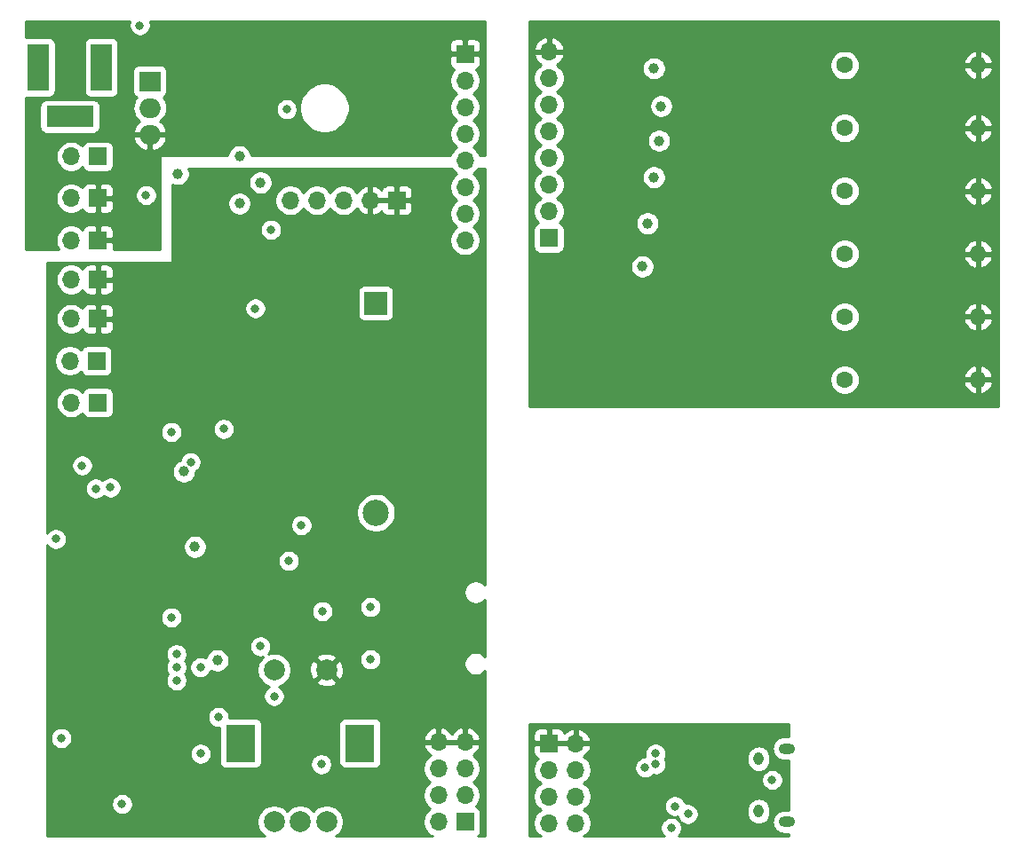
<source format=gbr>
%TF.GenerationSoftware,KiCad,Pcbnew,(5.1.8)-1*%
%TF.CreationDate,2020-12-09T14:15:50+00:00*%
%TF.ProjectId,Project,50726f6a-6563-4742-9e6b-696361645f70,rev?*%
%TF.SameCoordinates,Original*%
%TF.FileFunction,Copper,L2,Inr*%
%TF.FilePolarity,Positive*%
%FSLAX46Y46*%
G04 Gerber Fmt 4.6, Leading zero omitted, Abs format (unit mm)*
G04 Created by KiCad (PCBNEW (5.1.8)-1) date 2020-12-09 14:15:50*
%MOMM*%
%LPD*%
G01*
G04 APERTURE LIST*
%TA.AperFunction,ComponentPad*%
%ADD10R,1.700000X1.700000*%
%TD*%
%TA.AperFunction,ComponentPad*%
%ADD11O,1.700000X1.700000*%
%TD*%
%TA.AperFunction,ComponentPad*%
%ADD12O,0.950000X1.250000*%
%TD*%
%TA.AperFunction,ComponentPad*%
%ADD13O,1.550000X1.000000*%
%TD*%
%TA.AperFunction,ComponentPad*%
%ADD14R,2.800000X3.600000*%
%TD*%
%TA.AperFunction,ComponentPad*%
%ADD15C,2.000000*%
%TD*%
%TA.AperFunction,ComponentPad*%
%ADD16R,2.170000X2.170000*%
%TD*%
%TA.AperFunction,ComponentPad*%
%ADD17C,2.500000*%
%TD*%
%TA.AperFunction,ComponentPad*%
%ADD18R,4.500000X2.000000*%
%TD*%
%TA.AperFunction,ComponentPad*%
%ADD19R,2.000000X4.500000*%
%TD*%
%TA.AperFunction,ComponentPad*%
%ADD20R,2.000000X1.905000*%
%TD*%
%TA.AperFunction,ComponentPad*%
%ADD21O,2.000000X1.905000*%
%TD*%
%TA.AperFunction,ComponentPad*%
%ADD22O,1.600000X1.600000*%
%TD*%
%TA.AperFunction,ComponentPad*%
%ADD23C,1.600000*%
%TD*%
%TA.AperFunction,ViaPad*%
%ADD24C,0.800000*%
%TD*%
%TA.AperFunction,ViaPad*%
%ADD25C,1.000000*%
%TD*%
%TA.AperFunction,Conductor*%
%ADD26C,0.254000*%
%TD*%
%TA.AperFunction,Conductor*%
%ADD27C,0.100000*%
%TD*%
G04 APERTURE END LIST*
D10*
%TO.N,Earth*%
%TO.C,J14*%
X146000000Y-51780000D03*
D11*
%TO.N,/PWM1*%
X146000000Y-49240000D03*
%TO.N,/PWM2*%
X146000000Y-46700000D03*
%TO.N,/PWM3*%
X146000000Y-44160000D03*
%TO.N,/PWM4*%
X146000000Y-41620000D03*
%TO.N,/PWM5*%
X146000000Y-39080000D03*
%TO.N,/PWM6*%
X146000000Y-36540000D03*
%TO.N,+12V*%
X146000000Y-34000000D03*
%TD*%
D10*
%TO.N,+3V3*%
%TO.C,J4*%
X146000000Y-100000000D03*
D11*
X148540000Y-100000000D03*
%TO.N,/RESET*%
X146000000Y-102540000D03*
%TO.N,TXD*%
X148540000Y-102540000D03*
%TO.N,RXD*%
X146000000Y-105080000D03*
%TO.N,/IO0*%
X148540000Y-105080000D03*
%TO.N,Earth*%
X146000000Y-107620000D03*
X148540000Y-107620000D03*
%TD*%
D12*
%TO.N,Earth*%
%TO.C,J1*%
X166000000Y-101500000D03*
X166000000Y-106500000D03*
D13*
X168700000Y-107500000D03*
X168700000Y-100500000D03*
%TD*%
D14*
%TO.N,Earth*%
%TO.C,S1*%
X128000000Y-100000000D03*
X116600000Y-100000000D03*
D15*
%TO.N,+3V3*%
X124800000Y-93000000D03*
%TO.N,/Button*%
X119800000Y-93000000D03*
%TO.N,Net-(R10-Pad2)*%
X124800000Y-107500000D03*
%TO.N,Earth*%
X122300000Y-107500000D03*
%TO.N,Net-(R11-Pad2)*%
X119800000Y-107500000D03*
%TD*%
D16*
%TO.N,Earth*%
%TO.C,BT1*%
X129500000Y-58000000D03*
D17*
%TO.N,Net-(BT1-Pad1)*%
X129500000Y-78000000D03*
%TD*%
D18*
%TO.N,N/C*%
%TO.C,J2*%
X100330000Y-40200000D03*
D19*
%TO.N,LINE*%
X103330000Y-35500000D03*
%TO.N,Earth*%
X97330000Y-35500000D03*
%TD*%
D11*
%TO.N,Earth*%
%TO.C,J6*%
X100460000Y-44000000D03*
D10*
%TO.N,/OnOff*%
X103000000Y-44000000D03*
%TD*%
%TO.N,+12V*%
%TO.C,J7*%
X103000000Y-48000000D03*
D11*
%TO.N,Earth*%
X100460000Y-48000000D03*
%TD*%
D10*
%TO.N,+12V*%
%TO.C,J8*%
X103000000Y-52000000D03*
D11*
%TO.N,Earth*%
X100460000Y-52000000D03*
%TD*%
%TO.N,Earth*%
%TO.C,J9*%
X100460000Y-55750000D03*
D10*
%TO.N,+3V3*%
X103000000Y-55750000D03*
%TD*%
%TO.N,+3V3*%
%TO.C,J10*%
X103000000Y-59500000D03*
D11*
%TO.N,Earth*%
X100460000Y-59500000D03*
%TD*%
%TO.N,SCL*%
%TO.C,J11*%
X100330000Y-63500000D03*
D10*
%TO.N,SDA*%
X102870000Y-63500000D03*
%TD*%
%TO.N,SDA*%
%TO.C,J12*%
X103000000Y-67500000D03*
D11*
%TO.N,SCL*%
X100460000Y-67500000D03*
%TD*%
D20*
%TO.N,LINE*%
%TO.C,U2*%
X107950000Y-36830000D03*
D21*
%TO.N,Earth*%
X107950000Y-39370000D03*
%TO.N,+12V*%
X107950000Y-41910000D03*
%TD*%
D10*
%TO.N,+3V3*%
%TO.C,J13*%
X131500000Y-48200000D03*
D11*
X128960000Y-48200000D03*
%TO.N,Earth*%
X126420000Y-48200000D03*
%TO.N,SDA*%
X123880000Y-48200000D03*
%TO.N,SCL*%
X121340000Y-48200000D03*
%TD*%
D22*
%TO.N,+12V*%
%TO.C,R18*%
X186900000Y-65300000D03*
D23*
%TO.N,Net-(D3-Pad2)*%
X174200000Y-65300000D03*
%TD*%
%TO.N,Net-(D6-Pad2)*%
%TO.C,R19*%
X174200000Y-59300000D03*
D22*
%TO.N,+12V*%
X186900000Y-59300000D03*
%TD*%
D23*
%TO.N,Net-(D10-Pad2)*%
%TO.C,R20*%
X174200000Y-53300000D03*
D22*
%TO.N,+12V*%
X186900000Y-53300000D03*
%TD*%
%TO.N,+12V*%
%TO.C,R21*%
X186900000Y-47300000D03*
D23*
%TO.N,Net-(D12-Pad2)*%
X174200000Y-47300000D03*
%TD*%
%TO.N,Net-(D15-Pad2)*%
%TO.C,R22*%
X174200000Y-41300000D03*
D22*
%TO.N,+12V*%
X186900000Y-41300000D03*
%TD*%
%TO.N,+12V*%
%TO.C,R23*%
X186900000Y-35300000D03*
D23*
%TO.N,Net-(D18-Pad2)*%
X174200000Y-35300000D03*
%TD*%
D10*
%TO.N,+12V*%
%TO.C,J5*%
X138000000Y-34220000D03*
D11*
%TO.N,/PWM6*%
X138000000Y-36760000D03*
%TO.N,/PWM5*%
X138000000Y-39300000D03*
%TO.N,/PWM4*%
X138000000Y-41840000D03*
%TO.N,/PWM3*%
X138000000Y-44380000D03*
%TO.N,/PWM2*%
X138000000Y-46920000D03*
%TO.N,/PWM1*%
X138000000Y-49460000D03*
%TO.N,Earth*%
X138000000Y-52000000D03*
%TD*%
D10*
%TO.N,Earth*%
%TO.C,J15*%
X138000000Y-107500000D03*
D11*
X135460000Y-107500000D03*
%TO.N,/IO0*%
X138000000Y-104960000D03*
%TO.N,RXD*%
X135460000Y-104960000D03*
%TO.N,TXD*%
X138000000Y-102420000D03*
%TO.N,/RESET*%
X135460000Y-102420000D03*
%TO.N,+3V3*%
X138000000Y-99880000D03*
X135460000Y-99880000D03*
%TD*%
D24*
%TO.N,Earth*%
X101500000Y-73500000D03*
X99000000Y-80500000D03*
X99500000Y-99500000D03*
X107600000Y-47700000D03*
X107000000Y-31500000D03*
X110000000Y-88000000D03*
X118000000Y-58500000D03*
X115000000Y-70000000D03*
X129000000Y-92000000D03*
X119500000Y-51000000D03*
X121000000Y-39500000D03*
D25*
X116500000Y-44000000D03*
X118500000Y-46500000D03*
X116500000Y-48500000D03*
X156000000Y-35600000D03*
X156700000Y-39200000D03*
X156500000Y-42500000D03*
X156000000Y-46000000D03*
X155400000Y-50400000D03*
X154900000Y-54500000D03*
%TO.N,+3V3*%
X114300000Y-49200000D03*
X117315000Y-53185000D03*
D24*
X106000000Y-62000000D03*
X101000000Y-99500000D03*
X107000000Y-104000000D03*
X109500000Y-73000000D03*
X112000000Y-105000000D03*
X162000000Y-104750000D03*
X162000000Y-104750000D03*
%TO.N,Earth*%
X158000000Y-106000000D03*
X119800000Y-95500000D03*
D25*
X114400000Y-92100000D03*
D24*
X124400000Y-87400000D03*
X110000000Y-70300000D03*
%TO.N,+3V3*%
X125578000Y-89522000D03*
%TO.N,/RESET*%
X105300000Y-105800000D03*
D25*
%TO.N,+12V*%
X110650000Y-45650000D03*
D24*
%TO.N,Net-(J1-Pad3)*%
X167275002Y-103500000D03*
X159250000Y-106750000D03*
%TO.N,TXD*%
X155184000Y-102326000D03*
X102800000Y-75700000D03*
%TO.N,RXD*%
X156159000Y-102001000D03*
X112800000Y-101000000D03*
X104200000Y-75600000D03*
%TO.N,/IO0*%
X122400000Y-79200000D03*
X124300000Y-102000000D03*
D25*
%TO.N,/OnOff*%
X111201661Y-74067839D03*
D24*
%TO.N,Net-(Q1-Pad2)*%
X156161156Y-100997762D03*
X157659000Y-108076000D03*
%TO.N,/RTC-INTSQW*%
X111840000Y-73172000D03*
D25*
X112250000Y-81250000D03*
D24*
%TO.N,/!SD_SS*%
X129000000Y-87000000D03*
X121200000Y-82600000D03*
%TO.N,/PWM6*%
X110500000Y-91500000D03*
%TO.N,/PWM5*%
X110500000Y-92750000D03*
%TO.N,/PWM2*%
X118500000Y-90750000D03*
%TO.N,/PWM4*%
X110500000Y-94000000D03*
%TO.N,/PWM3*%
X112775306Y-92750000D03*
%TO.N,/PWM1*%
X114500000Y-97500000D03*
%TD*%
D26*
%TO.N,+3V3*%
X116388212Y-45135000D02*
X116611788Y-45135000D01*
X116652007Y-45127000D01*
X136713135Y-45127000D01*
X136846525Y-45326632D01*
X137053368Y-45533475D01*
X137227760Y-45650000D01*
X137053368Y-45766525D01*
X136846525Y-45973368D01*
X136684010Y-46216589D01*
X136572068Y-46486842D01*
X136515000Y-46773740D01*
X136515000Y-47066260D01*
X136572068Y-47353158D01*
X136684010Y-47623411D01*
X136846525Y-47866632D01*
X137053368Y-48073475D01*
X137227760Y-48190000D01*
X137053368Y-48306525D01*
X136846525Y-48513368D01*
X136684010Y-48756589D01*
X136572068Y-49026842D01*
X136515000Y-49313740D01*
X136515000Y-49606260D01*
X136572068Y-49893158D01*
X136684010Y-50163411D01*
X136846525Y-50406632D01*
X137053368Y-50613475D01*
X137227760Y-50730000D01*
X137053368Y-50846525D01*
X136846525Y-51053368D01*
X136684010Y-51296589D01*
X136572068Y-51566842D01*
X136515000Y-51853740D01*
X136515000Y-52146260D01*
X136572068Y-52433158D01*
X136684010Y-52703411D01*
X136846525Y-52946632D01*
X137053368Y-53153475D01*
X137296589Y-53315990D01*
X137566842Y-53427932D01*
X137853740Y-53485000D01*
X138146260Y-53485000D01*
X138433158Y-53427932D01*
X138703411Y-53315990D01*
X138946632Y-53153475D01*
X139153475Y-52946632D01*
X139315990Y-52703411D01*
X139427932Y-52433158D01*
X139485000Y-52146260D01*
X139485000Y-51853740D01*
X139427932Y-51566842D01*
X139315990Y-51296589D01*
X139153475Y-51053368D01*
X138946632Y-50846525D01*
X138772240Y-50730000D01*
X138946632Y-50613475D01*
X139153475Y-50406632D01*
X139315990Y-50163411D01*
X139427932Y-49893158D01*
X139485000Y-49606260D01*
X139485000Y-49313740D01*
X139427932Y-49026842D01*
X139315990Y-48756589D01*
X139153475Y-48513368D01*
X138946632Y-48306525D01*
X138772240Y-48190000D01*
X138946632Y-48073475D01*
X139153475Y-47866632D01*
X139315990Y-47623411D01*
X139427932Y-47353158D01*
X139485000Y-47066260D01*
X139485000Y-46773740D01*
X139427932Y-46486842D01*
X139315990Y-46216589D01*
X139153475Y-45973368D01*
X138946632Y-45766525D01*
X138772240Y-45650000D01*
X138946632Y-45533475D01*
X139153475Y-45326632D01*
X139286865Y-45127000D01*
X139873000Y-45127000D01*
X139873000Y-84908590D01*
X139862193Y-84892416D01*
X139707584Y-84737807D01*
X139525782Y-84616331D01*
X139323775Y-84532657D01*
X139109325Y-84490000D01*
X138890675Y-84490000D01*
X138676225Y-84532657D01*
X138474218Y-84616331D01*
X138292416Y-84737807D01*
X138137807Y-84892416D01*
X138016331Y-85074218D01*
X137932657Y-85276225D01*
X137890000Y-85490675D01*
X137890000Y-85709325D01*
X137932657Y-85923775D01*
X138016331Y-86125782D01*
X138137807Y-86307584D01*
X138292416Y-86462193D01*
X138474218Y-86583669D01*
X138676225Y-86667343D01*
X138890675Y-86710000D01*
X139109325Y-86710000D01*
X139323775Y-86667343D01*
X139525782Y-86583669D01*
X139707584Y-86462193D01*
X139862193Y-86307584D01*
X139873000Y-86291410D01*
X139873000Y-91708590D01*
X139862193Y-91692416D01*
X139707584Y-91537807D01*
X139525782Y-91416331D01*
X139323775Y-91332657D01*
X139109325Y-91290000D01*
X138890675Y-91290000D01*
X138676225Y-91332657D01*
X138474218Y-91416331D01*
X138292416Y-91537807D01*
X138137807Y-91692416D01*
X138016331Y-91874218D01*
X137932657Y-92076225D01*
X137890000Y-92290675D01*
X137890000Y-92509325D01*
X137932657Y-92723775D01*
X138016331Y-92925782D01*
X138137807Y-93107584D01*
X138292416Y-93262193D01*
X138474218Y-93383669D01*
X138676225Y-93467343D01*
X138890675Y-93510000D01*
X139109325Y-93510000D01*
X139323775Y-93467343D01*
X139525782Y-93383669D01*
X139707584Y-93262193D01*
X139862193Y-93107584D01*
X139873000Y-93091410D01*
X139873000Y-108873000D01*
X139213678Y-108873000D01*
X139301185Y-108801185D01*
X139380537Y-108704494D01*
X139439502Y-108594180D01*
X139475812Y-108474482D01*
X139488072Y-108350000D01*
X139488072Y-106650000D01*
X139475812Y-106525518D01*
X139439502Y-106405820D01*
X139380537Y-106295506D01*
X139301185Y-106198815D01*
X139204494Y-106119463D01*
X139094180Y-106060498D01*
X139021620Y-106038487D01*
X139153475Y-105906632D01*
X139315990Y-105663411D01*
X139427932Y-105393158D01*
X139485000Y-105106260D01*
X139485000Y-104813740D01*
X139427932Y-104526842D01*
X139315990Y-104256589D01*
X139153475Y-104013368D01*
X138946632Y-103806525D01*
X138772240Y-103690000D01*
X138946632Y-103573475D01*
X139153475Y-103366632D01*
X139315990Y-103123411D01*
X139427932Y-102853158D01*
X139485000Y-102566260D01*
X139485000Y-102273740D01*
X139427932Y-101986842D01*
X139315990Y-101716589D01*
X139153475Y-101473368D01*
X138946632Y-101266525D01*
X138764466Y-101144805D01*
X138881355Y-101075178D01*
X139097588Y-100880269D01*
X139271641Y-100646920D01*
X139396825Y-100384099D01*
X139441476Y-100236890D01*
X139320155Y-100007000D01*
X138127000Y-100007000D01*
X138127000Y-100027000D01*
X137873000Y-100027000D01*
X137873000Y-100007000D01*
X135587000Y-100007000D01*
X135587000Y-100027000D01*
X135333000Y-100027000D01*
X135333000Y-100007000D01*
X134139845Y-100007000D01*
X134018524Y-100236890D01*
X134063175Y-100384099D01*
X134188359Y-100646920D01*
X134362412Y-100880269D01*
X134578645Y-101075178D01*
X134695534Y-101144805D01*
X134513368Y-101266525D01*
X134306525Y-101473368D01*
X134144010Y-101716589D01*
X134032068Y-101986842D01*
X133975000Y-102273740D01*
X133975000Y-102566260D01*
X134032068Y-102853158D01*
X134144010Y-103123411D01*
X134306525Y-103366632D01*
X134513368Y-103573475D01*
X134687760Y-103690000D01*
X134513368Y-103806525D01*
X134306525Y-104013368D01*
X134144010Y-104256589D01*
X134032068Y-104526842D01*
X133975000Y-104813740D01*
X133975000Y-105106260D01*
X134032068Y-105393158D01*
X134144010Y-105663411D01*
X134306525Y-105906632D01*
X134513368Y-106113475D01*
X134687760Y-106230000D01*
X134513368Y-106346525D01*
X134306525Y-106553368D01*
X134144010Y-106796589D01*
X134032068Y-107066842D01*
X133975000Y-107353740D01*
X133975000Y-107646260D01*
X134032068Y-107933158D01*
X134144010Y-108203411D01*
X134306525Y-108446632D01*
X134513368Y-108653475D01*
X134756589Y-108815990D01*
X134894224Y-108873000D01*
X125688082Y-108873000D01*
X125842252Y-108769987D01*
X126069987Y-108542252D01*
X126248918Y-108274463D01*
X126372168Y-107976912D01*
X126435000Y-107661033D01*
X126435000Y-107338967D01*
X126372168Y-107023088D01*
X126248918Y-106725537D01*
X126069987Y-106457748D01*
X125842252Y-106230013D01*
X125574463Y-106051082D01*
X125276912Y-105927832D01*
X124961033Y-105865000D01*
X124638967Y-105865000D01*
X124323088Y-105927832D01*
X124025537Y-106051082D01*
X123757748Y-106230013D01*
X123550000Y-106437761D01*
X123342252Y-106230013D01*
X123074463Y-106051082D01*
X122776912Y-105927832D01*
X122461033Y-105865000D01*
X122138967Y-105865000D01*
X121823088Y-105927832D01*
X121525537Y-106051082D01*
X121257748Y-106230013D01*
X121050000Y-106437761D01*
X120842252Y-106230013D01*
X120574463Y-106051082D01*
X120276912Y-105927832D01*
X119961033Y-105865000D01*
X119638967Y-105865000D01*
X119323088Y-105927832D01*
X119025537Y-106051082D01*
X118757748Y-106230013D01*
X118530013Y-106457748D01*
X118351082Y-106725537D01*
X118227832Y-107023088D01*
X118165000Y-107338967D01*
X118165000Y-107661033D01*
X118227832Y-107976912D01*
X118351082Y-108274463D01*
X118530013Y-108542252D01*
X118757748Y-108769987D01*
X118911918Y-108873000D01*
X98127000Y-108873000D01*
X98127000Y-105698061D01*
X104265000Y-105698061D01*
X104265000Y-105901939D01*
X104304774Y-106101898D01*
X104382795Y-106290256D01*
X104496063Y-106459774D01*
X104640226Y-106603937D01*
X104809744Y-106717205D01*
X104998102Y-106795226D01*
X105198061Y-106835000D01*
X105401939Y-106835000D01*
X105601898Y-106795226D01*
X105790256Y-106717205D01*
X105959774Y-106603937D01*
X106103937Y-106459774D01*
X106217205Y-106290256D01*
X106295226Y-106101898D01*
X106335000Y-105901939D01*
X106335000Y-105698061D01*
X106295226Y-105498102D01*
X106217205Y-105309744D01*
X106103937Y-105140226D01*
X105959774Y-104996063D01*
X105790256Y-104882795D01*
X105601898Y-104804774D01*
X105401939Y-104765000D01*
X105198061Y-104765000D01*
X104998102Y-104804774D01*
X104809744Y-104882795D01*
X104640226Y-104996063D01*
X104496063Y-105140226D01*
X104382795Y-105309744D01*
X104304774Y-105498102D01*
X104265000Y-105698061D01*
X98127000Y-105698061D01*
X98127000Y-100898061D01*
X111765000Y-100898061D01*
X111765000Y-101101939D01*
X111804774Y-101301898D01*
X111882795Y-101490256D01*
X111996063Y-101659774D01*
X112140226Y-101803937D01*
X112309744Y-101917205D01*
X112498102Y-101995226D01*
X112698061Y-102035000D01*
X112901939Y-102035000D01*
X113101898Y-101995226D01*
X113290256Y-101917205D01*
X113459774Y-101803937D01*
X113603937Y-101659774D01*
X113717205Y-101490256D01*
X113795226Y-101301898D01*
X113835000Y-101101939D01*
X113835000Y-100898061D01*
X113795226Y-100698102D01*
X113717205Y-100509744D01*
X113603937Y-100340226D01*
X113459774Y-100196063D01*
X113290256Y-100082795D01*
X113101898Y-100004774D01*
X112901939Y-99965000D01*
X112698061Y-99965000D01*
X112498102Y-100004774D01*
X112309744Y-100082795D01*
X112140226Y-100196063D01*
X111996063Y-100340226D01*
X111882795Y-100509744D01*
X111804774Y-100698102D01*
X111765000Y-100898061D01*
X98127000Y-100898061D01*
X98127000Y-99398061D01*
X98465000Y-99398061D01*
X98465000Y-99601939D01*
X98504774Y-99801898D01*
X98582795Y-99990256D01*
X98696063Y-100159774D01*
X98840226Y-100303937D01*
X99009744Y-100417205D01*
X99198102Y-100495226D01*
X99398061Y-100535000D01*
X99601939Y-100535000D01*
X99801898Y-100495226D01*
X99990256Y-100417205D01*
X100159774Y-100303937D01*
X100303937Y-100159774D01*
X100417205Y-99990256D01*
X100495226Y-99801898D01*
X100535000Y-99601939D01*
X100535000Y-99398061D01*
X100495226Y-99198102D01*
X100417205Y-99009744D01*
X100303937Y-98840226D01*
X100159774Y-98696063D01*
X99990256Y-98582795D01*
X99801898Y-98504774D01*
X99601939Y-98465000D01*
X99398061Y-98465000D01*
X99198102Y-98504774D01*
X99009744Y-98582795D01*
X98840226Y-98696063D01*
X98696063Y-98840226D01*
X98582795Y-99009744D01*
X98504774Y-99198102D01*
X98465000Y-99398061D01*
X98127000Y-99398061D01*
X98127000Y-97398061D01*
X113465000Y-97398061D01*
X113465000Y-97601939D01*
X113504774Y-97801898D01*
X113582795Y-97990256D01*
X113696063Y-98159774D01*
X113840226Y-98303937D01*
X114009744Y-98417205D01*
X114198102Y-98495226D01*
X114398061Y-98535000D01*
X114561928Y-98535000D01*
X114561928Y-101800000D01*
X114574188Y-101924482D01*
X114610498Y-102044180D01*
X114669463Y-102154494D01*
X114748815Y-102251185D01*
X114845506Y-102330537D01*
X114955820Y-102389502D01*
X115075518Y-102425812D01*
X115200000Y-102438072D01*
X118000000Y-102438072D01*
X118124482Y-102425812D01*
X118244180Y-102389502D01*
X118354494Y-102330537D01*
X118451185Y-102251185D01*
X118530537Y-102154494D01*
X118589502Y-102044180D01*
X118625812Y-101924482D01*
X118628414Y-101898061D01*
X123265000Y-101898061D01*
X123265000Y-102101939D01*
X123304774Y-102301898D01*
X123382795Y-102490256D01*
X123496063Y-102659774D01*
X123640226Y-102803937D01*
X123809744Y-102917205D01*
X123998102Y-102995226D01*
X124198061Y-103035000D01*
X124401939Y-103035000D01*
X124601898Y-102995226D01*
X124790256Y-102917205D01*
X124959774Y-102803937D01*
X125103937Y-102659774D01*
X125217205Y-102490256D01*
X125295226Y-102301898D01*
X125335000Y-102101939D01*
X125335000Y-101898061D01*
X125295226Y-101698102D01*
X125217205Y-101509744D01*
X125103937Y-101340226D01*
X124959774Y-101196063D01*
X124790256Y-101082795D01*
X124601898Y-101004774D01*
X124401939Y-100965000D01*
X124198061Y-100965000D01*
X123998102Y-101004774D01*
X123809744Y-101082795D01*
X123640226Y-101196063D01*
X123496063Y-101340226D01*
X123382795Y-101509744D01*
X123304774Y-101698102D01*
X123265000Y-101898061D01*
X118628414Y-101898061D01*
X118638072Y-101800000D01*
X118638072Y-98200000D01*
X125961928Y-98200000D01*
X125961928Y-101800000D01*
X125974188Y-101924482D01*
X126010498Y-102044180D01*
X126069463Y-102154494D01*
X126148815Y-102251185D01*
X126245506Y-102330537D01*
X126355820Y-102389502D01*
X126475518Y-102425812D01*
X126600000Y-102438072D01*
X129400000Y-102438072D01*
X129524482Y-102425812D01*
X129644180Y-102389502D01*
X129754494Y-102330537D01*
X129851185Y-102251185D01*
X129930537Y-102154494D01*
X129989502Y-102044180D01*
X130025812Y-101924482D01*
X130038072Y-101800000D01*
X130038072Y-99523110D01*
X134018524Y-99523110D01*
X134139845Y-99753000D01*
X135333000Y-99753000D01*
X135333000Y-98559186D01*
X135587000Y-98559186D01*
X135587000Y-99753000D01*
X137873000Y-99753000D01*
X137873000Y-98559186D01*
X138127000Y-98559186D01*
X138127000Y-99753000D01*
X139320155Y-99753000D01*
X139441476Y-99523110D01*
X139396825Y-99375901D01*
X139271641Y-99113080D01*
X139097588Y-98879731D01*
X138881355Y-98684822D01*
X138631252Y-98535843D01*
X138356891Y-98438519D01*
X138127000Y-98559186D01*
X137873000Y-98559186D01*
X137643109Y-98438519D01*
X137368748Y-98535843D01*
X137118645Y-98684822D01*
X136902412Y-98879731D01*
X136730000Y-99110880D01*
X136557588Y-98879731D01*
X136341355Y-98684822D01*
X136091252Y-98535843D01*
X135816891Y-98438519D01*
X135587000Y-98559186D01*
X135333000Y-98559186D01*
X135103109Y-98438519D01*
X134828748Y-98535843D01*
X134578645Y-98684822D01*
X134362412Y-98879731D01*
X134188359Y-99113080D01*
X134063175Y-99375901D01*
X134018524Y-99523110D01*
X130038072Y-99523110D01*
X130038072Y-98200000D01*
X130025812Y-98075518D01*
X129989502Y-97955820D01*
X129930537Y-97845506D01*
X129851185Y-97748815D01*
X129754494Y-97669463D01*
X129644180Y-97610498D01*
X129524482Y-97574188D01*
X129400000Y-97561928D01*
X126600000Y-97561928D01*
X126475518Y-97574188D01*
X126355820Y-97610498D01*
X126245506Y-97669463D01*
X126148815Y-97748815D01*
X126069463Y-97845506D01*
X126010498Y-97955820D01*
X125974188Y-98075518D01*
X125961928Y-98200000D01*
X118638072Y-98200000D01*
X118625812Y-98075518D01*
X118589502Y-97955820D01*
X118530537Y-97845506D01*
X118451185Y-97748815D01*
X118354494Y-97669463D01*
X118244180Y-97610498D01*
X118124482Y-97574188D01*
X118000000Y-97561928D01*
X115535000Y-97561928D01*
X115535000Y-97398061D01*
X115495226Y-97198102D01*
X115417205Y-97009744D01*
X115303937Y-96840226D01*
X115159774Y-96696063D01*
X114990256Y-96582795D01*
X114801898Y-96504774D01*
X114601939Y-96465000D01*
X114398061Y-96465000D01*
X114198102Y-96504774D01*
X114009744Y-96582795D01*
X113840226Y-96696063D01*
X113696063Y-96840226D01*
X113582795Y-97009744D01*
X113504774Y-97198102D01*
X113465000Y-97398061D01*
X98127000Y-97398061D01*
X98127000Y-91398061D01*
X109465000Y-91398061D01*
X109465000Y-91601939D01*
X109504774Y-91801898D01*
X109582795Y-91990256D01*
X109672828Y-92125000D01*
X109582795Y-92259744D01*
X109504774Y-92448102D01*
X109465000Y-92648061D01*
X109465000Y-92851939D01*
X109504774Y-93051898D01*
X109582795Y-93240256D01*
X109672828Y-93375000D01*
X109582795Y-93509744D01*
X109504774Y-93698102D01*
X109465000Y-93898061D01*
X109465000Y-94101939D01*
X109504774Y-94301898D01*
X109582795Y-94490256D01*
X109696063Y-94659774D01*
X109840226Y-94803937D01*
X110009744Y-94917205D01*
X110198102Y-94995226D01*
X110398061Y-95035000D01*
X110601939Y-95035000D01*
X110801898Y-94995226D01*
X110990256Y-94917205D01*
X111159774Y-94803937D01*
X111303937Y-94659774D01*
X111417205Y-94490256D01*
X111495226Y-94301898D01*
X111535000Y-94101939D01*
X111535000Y-93898061D01*
X111495226Y-93698102D01*
X111417205Y-93509744D01*
X111327172Y-93375000D01*
X111417205Y-93240256D01*
X111495226Y-93051898D01*
X111535000Y-92851939D01*
X111535000Y-92648061D01*
X111740306Y-92648061D01*
X111740306Y-92851939D01*
X111780080Y-93051898D01*
X111858101Y-93240256D01*
X111971369Y-93409774D01*
X112115532Y-93553937D01*
X112285050Y-93667205D01*
X112473408Y-93745226D01*
X112673367Y-93785000D01*
X112877245Y-93785000D01*
X113077204Y-93745226D01*
X113265562Y-93667205D01*
X113435080Y-93553937D01*
X113579243Y-93409774D01*
X113692511Y-93240256D01*
X113770532Y-93051898D01*
X113771839Y-93045329D01*
X113862376Y-93105824D01*
X114068933Y-93191383D01*
X114288212Y-93235000D01*
X114511788Y-93235000D01*
X114731067Y-93191383D01*
X114937624Y-93105824D01*
X115123520Y-92981612D01*
X115281612Y-92823520D01*
X115405824Y-92637624D01*
X115491383Y-92431067D01*
X115535000Y-92211788D01*
X115535000Y-91988212D01*
X115491383Y-91768933D01*
X115405824Y-91562376D01*
X115281612Y-91376480D01*
X115123520Y-91218388D01*
X114937624Y-91094176D01*
X114731067Y-91008617D01*
X114511788Y-90965000D01*
X114288212Y-90965000D01*
X114068933Y-91008617D01*
X113862376Y-91094176D01*
X113676480Y-91218388D01*
X113518388Y-91376480D01*
X113394176Y-91562376D01*
X113308617Y-91768933D01*
X113292353Y-91850696D01*
X113265562Y-91832795D01*
X113077204Y-91754774D01*
X112877245Y-91715000D01*
X112673367Y-91715000D01*
X112473408Y-91754774D01*
X112285050Y-91832795D01*
X112115532Y-91946063D01*
X111971369Y-92090226D01*
X111858101Y-92259744D01*
X111780080Y-92448102D01*
X111740306Y-92648061D01*
X111535000Y-92648061D01*
X111495226Y-92448102D01*
X111417205Y-92259744D01*
X111327172Y-92125000D01*
X111417205Y-91990256D01*
X111495226Y-91801898D01*
X111535000Y-91601939D01*
X111535000Y-91398061D01*
X111495226Y-91198102D01*
X111417205Y-91009744D01*
X111303937Y-90840226D01*
X111159774Y-90696063D01*
X111087934Y-90648061D01*
X117465000Y-90648061D01*
X117465000Y-90851939D01*
X117504774Y-91051898D01*
X117582795Y-91240256D01*
X117696063Y-91409774D01*
X117840226Y-91553937D01*
X118009744Y-91667205D01*
X118198102Y-91745226D01*
X118398061Y-91785000D01*
X118601939Y-91785000D01*
X118727795Y-91759966D01*
X118530013Y-91957748D01*
X118351082Y-92225537D01*
X118227832Y-92523088D01*
X118165000Y-92838967D01*
X118165000Y-93161033D01*
X118227832Y-93476912D01*
X118351082Y-93774463D01*
X118530013Y-94042252D01*
X118757748Y-94269987D01*
X119025537Y-94448918D01*
X119323088Y-94572168D01*
X119331406Y-94573822D01*
X119309744Y-94582795D01*
X119140226Y-94696063D01*
X118996063Y-94840226D01*
X118882795Y-95009744D01*
X118804774Y-95198102D01*
X118765000Y-95398061D01*
X118765000Y-95601939D01*
X118804774Y-95801898D01*
X118882795Y-95990256D01*
X118996063Y-96159774D01*
X119140226Y-96303937D01*
X119309744Y-96417205D01*
X119498102Y-96495226D01*
X119698061Y-96535000D01*
X119901939Y-96535000D01*
X120101898Y-96495226D01*
X120290256Y-96417205D01*
X120459774Y-96303937D01*
X120603937Y-96159774D01*
X120717205Y-95990256D01*
X120795226Y-95801898D01*
X120835000Y-95601939D01*
X120835000Y-95398061D01*
X120795226Y-95198102D01*
X120717205Y-95009744D01*
X120603937Y-94840226D01*
X120459774Y-94696063D01*
X120290256Y-94582795D01*
X120268594Y-94573822D01*
X120276912Y-94572168D01*
X120574463Y-94448918D01*
X120842252Y-94269987D01*
X120976826Y-94135413D01*
X123844192Y-94135413D01*
X123939956Y-94399814D01*
X124229571Y-94540704D01*
X124541108Y-94622384D01*
X124862595Y-94641718D01*
X125181675Y-94597961D01*
X125486088Y-94492795D01*
X125660044Y-94399814D01*
X125755808Y-94135413D01*
X124800000Y-93179605D01*
X123844192Y-94135413D01*
X120976826Y-94135413D01*
X121069987Y-94042252D01*
X121248918Y-93774463D01*
X121372168Y-93476912D01*
X121435000Y-93161033D01*
X121435000Y-93062595D01*
X123158282Y-93062595D01*
X123202039Y-93381675D01*
X123307205Y-93686088D01*
X123400186Y-93860044D01*
X123664587Y-93955808D01*
X124620395Y-93000000D01*
X124979605Y-93000000D01*
X125935413Y-93955808D01*
X126199814Y-93860044D01*
X126340704Y-93570429D01*
X126422384Y-93258892D01*
X126441718Y-92937405D01*
X126397961Y-92618325D01*
X126292795Y-92313912D01*
X126199814Y-92139956D01*
X125935413Y-92044192D01*
X124979605Y-93000000D01*
X124620395Y-93000000D01*
X123664587Y-92044192D01*
X123400186Y-92139956D01*
X123259296Y-92429571D01*
X123177616Y-92741108D01*
X123158282Y-93062595D01*
X121435000Y-93062595D01*
X121435000Y-92838967D01*
X121372168Y-92523088D01*
X121248918Y-92225537D01*
X121069987Y-91957748D01*
X120976826Y-91864587D01*
X123844192Y-91864587D01*
X124800000Y-92820395D01*
X125722334Y-91898061D01*
X127965000Y-91898061D01*
X127965000Y-92101939D01*
X128004774Y-92301898D01*
X128082795Y-92490256D01*
X128196063Y-92659774D01*
X128340226Y-92803937D01*
X128509744Y-92917205D01*
X128698102Y-92995226D01*
X128898061Y-93035000D01*
X129101939Y-93035000D01*
X129301898Y-92995226D01*
X129490256Y-92917205D01*
X129659774Y-92803937D01*
X129803937Y-92659774D01*
X129917205Y-92490256D01*
X129995226Y-92301898D01*
X130035000Y-92101939D01*
X130035000Y-91898061D01*
X129995226Y-91698102D01*
X129917205Y-91509744D01*
X129803937Y-91340226D01*
X129659774Y-91196063D01*
X129490256Y-91082795D01*
X129301898Y-91004774D01*
X129101939Y-90965000D01*
X128898061Y-90965000D01*
X128698102Y-91004774D01*
X128509744Y-91082795D01*
X128340226Y-91196063D01*
X128196063Y-91340226D01*
X128082795Y-91509744D01*
X128004774Y-91698102D01*
X127965000Y-91898061D01*
X125722334Y-91898061D01*
X125755808Y-91864587D01*
X125660044Y-91600186D01*
X125370429Y-91459296D01*
X125058892Y-91377616D01*
X124737405Y-91358282D01*
X124418325Y-91402039D01*
X124113912Y-91507205D01*
X123939956Y-91600186D01*
X123844192Y-91864587D01*
X120976826Y-91864587D01*
X120842252Y-91730013D01*
X120574463Y-91551082D01*
X120276912Y-91427832D01*
X119961033Y-91365000D01*
X119638967Y-91365000D01*
X119323088Y-91427832D01*
X119259568Y-91454143D01*
X119303937Y-91409774D01*
X119417205Y-91240256D01*
X119495226Y-91051898D01*
X119535000Y-90851939D01*
X119535000Y-90648061D01*
X119495226Y-90448102D01*
X119417205Y-90259744D01*
X119303937Y-90090226D01*
X119159774Y-89946063D01*
X118990256Y-89832795D01*
X118801898Y-89754774D01*
X118601939Y-89715000D01*
X118398061Y-89715000D01*
X118198102Y-89754774D01*
X118009744Y-89832795D01*
X117840226Y-89946063D01*
X117696063Y-90090226D01*
X117582795Y-90259744D01*
X117504774Y-90448102D01*
X117465000Y-90648061D01*
X111087934Y-90648061D01*
X110990256Y-90582795D01*
X110801898Y-90504774D01*
X110601939Y-90465000D01*
X110398061Y-90465000D01*
X110198102Y-90504774D01*
X110009744Y-90582795D01*
X109840226Y-90696063D01*
X109696063Y-90840226D01*
X109582795Y-91009744D01*
X109504774Y-91198102D01*
X109465000Y-91398061D01*
X98127000Y-91398061D01*
X98127000Y-87898061D01*
X108965000Y-87898061D01*
X108965000Y-88101939D01*
X109004774Y-88301898D01*
X109082795Y-88490256D01*
X109196063Y-88659774D01*
X109340226Y-88803937D01*
X109509744Y-88917205D01*
X109698102Y-88995226D01*
X109898061Y-89035000D01*
X110101939Y-89035000D01*
X110301898Y-88995226D01*
X110490256Y-88917205D01*
X110659774Y-88803937D01*
X110803937Y-88659774D01*
X110917205Y-88490256D01*
X110995226Y-88301898D01*
X111035000Y-88101939D01*
X111035000Y-87898061D01*
X110995226Y-87698102D01*
X110917205Y-87509744D01*
X110803937Y-87340226D01*
X110761772Y-87298061D01*
X123365000Y-87298061D01*
X123365000Y-87501939D01*
X123404774Y-87701898D01*
X123482795Y-87890256D01*
X123596063Y-88059774D01*
X123740226Y-88203937D01*
X123909744Y-88317205D01*
X124098102Y-88395226D01*
X124298061Y-88435000D01*
X124501939Y-88435000D01*
X124701898Y-88395226D01*
X124890256Y-88317205D01*
X125059774Y-88203937D01*
X125203937Y-88059774D01*
X125317205Y-87890256D01*
X125395226Y-87701898D01*
X125435000Y-87501939D01*
X125435000Y-87298061D01*
X125395226Y-87098102D01*
X125317205Y-86909744D01*
X125309399Y-86898061D01*
X127965000Y-86898061D01*
X127965000Y-87101939D01*
X128004774Y-87301898D01*
X128082795Y-87490256D01*
X128196063Y-87659774D01*
X128340226Y-87803937D01*
X128509744Y-87917205D01*
X128698102Y-87995226D01*
X128898061Y-88035000D01*
X129101939Y-88035000D01*
X129301898Y-87995226D01*
X129490256Y-87917205D01*
X129659774Y-87803937D01*
X129803937Y-87659774D01*
X129917205Y-87490256D01*
X129995226Y-87301898D01*
X130035000Y-87101939D01*
X130035000Y-86898061D01*
X129995226Y-86698102D01*
X129917205Y-86509744D01*
X129803937Y-86340226D01*
X129659774Y-86196063D01*
X129490256Y-86082795D01*
X129301898Y-86004774D01*
X129101939Y-85965000D01*
X128898061Y-85965000D01*
X128698102Y-86004774D01*
X128509744Y-86082795D01*
X128340226Y-86196063D01*
X128196063Y-86340226D01*
X128082795Y-86509744D01*
X128004774Y-86698102D01*
X127965000Y-86898061D01*
X125309399Y-86898061D01*
X125203937Y-86740226D01*
X125059774Y-86596063D01*
X124890256Y-86482795D01*
X124701898Y-86404774D01*
X124501939Y-86365000D01*
X124298061Y-86365000D01*
X124098102Y-86404774D01*
X123909744Y-86482795D01*
X123740226Y-86596063D01*
X123596063Y-86740226D01*
X123482795Y-86909744D01*
X123404774Y-87098102D01*
X123365000Y-87298061D01*
X110761772Y-87298061D01*
X110659774Y-87196063D01*
X110490256Y-87082795D01*
X110301898Y-87004774D01*
X110101939Y-86965000D01*
X109898061Y-86965000D01*
X109698102Y-87004774D01*
X109509744Y-87082795D01*
X109340226Y-87196063D01*
X109196063Y-87340226D01*
X109082795Y-87509744D01*
X109004774Y-87698102D01*
X108965000Y-87898061D01*
X98127000Y-87898061D01*
X98127000Y-82498061D01*
X120165000Y-82498061D01*
X120165000Y-82701939D01*
X120204774Y-82901898D01*
X120282795Y-83090256D01*
X120396063Y-83259774D01*
X120540226Y-83403937D01*
X120709744Y-83517205D01*
X120898102Y-83595226D01*
X121098061Y-83635000D01*
X121301939Y-83635000D01*
X121501898Y-83595226D01*
X121690256Y-83517205D01*
X121859774Y-83403937D01*
X122003937Y-83259774D01*
X122117205Y-83090256D01*
X122195226Y-82901898D01*
X122235000Y-82701939D01*
X122235000Y-82498061D01*
X122195226Y-82298102D01*
X122117205Y-82109744D01*
X122003937Y-81940226D01*
X121859774Y-81796063D01*
X121690256Y-81682795D01*
X121501898Y-81604774D01*
X121301939Y-81565000D01*
X121098061Y-81565000D01*
X120898102Y-81604774D01*
X120709744Y-81682795D01*
X120540226Y-81796063D01*
X120396063Y-81940226D01*
X120282795Y-82109744D01*
X120204774Y-82298102D01*
X120165000Y-82498061D01*
X98127000Y-82498061D01*
X98127000Y-81056414D01*
X98196063Y-81159774D01*
X98340226Y-81303937D01*
X98509744Y-81417205D01*
X98698102Y-81495226D01*
X98898061Y-81535000D01*
X99101939Y-81535000D01*
X99301898Y-81495226D01*
X99490256Y-81417205D01*
X99659774Y-81303937D01*
X99803937Y-81159774D01*
X99818344Y-81138212D01*
X111115000Y-81138212D01*
X111115000Y-81361788D01*
X111158617Y-81581067D01*
X111244176Y-81787624D01*
X111368388Y-81973520D01*
X111526480Y-82131612D01*
X111712376Y-82255824D01*
X111918933Y-82341383D01*
X112138212Y-82385000D01*
X112361788Y-82385000D01*
X112581067Y-82341383D01*
X112787624Y-82255824D01*
X112973520Y-82131612D01*
X113131612Y-81973520D01*
X113255824Y-81787624D01*
X113341383Y-81581067D01*
X113385000Y-81361788D01*
X113385000Y-81138212D01*
X113341383Y-80918933D01*
X113255824Y-80712376D01*
X113131612Y-80526480D01*
X112973520Y-80368388D01*
X112787624Y-80244176D01*
X112581067Y-80158617D01*
X112361788Y-80115000D01*
X112138212Y-80115000D01*
X111918933Y-80158617D01*
X111712376Y-80244176D01*
X111526480Y-80368388D01*
X111368388Y-80526480D01*
X111244176Y-80712376D01*
X111158617Y-80918933D01*
X111115000Y-81138212D01*
X99818344Y-81138212D01*
X99917205Y-80990256D01*
X99995226Y-80801898D01*
X100035000Y-80601939D01*
X100035000Y-80398061D01*
X99995226Y-80198102D01*
X99917205Y-80009744D01*
X99803937Y-79840226D01*
X99659774Y-79696063D01*
X99490256Y-79582795D01*
X99301898Y-79504774D01*
X99101939Y-79465000D01*
X98898061Y-79465000D01*
X98698102Y-79504774D01*
X98509744Y-79582795D01*
X98340226Y-79696063D01*
X98196063Y-79840226D01*
X98127000Y-79943586D01*
X98127000Y-79098061D01*
X121365000Y-79098061D01*
X121365000Y-79301939D01*
X121404774Y-79501898D01*
X121482795Y-79690256D01*
X121596063Y-79859774D01*
X121740226Y-80003937D01*
X121909744Y-80117205D01*
X122098102Y-80195226D01*
X122298061Y-80235000D01*
X122501939Y-80235000D01*
X122701898Y-80195226D01*
X122890256Y-80117205D01*
X123059774Y-80003937D01*
X123203937Y-79859774D01*
X123317205Y-79690256D01*
X123395226Y-79501898D01*
X123435000Y-79301939D01*
X123435000Y-79098061D01*
X123395226Y-78898102D01*
X123317205Y-78709744D01*
X123203937Y-78540226D01*
X123059774Y-78396063D01*
X122890256Y-78282795D01*
X122701898Y-78204774D01*
X122501939Y-78165000D01*
X122298061Y-78165000D01*
X122098102Y-78204774D01*
X121909744Y-78282795D01*
X121740226Y-78396063D01*
X121596063Y-78540226D01*
X121482795Y-78709744D01*
X121404774Y-78898102D01*
X121365000Y-79098061D01*
X98127000Y-79098061D01*
X98127000Y-77814344D01*
X127615000Y-77814344D01*
X127615000Y-78185656D01*
X127687439Y-78549834D01*
X127829534Y-78892882D01*
X128035825Y-79201618D01*
X128298382Y-79464175D01*
X128607118Y-79670466D01*
X128950166Y-79812561D01*
X129314344Y-79885000D01*
X129685656Y-79885000D01*
X130049834Y-79812561D01*
X130392882Y-79670466D01*
X130701618Y-79464175D01*
X130964175Y-79201618D01*
X131170466Y-78892882D01*
X131312561Y-78549834D01*
X131385000Y-78185656D01*
X131385000Y-77814344D01*
X131312561Y-77450166D01*
X131170466Y-77107118D01*
X130964175Y-76798382D01*
X130701618Y-76535825D01*
X130392882Y-76329534D01*
X130049834Y-76187439D01*
X129685656Y-76115000D01*
X129314344Y-76115000D01*
X128950166Y-76187439D01*
X128607118Y-76329534D01*
X128298382Y-76535825D01*
X128035825Y-76798382D01*
X127829534Y-77107118D01*
X127687439Y-77450166D01*
X127615000Y-77814344D01*
X98127000Y-77814344D01*
X98127000Y-75598061D01*
X101765000Y-75598061D01*
X101765000Y-75801939D01*
X101804774Y-76001898D01*
X101882795Y-76190256D01*
X101996063Y-76359774D01*
X102140226Y-76503937D01*
X102309744Y-76617205D01*
X102498102Y-76695226D01*
X102698061Y-76735000D01*
X102901939Y-76735000D01*
X103101898Y-76695226D01*
X103290256Y-76617205D01*
X103459774Y-76503937D01*
X103551944Y-76411767D01*
X103709744Y-76517205D01*
X103898102Y-76595226D01*
X104098061Y-76635000D01*
X104301939Y-76635000D01*
X104501898Y-76595226D01*
X104690256Y-76517205D01*
X104859774Y-76403937D01*
X105003937Y-76259774D01*
X105117205Y-76090256D01*
X105195226Y-75901898D01*
X105235000Y-75701939D01*
X105235000Y-75498061D01*
X105195226Y-75298102D01*
X105117205Y-75109744D01*
X105003937Y-74940226D01*
X104859774Y-74796063D01*
X104690256Y-74682795D01*
X104501898Y-74604774D01*
X104301939Y-74565000D01*
X104098061Y-74565000D01*
X103898102Y-74604774D01*
X103709744Y-74682795D01*
X103540226Y-74796063D01*
X103448056Y-74888233D01*
X103290256Y-74782795D01*
X103101898Y-74704774D01*
X102901939Y-74665000D01*
X102698061Y-74665000D01*
X102498102Y-74704774D01*
X102309744Y-74782795D01*
X102140226Y-74896063D01*
X101996063Y-75040226D01*
X101882795Y-75209744D01*
X101804774Y-75398102D01*
X101765000Y-75598061D01*
X98127000Y-75598061D01*
X98127000Y-73398061D01*
X100465000Y-73398061D01*
X100465000Y-73601939D01*
X100504774Y-73801898D01*
X100582795Y-73990256D01*
X100696063Y-74159774D01*
X100840226Y-74303937D01*
X101009744Y-74417205D01*
X101198102Y-74495226D01*
X101398061Y-74535000D01*
X101601939Y-74535000D01*
X101801898Y-74495226D01*
X101990256Y-74417205D01*
X102159774Y-74303937D01*
X102303937Y-74159774D01*
X102417205Y-73990256D01*
X102431373Y-73956051D01*
X110066661Y-73956051D01*
X110066661Y-74179627D01*
X110110278Y-74398906D01*
X110195837Y-74605463D01*
X110320049Y-74791359D01*
X110478141Y-74949451D01*
X110664037Y-75073663D01*
X110870594Y-75159222D01*
X111089873Y-75202839D01*
X111313449Y-75202839D01*
X111532728Y-75159222D01*
X111739285Y-75073663D01*
X111925181Y-74949451D01*
X112083273Y-74791359D01*
X112207485Y-74605463D01*
X112293044Y-74398906D01*
X112336661Y-74179627D01*
X112336661Y-74084925D01*
X112499774Y-73975937D01*
X112643937Y-73831774D01*
X112757205Y-73662256D01*
X112835226Y-73473898D01*
X112875000Y-73273939D01*
X112875000Y-73070061D01*
X112835226Y-72870102D01*
X112757205Y-72681744D01*
X112643937Y-72512226D01*
X112499774Y-72368063D01*
X112330256Y-72254795D01*
X112141898Y-72176774D01*
X111941939Y-72137000D01*
X111738061Y-72137000D01*
X111538102Y-72176774D01*
X111349744Y-72254795D01*
X111180226Y-72368063D01*
X111036063Y-72512226D01*
X110922795Y-72681744D01*
X110844774Y-72870102D01*
X110819401Y-72997661D01*
X110664037Y-73062015D01*
X110478141Y-73186227D01*
X110320049Y-73344319D01*
X110195837Y-73530215D01*
X110110278Y-73736772D01*
X110066661Y-73956051D01*
X102431373Y-73956051D01*
X102495226Y-73801898D01*
X102535000Y-73601939D01*
X102535000Y-73398061D01*
X102495226Y-73198102D01*
X102417205Y-73009744D01*
X102303937Y-72840226D01*
X102159774Y-72696063D01*
X101990256Y-72582795D01*
X101801898Y-72504774D01*
X101601939Y-72465000D01*
X101398061Y-72465000D01*
X101198102Y-72504774D01*
X101009744Y-72582795D01*
X100840226Y-72696063D01*
X100696063Y-72840226D01*
X100582795Y-73009744D01*
X100504774Y-73198102D01*
X100465000Y-73398061D01*
X98127000Y-73398061D01*
X98127000Y-70198061D01*
X108965000Y-70198061D01*
X108965000Y-70401939D01*
X109004774Y-70601898D01*
X109082795Y-70790256D01*
X109196063Y-70959774D01*
X109340226Y-71103937D01*
X109509744Y-71217205D01*
X109698102Y-71295226D01*
X109898061Y-71335000D01*
X110101939Y-71335000D01*
X110301898Y-71295226D01*
X110490256Y-71217205D01*
X110659774Y-71103937D01*
X110803937Y-70959774D01*
X110917205Y-70790256D01*
X110995226Y-70601898D01*
X111035000Y-70401939D01*
X111035000Y-70198061D01*
X110995226Y-69998102D01*
X110953788Y-69898061D01*
X113965000Y-69898061D01*
X113965000Y-70101939D01*
X114004774Y-70301898D01*
X114082795Y-70490256D01*
X114196063Y-70659774D01*
X114340226Y-70803937D01*
X114509744Y-70917205D01*
X114698102Y-70995226D01*
X114898061Y-71035000D01*
X115101939Y-71035000D01*
X115301898Y-70995226D01*
X115490256Y-70917205D01*
X115659774Y-70803937D01*
X115803937Y-70659774D01*
X115917205Y-70490256D01*
X115995226Y-70301898D01*
X116035000Y-70101939D01*
X116035000Y-69898061D01*
X115995226Y-69698102D01*
X115917205Y-69509744D01*
X115803937Y-69340226D01*
X115659774Y-69196063D01*
X115490256Y-69082795D01*
X115301898Y-69004774D01*
X115101939Y-68965000D01*
X114898061Y-68965000D01*
X114698102Y-69004774D01*
X114509744Y-69082795D01*
X114340226Y-69196063D01*
X114196063Y-69340226D01*
X114082795Y-69509744D01*
X114004774Y-69698102D01*
X113965000Y-69898061D01*
X110953788Y-69898061D01*
X110917205Y-69809744D01*
X110803937Y-69640226D01*
X110659774Y-69496063D01*
X110490256Y-69382795D01*
X110301898Y-69304774D01*
X110101939Y-69265000D01*
X109898061Y-69265000D01*
X109698102Y-69304774D01*
X109509744Y-69382795D01*
X109340226Y-69496063D01*
X109196063Y-69640226D01*
X109082795Y-69809744D01*
X109004774Y-69998102D01*
X108965000Y-70198061D01*
X98127000Y-70198061D01*
X98127000Y-67353740D01*
X98975000Y-67353740D01*
X98975000Y-67646260D01*
X99032068Y-67933158D01*
X99144010Y-68203411D01*
X99306525Y-68446632D01*
X99513368Y-68653475D01*
X99756589Y-68815990D01*
X100026842Y-68927932D01*
X100313740Y-68985000D01*
X100606260Y-68985000D01*
X100893158Y-68927932D01*
X101163411Y-68815990D01*
X101406632Y-68653475D01*
X101538487Y-68521620D01*
X101560498Y-68594180D01*
X101619463Y-68704494D01*
X101698815Y-68801185D01*
X101795506Y-68880537D01*
X101905820Y-68939502D01*
X102025518Y-68975812D01*
X102150000Y-68988072D01*
X103850000Y-68988072D01*
X103974482Y-68975812D01*
X104094180Y-68939502D01*
X104204494Y-68880537D01*
X104301185Y-68801185D01*
X104380537Y-68704494D01*
X104439502Y-68594180D01*
X104475812Y-68474482D01*
X104488072Y-68350000D01*
X104488072Y-66650000D01*
X104475812Y-66525518D01*
X104439502Y-66405820D01*
X104380537Y-66295506D01*
X104301185Y-66198815D01*
X104204494Y-66119463D01*
X104094180Y-66060498D01*
X103974482Y-66024188D01*
X103850000Y-66011928D01*
X102150000Y-66011928D01*
X102025518Y-66024188D01*
X101905820Y-66060498D01*
X101795506Y-66119463D01*
X101698815Y-66198815D01*
X101619463Y-66295506D01*
X101560498Y-66405820D01*
X101538487Y-66478380D01*
X101406632Y-66346525D01*
X101163411Y-66184010D01*
X100893158Y-66072068D01*
X100606260Y-66015000D01*
X100313740Y-66015000D01*
X100026842Y-66072068D01*
X99756589Y-66184010D01*
X99513368Y-66346525D01*
X99306525Y-66553368D01*
X99144010Y-66796589D01*
X99032068Y-67066842D01*
X98975000Y-67353740D01*
X98127000Y-67353740D01*
X98127000Y-63353740D01*
X98845000Y-63353740D01*
X98845000Y-63646260D01*
X98902068Y-63933158D01*
X99014010Y-64203411D01*
X99176525Y-64446632D01*
X99383368Y-64653475D01*
X99626589Y-64815990D01*
X99896842Y-64927932D01*
X100183740Y-64985000D01*
X100476260Y-64985000D01*
X100763158Y-64927932D01*
X101033411Y-64815990D01*
X101276632Y-64653475D01*
X101408487Y-64521620D01*
X101430498Y-64594180D01*
X101489463Y-64704494D01*
X101568815Y-64801185D01*
X101665506Y-64880537D01*
X101775820Y-64939502D01*
X101895518Y-64975812D01*
X102020000Y-64988072D01*
X103720000Y-64988072D01*
X103844482Y-64975812D01*
X103964180Y-64939502D01*
X104074494Y-64880537D01*
X104171185Y-64801185D01*
X104250537Y-64704494D01*
X104309502Y-64594180D01*
X104345812Y-64474482D01*
X104358072Y-64350000D01*
X104358072Y-62650000D01*
X104345812Y-62525518D01*
X104309502Y-62405820D01*
X104250537Y-62295506D01*
X104171185Y-62198815D01*
X104074494Y-62119463D01*
X103964180Y-62060498D01*
X103844482Y-62024188D01*
X103720000Y-62011928D01*
X102020000Y-62011928D01*
X101895518Y-62024188D01*
X101775820Y-62060498D01*
X101665506Y-62119463D01*
X101568815Y-62198815D01*
X101489463Y-62295506D01*
X101430498Y-62405820D01*
X101408487Y-62478380D01*
X101276632Y-62346525D01*
X101033411Y-62184010D01*
X100763158Y-62072068D01*
X100476260Y-62015000D01*
X100183740Y-62015000D01*
X99896842Y-62072068D01*
X99626589Y-62184010D01*
X99383368Y-62346525D01*
X99176525Y-62553368D01*
X99014010Y-62796589D01*
X98902068Y-63066842D01*
X98845000Y-63353740D01*
X98127000Y-63353740D01*
X98127000Y-59353740D01*
X98975000Y-59353740D01*
X98975000Y-59646260D01*
X99032068Y-59933158D01*
X99144010Y-60203411D01*
X99306525Y-60446632D01*
X99513368Y-60653475D01*
X99756589Y-60815990D01*
X100026842Y-60927932D01*
X100313740Y-60985000D01*
X100606260Y-60985000D01*
X100893158Y-60927932D01*
X101163411Y-60815990D01*
X101406632Y-60653475D01*
X101538487Y-60521620D01*
X101560498Y-60594180D01*
X101619463Y-60704494D01*
X101698815Y-60801185D01*
X101795506Y-60880537D01*
X101905820Y-60939502D01*
X102025518Y-60975812D01*
X102150000Y-60988072D01*
X102714250Y-60985000D01*
X102873000Y-60826250D01*
X102873000Y-59627000D01*
X103127000Y-59627000D01*
X103127000Y-60826250D01*
X103285750Y-60985000D01*
X103850000Y-60988072D01*
X103974482Y-60975812D01*
X104094180Y-60939502D01*
X104204494Y-60880537D01*
X104301185Y-60801185D01*
X104380537Y-60704494D01*
X104439502Y-60594180D01*
X104475812Y-60474482D01*
X104488072Y-60350000D01*
X104485000Y-59785750D01*
X104326250Y-59627000D01*
X103127000Y-59627000D01*
X102873000Y-59627000D01*
X102853000Y-59627000D01*
X102853000Y-59373000D01*
X102873000Y-59373000D01*
X102873000Y-58173750D01*
X103127000Y-58173750D01*
X103127000Y-59373000D01*
X104326250Y-59373000D01*
X104485000Y-59214250D01*
X104488072Y-58650000D01*
X104475812Y-58525518D01*
X104439502Y-58405820D01*
X104435355Y-58398061D01*
X116965000Y-58398061D01*
X116965000Y-58601939D01*
X117004774Y-58801898D01*
X117082795Y-58990256D01*
X117196063Y-59159774D01*
X117340226Y-59303937D01*
X117509744Y-59417205D01*
X117698102Y-59495226D01*
X117898061Y-59535000D01*
X118101939Y-59535000D01*
X118301898Y-59495226D01*
X118490256Y-59417205D01*
X118659774Y-59303937D01*
X118803937Y-59159774D01*
X118917205Y-58990256D01*
X118995226Y-58801898D01*
X119035000Y-58601939D01*
X119035000Y-58398061D01*
X118995226Y-58198102D01*
X118917205Y-58009744D01*
X118803937Y-57840226D01*
X118659774Y-57696063D01*
X118490256Y-57582795D01*
X118301898Y-57504774D01*
X118101939Y-57465000D01*
X117898061Y-57465000D01*
X117698102Y-57504774D01*
X117509744Y-57582795D01*
X117340226Y-57696063D01*
X117196063Y-57840226D01*
X117082795Y-58009744D01*
X117004774Y-58198102D01*
X116965000Y-58398061D01*
X104435355Y-58398061D01*
X104380537Y-58295506D01*
X104301185Y-58198815D01*
X104204494Y-58119463D01*
X104094180Y-58060498D01*
X103974482Y-58024188D01*
X103850000Y-58011928D01*
X103285750Y-58015000D01*
X103127000Y-58173750D01*
X102873000Y-58173750D01*
X102714250Y-58015000D01*
X102150000Y-58011928D01*
X102025518Y-58024188D01*
X101905820Y-58060498D01*
X101795506Y-58119463D01*
X101698815Y-58198815D01*
X101619463Y-58295506D01*
X101560498Y-58405820D01*
X101538487Y-58478380D01*
X101406632Y-58346525D01*
X101163411Y-58184010D01*
X100893158Y-58072068D01*
X100606260Y-58015000D01*
X100313740Y-58015000D01*
X100026842Y-58072068D01*
X99756589Y-58184010D01*
X99513368Y-58346525D01*
X99306525Y-58553368D01*
X99144010Y-58796589D01*
X99032068Y-59066842D01*
X98975000Y-59353740D01*
X98127000Y-59353740D01*
X98127000Y-55603740D01*
X98975000Y-55603740D01*
X98975000Y-55896260D01*
X99032068Y-56183158D01*
X99144010Y-56453411D01*
X99306525Y-56696632D01*
X99513368Y-56903475D01*
X99756589Y-57065990D01*
X100026842Y-57177932D01*
X100313740Y-57235000D01*
X100606260Y-57235000D01*
X100893158Y-57177932D01*
X101163411Y-57065990D01*
X101406632Y-56903475D01*
X101538487Y-56771620D01*
X101560498Y-56844180D01*
X101619463Y-56954494D01*
X101698815Y-57051185D01*
X101795506Y-57130537D01*
X101905820Y-57189502D01*
X102025518Y-57225812D01*
X102150000Y-57238072D01*
X102714250Y-57235000D01*
X102873000Y-57076250D01*
X102873000Y-55877000D01*
X103127000Y-55877000D01*
X103127000Y-57076250D01*
X103285750Y-57235000D01*
X103850000Y-57238072D01*
X103974482Y-57225812D01*
X104094180Y-57189502D01*
X104204494Y-57130537D01*
X104301185Y-57051185D01*
X104380537Y-56954494D01*
X104401647Y-56915000D01*
X127776928Y-56915000D01*
X127776928Y-59085000D01*
X127789188Y-59209482D01*
X127825498Y-59329180D01*
X127884463Y-59439494D01*
X127963815Y-59536185D01*
X128060506Y-59615537D01*
X128170820Y-59674502D01*
X128290518Y-59710812D01*
X128415000Y-59723072D01*
X130585000Y-59723072D01*
X130709482Y-59710812D01*
X130829180Y-59674502D01*
X130939494Y-59615537D01*
X131036185Y-59536185D01*
X131115537Y-59439494D01*
X131174502Y-59329180D01*
X131210812Y-59209482D01*
X131223072Y-59085000D01*
X131223072Y-56915000D01*
X131210812Y-56790518D01*
X131174502Y-56670820D01*
X131115537Y-56560506D01*
X131036185Y-56463815D01*
X130939494Y-56384463D01*
X130829180Y-56325498D01*
X130709482Y-56289188D01*
X130585000Y-56276928D01*
X128415000Y-56276928D01*
X128290518Y-56289188D01*
X128170820Y-56325498D01*
X128060506Y-56384463D01*
X127963815Y-56463815D01*
X127884463Y-56560506D01*
X127825498Y-56670820D01*
X127789188Y-56790518D01*
X127776928Y-56915000D01*
X104401647Y-56915000D01*
X104439502Y-56844180D01*
X104475812Y-56724482D01*
X104488072Y-56600000D01*
X104485000Y-56035750D01*
X104326250Y-55877000D01*
X103127000Y-55877000D01*
X102873000Y-55877000D01*
X102853000Y-55877000D01*
X102853000Y-55623000D01*
X102873000Y-55623000D01*
X102873000Y-54423750D01*
X103127000Y-54423750D01*
X103127000Y-55623000D01*
X104326250Y-55623000D01*
X104485000Y-55464250D01*
X104488072Y-54900000D01*
X104475812Y-54775518D01*
X104439502Y-54655820D01*
X104380537Y-54545506D01*
X104301185Y-54448815D01*
X104204494Y-54369463D01*
X104094180Y-54310498D01*
X103974482Y-54274188D01*
X103850000Y-54261928D01*
X103285750Y-54265000D01*
X103127000Y-54423750D01*
X102873000Y-54423750D01*
X102714250Y-54265000D01*
X102150000Y-54261928D01*
X102025518Y-54274188D01*
X101905820Y-54310498D01*
X101795506Y-54369463D01*
X101698815Y-54448815D01*
X101619463Y-54545506D01*
X101560498Y-54655820D01*
X101538487Y-54728380D01*
X101406632Y-54596525D01*
X101163411Y-54434010D01*
X100893158Y-54322068D01*
X100606260Y-54265000D01*
X100313740Y-54265000D01*
X100026842Y-54322068D01*
X99756589Y-54434010D01*
X99513368Y-54596525D01*
X99306525Y-54803368D01*
X99144010Y-55046589D01*
X99032068Y-55316842D01*
X98975000Y-55603740D01*
X98127000Y-55603740D01*
X98127000Y-54127000D01*
X110000000Y-54127000D01*
X110024776Y-54124560D01*
X110048601Y-54117333D01*
X110070557Y-54105597D01*
X110089803Y-54089803D01*
X110105597Y-54070557D01*
X110117333Y-54048601D01*
X110124560Y-54024776D01*
X110127000Y-54000000D01*
X110127000Y-50898061D01*
X118465000Y-50898061D01*
X118465000Y-51101939D01*
X118504774Y-51301898D01*
X118582795Y-51490256D01*
X118696063Y-51659774D01*
X118840226Y-51803937D01*
X119009744Y-51917205D01*
X119198102Y-51995226D01*
X119398061Y-52035000D01*
X119601939Y-52035000D01*
X119801898Y-51995226D01*
X119990256Y-51917205D01*
X120159774Y-51803937D01*
X120303937Y-51659774D01*
X120417205Y-51490256D01*
X120495226Y-51301898D01*
X120535000Y-51101939D01*
X120535000Y-50898061D01*
X120495226Y-50698102D01*
X120417205Y-50509744D01*
X120303937Y-50340226D01*
X120159774Y-50196063D01*
X119990256Y-50082795D01*
X119801898Y-50004774D01*
X119601939Y-49965000D01*
X119398061Y-49965000D01*
X119198102Y-50004774D01*
X119009744Y-50082795D01*
X118840226Y-50196063D01*
X118696063Y-50340226D01*
X118582795Y-50509744D01*
X118504774Y-50698102D01*
X118465000Y-50898061D01*
X110127000Y-50898061D01*
X110127000Y-48388212D01*
X115365000Y-48388212D01*
X115365000Y-48611788D01*
X115408617Y-48831067D01*
X115494176Y-49037624D01*
X115618388Y-49223520D01*
X115776480Y-49381612D01*
X115962376Y-49505824D01*
X116168933Y-49591383D01*
X116388212Y-49635000D01*
X116611788Y-49635000D01*
X116831067Y-49591383D01*
X117037624Y-49505824D01*
X117223520Y-49381612D01*
X117381612Y-49223520D01*
X117505824Y-49037624D01*
X117591383Y-48831067D01*
X117635000Y-48611788D01*
X117635000Y-48388212D01*
X117591383Y-48168933D01*
X117543669Y-48053740D01*
X119855000Y-48053740D01*
X119855000Y-48346260D01*
X119912068Y-48633158D01*
X120024010Y-48903411D01*
X120186525Y-49146632D01*
X120393368Y-49353475D01*
X120636589Y-49515990D01*
X120906842Y-49627932D01*
X121193740Y-49685000D01*
X121486260Y-49685000D01*
X121773158Y-49627932D01*
X122043411Y-49515990D01*
X122286632Y-49353475D01*
X122493475Y-49146632D01*
X122610000Y-48972240D01*
X122726525Y-49146632D01*
X122933368Y-49353475D01*
X123176589Y-49515990D01*
X123446842Y-49627932D01*
X123733740Y-49685000D01*
X124026260Y-49685000D01*
X124313158Y-49627932D01*
X124583411Y-49515990D01*
X124826632Y-49353475D01*
X125033475Y-49146632D01*
X125150000Y-48972240D01*
X125266525Y-49146632D01*
X125473368Y-49353475D01*
X125716589Y-49515990D01*
X125986842Y-49627932D01*
X126273740Y-49685000D01*
X126566260Y-49685000D01*
X126853158Y-49627932D01*
X127123411Y-49515990D01*
X127366632Y-49353475D01*
X127573475Y-49146632D01*
X127695195Y-48964466D01*
X127764822Y-49081355D01*
X127959731Y-49297588D01*
X128193080Y-49471641D01*
X128455901Y-49596825D01*
X128603110Y-49641476D01*
X128833000Y-49520155D01*
X128833000Y-48327000D01*
X129087000Y-48327000D01*
X129087000Y-49520155D01*
X129316890Y-49641476D01*
X129464099Y-49596825D01*
X129726920Y-49471641D01*
X129960269Y-49297588D01*
X130036034Y-49213534D01*
X130060498Y-49294180D01*
X130119463Y-49404494D01*
X130198815Y-49501185D01*
X130295506Y-49580537D01*
X130405820Y-49639502D01*
X130525518Y-49675812D01*
X130650000Y-49688072D01*
X131214250Y-49685000D01*
X131373000Y-49526250D01*
X131373000Y-48327000D01*
X131627000Y-48327000D01*
X131627000Y-49526250D01*
X131785750Y-49685000D01*
X132350000Y-49688072D01*
X132474482Y-49675812D01*
X132594180Y-49639502D01*
X132704494Y-49580537D01*
X132801185Y-49501185D01*
X132880537Y-49404494D01*
X132939502Y-49294180D01*
X132975812Y-49174482D01*
X132988072Y-49050000D01*
X132985000Y-48485750D01*
X132826250Y-48327000D01*
X131627000Y-48327000D01*
X131373000Y-48327000D01*
X129087000Y-48327000D01*
X128833000Y-48327000D01*
X128813000Y-48327000D01*
X128813000Y-48073000D01*
X128833000Y-48073000D01*
X128833000Y-46879845D01*
X129087000Y-46879845D01*
X129087000Y-48073000D01*
X131373000Y-48073000D01*
X131373000Y-46873750D01*
X131627000Y-46873750D01*
X131627000Y-48073000D01*
X132826250Y-48073000D01*
X132985000Y-47914250D01*
X132988072Y-47350000D01*
X132975812Y-47225518D01*
X132939502Y-47105820D01*
X132880537Y-46995506D01*
X132801185Y-46898815D01*
X132704494Y-46819463D01*
X132594180Y-46760498D01*
X132474482Y-46724188D01*
X132350000Y-46711928D01*
X131785750Y-46715000D01*
X131627000Y-46873750D01*
X131373000Y-46873750D01*
X131214250Y-46715000D01*
X130650000Y-46711928D01*
X130525518Y-46724188D01*
X130405820Y-46760498D01*
X130295506Y-46819463D01*
X130198815Y-46898815D01*
X130119463Y-46995506D01*
X130060498Y-47105820D01*
X130036034Y-47186466D01*
X129960269Y-47102412D01*
X129726920Y-46928359D01*
X129464099Y-46803175D01*
X129316890Y-46758524D01*
X129087000Y-46879845D01*
X128833000Y-46879845D01*
X128603110Y-46758524D01*
X128455901Y-46803175D01*
X128193080Y-46928359D01*
X127959731Y-47102412D01*
X127764822Y-47318645D01*
X127695195Y-47435534D01*
X127573475Y-47253368D01*
X127366632Y-47046525D01*
X127123411Y-46884010D01*
X126853158Y-46772068D01*
X126566260Y-46715000D01*
X126273740Y-46715000D01*
X125986842Y-46772068D01*
X125716589Y-46884010D01*
X125473368Y-47046525D01*
X125266525Y-47253368D01*
X125150000Y-47427760D01*
X125033475Y-47253368D01*
X124826632Y-47046525D01*
X124583411Y-46884010D01*
X124313158Y-46772068D01*
X124026260Y-46715000D01*
X123733740Y-46715000D01*
X123446842Y-46772068D01*
X123176589Y-46884010D01*
X122933368Y-47046525D01*
X122726525Y-47253368D01*
X122610000Y-47427760D01*
X122493475Y-47253368D01*
X122286632Y-47046525D01*
X122043411Y-46884010D01*
X121773158Y-46772068D01*
X121486260Y-46715000D01*
X121193740Y-46715000D01*
X120906842Y-46772068D01*
X120636589Y-46884010D01*
X120393368Y-47046525D01*
X120186525Y-47253368D01*
X120024010Y-47496589D01*
X119912068Y-47766842D01*
X119855000Y-48053740D01*
X117543669Y-48053740D01*
X117505824Y-47962376D01*
X117381612Y-47776480D01*
X117223520Y-47618388D01*
X117037624Y-47494176D01*
X116831067Y-47408617D01*
X116611788Y-47365000D01*
X116388212Y-47365000D01*
X116168933Y-47408617D01*
X115962376Y-47494176D01*
X115776480Y-47618388D01*
X115618388Y-47776480D01*
X115494176Y-47962376D01*
X115408617Y-48168933D01*
X115365000Y-48388212D01*
X110127000Y-48388212D01*
X110127000Y-46661881D01*
X110318933Y-46741383D01*
X110538212Y-46785000D01*
X110761788Y-46785000D01*
X110981067Y-46741383D01*
X111187624Y-46655824D01*
X111373520Y-46531612D01*
X111516920Y-46388212D01*
X117365000Y-46388212D01*
X117365000Y-46611788D01*
X117408617Y-46831067D01*
X117494176Y-47037624D01*
X117618388Y-47223520D01*
X117776480Y-47381612D01*
X117962376Y-47505824D01*
X118168933Y-47591383D01*
X118388212Y-47635000D01*
X118611788Y-47635000D01*
X118831067Y-47591383D01*
X119037624Y-47505824D01*
X119223520Y-47381612D01*
X119381612Y-47223520D01*
X119505824Y-47037624D01*
X119591383Y-46831067D01*
X119635000Y-46611788D01*
X119635000Y-46388212D01*
X119591383Y-46168933D01*
X119505824Y-45962376D01*
X119381612Y-45776480D01*
X119223520Y-45618388D01*
X119037624Y-45494176D01*
X118831067Y-45408617D01*
X118611788Y-45365000D01*
X118388212Y-45365000D01*
X118168933Y-45408617D01*
X117962376Y-45494176D01*
X117776480Y-45618388D01*
X117618388Y-45776480D01*
X117494176Y-45962376D01*
X117408617Y-46168933D01*
X117365000Y-46388212D01*
X111516920Y-46388212D01*
X111531612Y-46373520D01*
X111655824Y-46187624D01*
X111741383Y-45981067D01*
X111785000Y-45761788D01*
X111785000Y-45538212D01*
X111741383Y-45318933D01*
X111661881Y-45127000D01*
X116347993Y-45127000D01*
X116388212Y-45135000D01*
%TA.AperFunction,Conductor*%
D27*
G36*
X116388212Y-45135000D02*
G01*
X116611788Y-45135000D01*
X116652007Y-45127000D01*
X136713135Y-45127000D01*
X136846525Y-45326632D01*
X137053368Y-45533475D01*
X137227760Y-45650000D01*
X137053368Y-45766525D01*
X136846525Y-45973368D01*
X136684010Y-46216589D01*
X136572068Y-46486842D01*
X136515000Y-46773740D01*
X136515000Y-47066260D01*
X136572068Y-47353158D01*
X136684010Y-47623411D01*
X136846525Y-47866632D01*
X137053368Y-48073475D01*
X137227760Y-48190000D01*
X137053368Y-48306525D01*
X136846525Y-48513368D01*
X136684010Y-48756589D01*
X136572068Y-49026842D01*
X136515000Y-49313740D01*
X136515000Y-49606260D01*
X136572068Y-49893158D01*
X136684010Y-50163411D01*
X136846525Y-50406632D01*
X137053368Y-50613475D01*
X137227760Y-50730000D01*
X137053368Y-50846525D01*
X136846525Y-51053368D01*
X136684010Y-51296589D01*
X136572068Y-51566842D01*
X136515000Y-51853740D01*
X136515000Y-52146260D01*
X136572068Y-52433158D01*
X136684010Y-52703411D01*
X136846525Y-52946632D01*
X137053368Y-53153475D01*
X137296589Y-53315990D01*
X137566842Y-53427932D01*
X137853740Y-53485000D01*
X138146260Y-53485000D01*
X138433158Y-53427932D01*
X138703411Y-53315990D01*
X138946632Y-53153475D01*
X139153475Y-52946632D01*
X139315990Y-52703411D01*
X139427932Y-52433158D01*
X139485000Y-52146260D01*
X139485000Y-51853740D01*
X139427932Y-51566842D01*
X139315990Y-51296589D01*
X139153475Y-51053368D01*
X138946632Y-50846525D01*
X138772240Y-50730000D01*
X138946632Y-50613475D01*
X139153475Y-50406632D01*
X139315990Y-50163411D01*
X139427932Y-49893158D01*
X139485000Y-49606260D01*
X139485000Y-49313740D01*
X139427932Y-49026842D01*
X139315990Y-48756589D01*
X139153475Y-48513368D01*
X138946632Y-48306525D01*
X138772240Y-48190000D01*
X138946632Y-48073475D01*
X139153475Y-47866632D01*
X139315990Y-47623411D01*
X139427932Y-47353158D01*
X139485000Y-47066260D01*
X139485000Y-46773740D01*
X139427932Y-46486842D01*
X139315990Y-46216589D01*
X139153475Y-45973368D01*
X138946632Y-45766525D01*
X138772240Y-45650000D01*
X138946632Y-45533475D01*
X139153475Y-45326632D01*
X139286865Y-45127000D01*
X139873000Y-45127000D01*
X139873000Y-84908590D01*
X139862193Y-84892416D01*
X139707584Y-84737807D01*
X139525782Y-84616331D01*
X139323775Y-84532657D01*
X139109325Y-84490000D01*
X138890675Y-84490000D01*
X138676225Y-84532657D01*
X138474218Y-84616331D01*
X138292416Y-84737807D01*
X138137807Y-84892416D01*
X138016331Y-85074218D01*
X137932657Y-85276225D01*
X137890000Y-85490675D01*
X137890000Y-85709325D01*
X137932657Y-85923775D01*
X138016331Y-86125782D01*
X138137807Y-86307584D01*
X138292416Y-86462193D01*
X138474218Y-86583669D01*
X138676225Y-86667343D01*
X138890675Y-86710000D01*
X139109325Y-86710000D01*
X139323775Y-86667343D01*
X139525782Y-86583669D01*
X139707584Y-86462193D01*
X139862193Y-86307584D01*
X139873000Y-86291410D01*
X139873000Y-91708590D01*
X139862193Y-91692416D01*
X139707584Y-91537807D01*
X139525782Y-91416331D01*
X139323775Y-91332657D01*
X139109325Y-91290000D01*
X138890675Y-91290000D01*
X138676225Y-91332657D01*
X138474218Y-91416331D01*
X138292416Y-91537807D01*
X138137807Y-91692416D01*
X138016331Y-91874218D01*
X137932657Y-92076225D01*
X137890000Y-92290675D01*
X137890000Y-92509325D01*
X137932657Y-92723775D01*
X138016331Y-92925782D01*
X138137807Y-93107584D01*
X138292416Y-93262193D01*
X138474218Y-93383669D01*
X138676225Y-93467343D01*
X138890675Y-93510000D01*
X139109325Y-93510000D01*
X139323775Y-93467343D01*
X139525782Y-93383669D01*
X139707584Y-93262193D01*
X139862193Y-93107584D01*
X139873000Y-93091410D01*
X139873000Y-108873000D01*
X139213678Y-108873000D01*
X139301185Y-108801185D01*
X139380537Y-108704494D01*
X139439502Y-108594180D01*
X139475812Y-108474482D01*
X139488072Y-108350000D01*
X139488072Y-106650000D01*
X139475812Y-106525518D01*
X139439502Y-106405820D01*
X139380537Y-106295506D01*
X139301185Y-106198815D01*
X139204494Y-106119463D01*
X139094180Y-106060498D01*
X139021620Y-106038487D01*
X139153475Y-105906632D01*
X139315990Y-105663411D01*
X139427932Y-105393158D01*
X139485000Y-105106260D01*
X139485000Y-104813740D01*
X139427932Y-104526842D01*
X139315990Y-104256589D01*
X139153475Y-104013368D01*
X138946632Y-103806525D01*
X138772240Y-103690000D01*
X138946632Y-103573475D01*
X139153475Y-103366632D01*
X139315990Y-103123411D01*
X139427932Y-102853158D01*
X139485000Y-102566260D01*
X139485000Y-102273740D01*
X139427932Y-101986842D01*
X139315990Y-101716589D01*
X139153475Y-101473368D01*
X138946632Y-101266525D01*
X138764466Y-101144805D01*
X138881355Y-101075178D01*
X139097588Y-100880269D01*
X139271641Y-100646920D01*
X139396825Y-100384099D01*
X139441476Y-100236890D01*
X139320155Y-100007000D01*
X138127000Y-100007000D01*
X138127000Y-100027000D01*
X137873000Y-100027000D01*
X137873000Y-100007000D01*
X135587000Y-100007000D01*
X135587000Y-100027000D01*
X135333000Y-100027000D01*
X135333000Y-100007000D01*
X134139845Y-100007000D01*
X134018524Y-100236890D01*
X134063175Y-100384099D01*
X134188359Y-100646920D01*
X134362412Y-100880269D01*
X134578645Y-101075178D01*
X134695534Y-101144805D01*
X134513368Y-101266525D01*
X134306525Y-101473368D01*
X134144010Y-101716589D01*
X134032068Y-101986842D01*
X133975000Y-102273740D01*
X133975000Y-102566260D01*
X134032068Y-102853158D01*
X134144010Y-103123411D01*
X134306525Y-103366632D01*
X134513368Y-103573475D01*
X134687760Y-103690000D01*
X134513368Y-103806525D01*
X134306525Y-104013368D01*
X134144010Y-104256589D01*
X134032068Y-104526842D01*
X133975000Y-104813740D01*
X133975000Y-105106260D01*
X134032068Y-105393158D01*
X134144010Y-105663411D01*
X134306525Y-105906632D01*
X134513368Y-106113475D01*
X134687760Y-106230000D01*
X134513368Y-106346525D01*
X134306525Y-106553368D01*
X134144010Y-106796589D01*
X134032068Y-107066842D01*
X133975000Y-107353740D01*
X133975000Y-107646260D01*
X134032068Y-107933158D01*
X134144010Y-108203411D01*
X134306525Y-108446632D01*
X134513368Y-108653475D01*
X134756589Y-108815990D01*
X134894224Y-108873000D01*
X125688082Y-108873000D01*
X125842252Y-108769987D01*
X126069987Y-108542252D01*
X126248918Y-108274463D01*
X126372168Y-107976912D01*
X126435000Y-107661033D01*
X126435000Y-107338967D01*
X126372168Y-107023088D01*
X126248918Y-106725537D01*
X126069987Y-106457748D01*
X125842252Y-106230013D01*
X125574463Y-106051082D01*
X125276912Y-105927832D01*
X124961033Y-105865000D01*
X124638967Y-105865000D01*
X124323088Y-105927832D01*
X124025537Y-106051082D01*
X123757748Y-106230013D01*
X123550000Y-106437761D01*
X123342252Y-106230013D01*
X123074463Y-106051082D01*
X122776912Y-105927832D01*
X122461033Y-105865000D01*
X122138967Y-105865000D01*
X121823088Y-105927832D01*
X121525537Y-106051082D01*
X121257748Y-106230013D01*
X121050000Y-106437761D01*
X120842252Y-106230013D01*
X120574463Y-106051082D01*
X120276912Y-105927832D01*
X119961033Y-105865000D01*
X119638967Y-105865000D01*
X119323088Y-105927832D01*
X119025537Y-106051082D01*
X118757748Y-106230013D01*
X118530013Y-106457748D01*
X118351082Y-106725537D01*
X118227832Y-107023088D01*
X118165000Y-107338967D01*
X118165000Y-107661033D01*
X118227832Y-107976912D01*
X118351082Y-108274463D01*
X118530013Y-108542252D01*
X118757748Y-108769987D01*
X118911918Y-108873000D01*
X98127000Y-108873000D01*
X98127000Y-105698061D01*
X104265000Y-105698061D01*
X104265000Y-105901939D01*
X104304774Y-106101898D01*
X104382795Y-106290256D01*
X104496063Y-106459774D01*
X104640226Y-106603937D01*
X104809744Y-106717205D01*
X104998102Y-106795226D01*
X105198061Y-106835000D01*
X105401939Y-106835000D01*
X105601898Y-106795226D01*
X105790256Y-106717205D01*
X105959774Y-106603937D01*
X106103937Y-106459774D01*
X106217205Y-106290256D01*
X106295226Y-106101898D01*
X106335000Y-105901939D01*
X106335000Y-105698061D01*
X106295226Y-105498102D01*
X106217205Y-105309744D01*
X106103937Y-105140226D01*
X105959774Y-104996063D01*
X105790256Y-104882795D01*
X105601898Y-104804774D01*
X105401939Y-104765000D01*
X105198061Y-104765000D01*
X104998102Y-104804774D01*
X104809744Y-104882795D01*
X104640226Y-104996063D01*
X104496063Y-105140226D01*
X104382795Y-105309744D01*
X104304774Y-105498102D01*
X104265000Y-105698061D01*
X98127000Y-105698061D01*
X98127000Y-100898061D01*
X111765000Y-100898061D01*
X111765000Y-101101939D01*
X111804774Y-101301898D01*
X111882795Y-101490256D01*
X111996063Y-101659774D01*
X112140226Y-101803937D01*
X112309744Y-101917205D01*
X112498102Y-101995226D01*
X112698061Y-102035000D01*
X112901939Y-102035000D01*
X113101898Y-101995226D01*
X113290256Y-101917205D01*
X113459774Y-101803937D01*
X113603937Y-101659774D01*
X113717205Y-101490256D01*
X113795226Y-101301898D01*
X113835000Y-101101939D01*
X113835000Y-100898061D01*
X113795226Y-100698102D01*
X113717205Y-100509744D01*
X113603937Y-100340226D01*
X113459774Y-100196063D01*
X113290256Y-100082795D01*
X113101898Y-100004774D01*
X112901939Y-99965000D01*
X112698061Y-99965000D01*
X112498102Y-100004774D01*
X112309744Y-100082795D01*
X112140226Y-100196063D01*
X111996063Y-100340226D01*
X111882795Y-100509744D01*
X111804774Y-100698102D01*
X111765000Y-100898061D01*
X98127000Y-100898061D01*
X98127000Y-99398061D01*
X98465000Y-99398061D01*
X98465000Y-99601939D01*
X98504774Y-99801898D01*
X98582795Y-99990256D01*
X98696063Y-100159774D01*
X98840226Y-100303937D01*
X99009744Y-100417205D01*
X99198102Y-100495226D01*
X99398061Y-100535000D01*
X99601939Y-100535000D01*
X99801898Y-100495226D01*
X99990256Y-100417205D01*
X100159774Y-100303937D01*
X100303937Y-100159774D01*
X100417205Y-99990256D01*
X100495226Y-99801898D01*
X100535000Y-99601939D01*
X100535000Y-99398061D01*
X100495226Y-99198102D01*
X100417205Y-99009744D01*
X100303937Y-98840226D01*
X100159774Y-98696063D01*
X99990256Y-98582795D01*
X99801898Y-98504774D01*
X99601939Y-98465000D01*
X99398061Y-98465000D01*
X99198102Y-98504774D01*
X99009744Y-98582795D01*
X98840226Y-98696063D01*
X98696063Y-98840226D01*
X98582795Y-99009744D01*
X98504774Y-99198102D01*
X98465000Y-99398061D01*
X98127000Y-99398061D01*
X98127000Y-97398061D01*
X113465000Y-97398061D01*
X113465000Y-97601939D01*
X113504774Y-97801898D01*
X113582795Y-97990256D01*
X113696063Y-98159774D01*
X113840226Y-98303937D01*
X114009744Y-98417205D01*
X114198102Y-98495226D01*
X114398061Y-98535000D01*
X114561928Y-98535000D01*
X114561928Y-101800000D01*
X114574188Y-101924482D01*
X114610498Y-102044180D01*
X114669463Y-102154494D01*
X114748815Y-102251185D01*
X114845506Y-102330537D01*
X114955820Y-102389502D01*
X115075518Y-102425812D01*
X115200000Y-102438072D01*
X118000000Y-102438072D01*
X118124482Y-102425812D01*
X118244180Y-102389502D01*
X118354494Y-102330537D01*
X118451185Y-102251185D01*
X118530537Y-102154494D01*
X118589502Y-102044180D01*
X118625812Y-101924482D01*
X118628414Y-101898061D01*
X123265000Y-101898061D01*
X123265000Y-102101939D01*
X123304774Y-102301898D01*
X123382795Y-102490256D01*
X123496063Y-102659774D01*
X123640226Y-102803937D01*
X123809744Y-102917205D01*
X123998102Y-102995226D01*
X124198061Y-103035000D01*
X124401939Y-103035000D01*
X124601898Y-102995226D01*
X124790256Y-102917205D01*
X124959774Y-102803937D01*
X125103937Y-102659774D01*
X125217205Y-102490256D01*
X125295226Y-102301898D01*
X125335000Y-102101939D01*
X125335000Y-101898061D01*
X125295226Y-101698102D01*
X125217205Y-101509744D01*
X125103937Y-101340226D01*
X124959774Y-101196063D01*
X124790256Y-101082795D01*
X124601898Y-101004774D01*
X124401939Y-100965000D01*
X124198061Y-100965000D01*
X123998102Y-101004774D01*
X123809744Y-101082795D01*
X123640226Y-101196063D01*
X123496063Y-101340226D01*
X123382795Y-101509744D01*
X123304774Y-101698102D01*
X123265000Y-101898061D01*
X118628414Y-101898061D01*
X118638072Y-101800000D01*
X118638072Y-98200000D01*
X125961928Y-98200000D01*
X125961928Y-101800000D01*
X125974188Y-101924482D01*
X126010498Y-102044180D01*
X126069463Y-102154494D01*
X126148815Y-102251185D01*
X126245506Y-102330537D01*
X126355820Y-102389502D01*
X126475518Y-102425812D01*
X126600000Y-102438072D01*
X129400000Y-102438072D01*
X129524482Y-102425812D01*
X129644180Y-102389502D01*
X129754494Y-102330537D01*
X129851185Y-102251185D01*
X129930537Y-102154494D01*
X129989502Y-102044180D01*
X130025812Y-101924482D01*
X130038072Y-101800000D01*
X130038072Y-99523110D01*
X134018524Y-99523110D01*
X134139845Y-99753000D01*
X135333000Y-99753000D01*
X135333000Y-98559186D01*
X135587000Y-98559186D01*
X135587000Y-99753000D01*
X137873000Y-99753000D01*
X137873000Y-98559186D01*
X138127000Y-98559186D01*
X138127000Y-99753000D01*
X139320155Y-99753000D01*
X139441476Y-99523110D01*
X139396825Y-99375901D01*
X139271641Y-99113080D01*
X139097588Y-98879731D01*
X138881355Y-98684822D01*
X138631252Y-98535843D01*
X138356891Y-98438519D01*
X138127000Y-98559186D01*
X137873000Y-98559186D01*
X137643109Y-98438519D01*
X137368748Y-98535843D01*
X137118645Y-98684822D01*
X136902412Y-98879731D01*
X136730000Y-99110880D01*
X136557588Y-98879731D01*
X136341355Y-98684822D01*
X136091252Y-98535843D01*
X135816891Y-98438519D01*
X135587000Y-98559186D01*
X135333000Y-98559186D01*
X135103109Y-98438519D01*
X134828748Y-98535843D01*
X134578645Y-98684822D01*
X134362412Y-98879731D01*
X134188359Y-99113080D01*
X134063175Y-99375901D01*
X134018524Y-99523110D01*
X130038072Y-99523110D01*
X130038072Y-98200000D01*
X130025812Y-98075518D01*
X129989502Y-97955820D01*
X129930537Y-97845506D01*
X129851185Y-97748815D01*
X129754494Y-97669463D01*
X129644180Y-97610498D01*
X129524482Y-97574188D01*
X129400000Y-97561928D01*
X126600000Y-97561928D01*
X126475518Y-97574188D01*
X126355820Y-97610498D01*
X126245506Y-97669463D01*
X126148815Y-97748815D01*
X126069463Y-97845506D01*
X126010498Y-97955820D01*
X125974188Y-98075518D01*
X125961928Y-98200000D01*
X118638072Y-98200000D01*
X118625812Y-98075518D01*
X118589502Y-97955820D01*
X118530537Y-97845506D01*
X118451185Y-97748815D01*
X118354494Y-97669463D01*
X118244180Y-97610498D01*
X118124482Y-97574188D01*
X118000000Y-97561928D01*
X115535000Y-97561928D01*
X115535000Y-97398061D01*
X115495226Y-97198102D01*
X115417205Y-97009744D01*
X115303937Y-96840226D01*
X115159774Y-96696063D01*
X114990256Y-96582795D01*
X114801898Y-96504774D01*
X114601939Y-96465000D01*
X114398061Y-96465000D01*
X114198102Y-96504774D01*
X114009744Y-96582795D01*
X113840226Y-96696063D01*
X113696063Y-96840226D01*
X113582795Y-97009744D01*
X113504774Y-97198102D01*
X113465000Y-97398061D01*
X98127000Y-97398061D01*
X98127000Y-91398061D01*
X109465000Y-91398061D01*
X109465000Y-91601939D01*
X109504774Y-91801898D01*
X109582795Y-91990256D01*
X109672828Y-92125000D01*
X109582795Y-92259744D01*
X109504774Y-92448102D01*
X109465000Y-92648061D01*
X109465000Y-92851939D01*
X109504774Y-93051898D01*
X109582795Y-93240256D01*
X109672828Y-93375000D01*
X109582795Y-93509744D01*
X109504774Y-93698102D01*
X109465000Y-93898061D01*
X109465000Y-94101939D01*
X109504774Y-94301898D01*
X109582795Y-94490256D01*
X109696063Y-94659774D01*
X109840226Y-94803937D01*
X110009744Y-94917205D01*
X110198102Y-94995226D01*
X110398061Y-95035000D01*
X110601939Y-95035000D01*
X110801898Y-94995226D01*
X110990256Y-94917205D01*
X111159774Y-94803937D01*
X111303937Y-94659774D01*
X111417205Y-94490256D01*
X111495226Y-94301898D01*
X111535000Y-94101939D01*
X111535000Y-93898061D01*
X111495226Y-93698102D01*
X111417205Y-93509744D01*
X111327172Y-93375000D01*
X111417205Y-93240256D01*
X111495226Y-93051898D01*
X111535000Y-92851939D01*
X111535000Y-92648061D01*
X111740306Y-92648061D01*
X111740306Y-92851939D01*
X111780080Y-93051898D01*
X111858101Y-93240256D01*
X111971369Y-93409774D01*
X112115532Y-93553937D01*
X112285050Y-93667205D01*
X112473408Y-93745226D01*
X112673367Y-93785000D01*
X112877245Y-93785000D01*
X113077204Y-93745226D01*
X113265562Y-93667205D01*
X113435080Y-93553937D01*
X113579243Y-93409774D01*
X113692511Y-93240256D01*
X113770532Y-93051898D01*
X113771839Y-93045329D01*
X113862376Y-93105824D01*
X114068933Y-93191383D01*
X114288212Y-93235000D01*
X114511788Y-93235000D01*
X114731067Y-93191383D01*
X114937624Y-93105824D01*
X115123520Y-92981612D01*
X115281612Y-92823520D01*
X115405824Y-92637624D01*
X115491383Y-92431067D01*
X115535000Y-92211788D01*
X115535000Y-91988212D01*
X115491383Y-91768933D01*
X115405824Y-91562376D01*
X115281612Y-91376480D01*
X115123520Y-91218388D01*
X114937624Y-91094176D01*
X114731067Y-91008617D01*
X114511788Y-90965000D01*
X114288212Y-90965000D01*
X114068933Y-91008617D01*
X113862376Y-91094176D01*
X113676480Y-91218388D01*
X113518388Y-91376480D01*
X113394176Y-91562376D01*
X113308617Y-91768933D01*
X113292353Y-91850696D01*
X113265562Y-91832795D01*
X113077204Y-91754774D01*
X112877245Y-91715000D01*
X112673367Y-91715000D01*
X112473408Y-91754774D01*
X112285050Y-91832795D01*
X112115532Y-91946063D01*
X111971369Y-92090226D01*
X111858101Y-92259744D01*
X111780080Y-92448102D01*
X111740306Y-92648061D01*
X111535000Y-92648061D01*
X111495226Y-92448102D01*
X111417205Y-92259744D01*
X111327172Y-92125000D01*
X111417205Y-91990256D01*
X111495226Y-91801898D01*
X111535000Y-91601939D01*
X111535000Y-91398061D01*
X111495226Y-91198102D01*
X111417205Y-91009744D01*
X111303937Y-90840226D01*
X111159774Y-90696063D01*
X111087934Y-90648061D01*
X117465000Y-90648061D01*
X117465000Y-90851939D01*
X117504774Y-91051898D01*
X117582795Y-91240256D01*
X117696063Y-91409774D01*
X117840226Y-91553937D01*
X118009744Y-91667205D01*
X118198102Y-91745226D01*
X118398061Y-91785000D01*
X118601939Y-91785000D01*
X118727795Y-91759966D01*
X118530013Y-91957748D01*
X118351082Y-92225537D01*
X118227832Y-92523088D01*
X118165000Y-92838967D01*
X118165000Y-93161033D01*
X118227832Y-93476912D01*
X118351082Y-93774463D01*
X118530013Y-94042252D01*
X118757748Y-94269987D01*
X119025537Y-94448918D01*
X119323088Y-94572168D01*
X119331406Y-94573822D01*
X119309744Y-94582795D01*
X119140226Y-94696063D01*
X118996063Y-94840226D01*
X118882795Y-95009744D01*
X118804774Y-95198102D01*
X118765000Y-95398061D01*
X118765000Y-95601939D01*
X118804774Y-95801898D01*
X118882795Y-95990256D01*
X118996063Y-96159774D01*
X119140226Y-96303937D01*
X119309744Y-96417205D01*
X119498102Y-96495226D01*
X119698061Y-96535000D01*
X119901939Y-96535000D01*
X120101898Y-96495226D01*
X120290256Y-96417205D01*
X120459774Y-96303937D01*
X120603937Y-96159774D01*
X120717205Y-95990256D01*
X120795226Y-95801898D01*
X120835000Y-95601939D01*
X120835000Y-95398061D01*
X120795226Y-95198102D01*
X120717205Y-95009744D01*
X120603937Y-94840226D01*
X120459774Y-94696063D01*
X120290256Y-94582795D01*
X120268594Y-94573822D01*
X120276912Y-94572168D01*
X120574463Y-94448918D01*
X120842252Y-94269987D01*
X120976826Y-94135413D01*
X123844192Y-94135413D01*
X123939956Y-94399814D01*
X124229571Y-94540704D01*
X124541108Y-94622384D01*
X124862595Y-94641718D01*
X125181675Y-94597961D01*
X125486088Y-94492795D01*
X125660044Y-94399814D01*
X125755808Y-94135413D01*
X124800000Y-93179605D01*
X123844192Y-94135413D01*
X120976826Y-94135413D01*
X121069987Y-94042252D01*
X121248918Y-93774463D01*
X121372168Y-93476912D01*
X121435000Y-93161033D01*
X121435000Y-93062595D01*
X123158282Y-93062595D01*
X123202039Y-93381675D01*
X123307205Y-93686088D01*
X123400186Y-93860044D01*
X123664587Y-93955808D01*
X124620395Y-93000000D01*
X124979605Y-93000000D01*
X125935413Y-93955808D01*
X126199814Y-93860044D01*
X126340704Y-93570429D01*
X126422384Y-93258892D01*
X126441718Y-92937405D01*
X126397961Y-92618325D01*
X126292795Y-92313912D01*
X126199814Y-92139956D01*
X125935413Y-92044192D01*
X124979605Y-93000000D01*
X124620395Y-93000000D01*
X123664587Y-92044192D01*
X123400186Y-92139956D01*
X123259296Y-92429571D01*
X123177616Y-92741108D01*
X123158282Y-93062595D01*
X121435000Y-93062595D01*
X121435000Y-92838967D01*
X121372168Y-92523088D01*
X121248918Y-92225537D01*
X121069987Y-91957748D01*
X120976826Y-91864587D01*
X123844192Y-91864587D01*
X124800000Y-92820395D01*
X125722334Y-91898061D01*
X127965000Y-91898061D01*
X127965000Y-92101939D01*
X128004774Y-92301898D01*
X128082795Y-92490256D01*
X128196063Y-92659774D01*
X128340226Y-92803937D01*
X128509744Y-92917205D01*
X128698102Y-92995226D01*
X128898061Y-93035000D01*
X129101939Y-93035000D01*
X129301898Y-92995226D01*
X129490256Y-92917205D01*
X129659774Y-92803937D01*
X129803937Y-92659774D01*
X129917205Y-92490256D01*
X129995226Y-92301898D01*
X130035000Y-92101939D01*
X130035000Y-91898061D01*
X129995226Y-91698102D01*
X129917205Y-91509744D01*
X129803937Y-91340226D01*
X129659774Y-91196063D01*
X129490256Y-91082795D01*
X129301898Y-91004774D01*
X129101939Y-90965000D01*
X128898061Y-90965000D01*
X128698102Y-91004774D01*
X128509744Y-91082795D01*
X128340226Y-91196063D01*
X128196063Y-91340226D01*
X128082795Y-91509744D01*
X128004774Y-91698102D01*
X127965000Y-91898061D01*
X125722334Y-91898061D01*
X125755808Y-91864587D01*
X125660044Y-91600186D01*
X125370429Y-91459296D01*
X125058892Y-91377616D01*
X124737405Y-91358282D01*
X124418325Y-91402039D01*
X124113912Y-91507205D01*
X123939956Y-91600186D01*
X123844192Y-91864587D01*
X120976826Y-91864587D01*
X120842252Y-91730013D01*
X120574463Y-91551082D01*
X120276912Y-91427832D01*
X119961033Y-91365000D01*
X119638967Y-91365000D01*
X119323088Y-91427832D01*
X119259568Y-91454143D01*
X119303937Y-91409774D01*
X119417205Y-91240256D01*
X119495226Y-91051898D01*
X119535000Y-90851939D01*
X119535000Y-90648061D01*
X119495226Y-90448102D01*
X119417205Y-90259744D01*
X119303937Y-90090226D01*
X119159774Y-89946063D01*
X118990256Y-89832795D01*
X118801898Y-89754774D01*
X118601939Y-89715000D01*
X118398061Y-89715000D01*
X118198102Y-89754774D01*
X118009744Y-89832795D01*
X117840226Y-89946063D01*
X117696063Y-90090226D01*
X117582795Y-90259744D01*
X117504774Y-90448102D01*
X117465000Y-90648061D01*
X111087934Y-90648061D01*
X110990256Y-90582795D01*
X110801898Y-90504774D01*
X110601939Y-90465000D01*
X110398061Y-90465000D01*
X110198102Y-90504774D01*
X110009744Y-90582795D01*
X109840226Y-90696063D01*
X109696063Y-90840226D01*
X109582795Y-91009744D01*
X109504774Y-91198102D01*
X109465000Y-91398061D01*
X98127000Y-91398061D01*
X98127000Y-87898061D01*
X108965000Y-87898061D01*
X108965000Y-88101939D01*
X109004774Y-88301898D01*
X109082795Y-88490256D01*
X109196063Y-88659774D01*
X109340226Y-88803937D01*
X109509744Y-88917205D01*
X109698102Y-88995226D01*
X109898061Y-89035000D01*
X110101939Y-89035000D01*
X110301898Y-88995226D01*
X110490256Y-88917205D01*
X110659774Y-88803937D01*
X110803937Y-88659774D01*
X110917205Y-88490256D01*
X110995226Y-88301898D01*
X111035000Y-88101939D01*
X111035000Y-87898061D01*
X110995226Y-87698102D01*
X110917205Y-87509744D01*
X110803937Y-87340226D01*
X110761772Y-87298061D01*
X123365000Y-87298061D01*
X123365000Y-87501939D01*
X123404774Y-87701898D01*
X123482795Y-87890256D01*
X123596063Y-88059774D01*
X123740226Y-88203937D01*
X123909744Y-88317205D01*
X124098102Y-88395226D01*
X124298061Y-88435000D01*
X124501939Y-88435000D01*
X124701898Y-88395226D01*
X124890256Y-88317205D01*
X125059774Y-88203937D01*
X125203937Y-88059774D01*
X125317205Y-87890256D01*
X125395226Y-87701898D01*
X125435000Y-87501939D01*
X125435000Y-87298061D01*
X125395226Y-87098102D01*
X125317205Y-86909744D01*
X125309399Y-86898061D01*
X127965000Y-86898061D01*
X127965000Y-87101939D01*
X128004774Y-87301898D01*
X128082795Y-87490256D01*
X128196063Y-87659774D01*
X128340226Y-87803937D01*
X128509744Y-87917205D01*
X128698102Y-87995226D01*
X128898061Y-88035000D01*
X129101939Y-88035000D01*
X129301898Y-87995226D01*
X129490256Y-87917205D01*
X129659774Y-87803937D01*
X129803937Y-87659774D01*
X129917205Y-87490256D01*
X129995226Y-87301898D01*
X130035000Y-87101939D01*
X130035000Y-86898061D01*
X129995226Y-86698102D01*
X129917205Y-86509744D01*
X129803937Y-86340226D01*
X129659774Y-86196063D01*
X129490256Y-86082795D01*
X129301898Y-86004774D01*
X129101939Y-85965000D01*
X128898061Y-85965000D01*
X128698102Y-86004774D01*
X128509744Y-86082795D01*
X128340226Y-86196063D01*
X128196063Y-86340226D01*
X128082795Y-86509744D01*
X128004774Y-86698102D01*
X127965000Y-86898061D01*
X125309399Y-86898061D01*
X125203937Y-86740226D01*
X125059774Y-86596063D01*
X124890256Y-86482795D01*
X124701898Y-86404774D01*
X124501939Y-86365000D01*
X124298061Y-86365000D01*
X124098102Y-86404774D01*
X123909744Y-86482795D01*
X123740226Y-86596063D01*
X123596063Y-86740226D01*
X123482795Y-86909744D01*
X123404774Y-87098102D01*
X123365000Y-87298061D01*
X110761772Y-87298061D01*
X110659774Y-87196063D01*
X110490256Y-87082795D01*
X110301898Y-87004774D01*
X110101939Y-86965000D01*
X109898061Y-86965000D01*
X109698102Y-87004774D01*
X109509744Y-87082795D01*
X109340226Y-87196063D01*
X109196063Y-87340226D01*
X109082795Y-87509744D01*
X109004774Y-87698102D01*
X108965000Y-87898061D01*
X98127000Y-87898061D01*
X98127000Y-82498061D01*
X120165000Y-82498061D01*
X120165000Y-82701939D01*
X120204774Y-82901898D01*
X120282795Y-83090256D01*
X120396063Y-83259774D01*
X120540226Y-83403937D01*
X120709744Y-83517205D01*
X120898102Y-83595226D01*
X121098061Y-83635000D01*
X121301939Y-83635000D01*
X121501898Y-83595226D01*
X121690256Y-83517205D01*
X121859774Y-83403937D01*
X122003937Y-83259774D01*
X122117205Y-83090256D01*
X122195226Y-82901898D01*
X122235000Y-82701939D01*
X122235000Y-82498061D01*
X122195226Y-82298102D01*
X122117205Y-82109744D01*
X122003937Y-81940226D01*
X121859774Y-81796063D01*
X121690256Y-81682795D01*
X121501898Y-81604774D01*
X121301939Y-81565000D01*
X121098061Y-81565000D01*
X120898102Y-81604774D01*
X120709744Y-81682795D01*
X120540226Y-81796063D01*
X120396063Y-81940226D01*
X120282795Y-82109744D01*
X120204774Y-82298102D01*
X120165000Y-82498061D01*
X98127000Y-82498061D01*
X98127000Y-81056414D01*
X98196063Y-81159774D01*
X98340226Y-81303937D01*
X98509744Y-81417205D01*
X98698102Y-81495226D01*
X98898061Y-81535000D01*
X99101939Y-81535000D01*
X99301898Y-81495226D01*
X99490256Y-81417205D01*
X99659774Y-81303937D01*
X99803937Y-81159774D01*
X99818344Y-81138212D01*
X111115000Y-81138212D01*
X111115000Y-81361788D01*
X111158617Y-81581067D01*
X111244176Y-81787624D01*
X111368388Y-81973520D01*
X111526480Y-82131612D01*
X111712376Y-82255824D01*
X111918933Y-82341383D01*
X112138212Y-82385000D01*
X112361788Y-82385000D01*
X112581067Y-82341383D01*
X112787624Y-82255824D01*
X112973520Y-82131612D01*
X113131612Y-81973520D01*
X113255824Y-81787624D01*
X113341383Y-81581067D01*
X113385000Y-81361788D01*
X113385000Y-81138212D01*
X113341383Y-80918933D01*
X113255824Y-80712376D01*
X113131612Y-80526480D01*
X112973520Y-80368388D01*
X112787624Y-80244176D01*
X112581067Y-80158617D01*
X112361788Y-80115000D01*
X112138212Y-80115000D01*
X111918933Y-80158617D01*
X111712376Y-80244176D01*
X111526480Y-80368388D01*
X111368388Y-80526480D01*
X111244176Y-80712376D01*
X111158617Y-80918933D01*
X111115000Y-81138212D01*
X99818344Y-81138212D01*
X99917205Y-80990256D01*
X99995226Y-80801898D01*
X100035000Y-80601939D01*
X100035000Y-80398061D01*
X99995226Y-80198102D01*
X99917205Y-80009744D01*
X99803937Y-79840226D01*
X99659774Y-79696063D01*
X99490256Y-79582795D01*
X99301898Y-79504774D01*
X99101939Y-79465000D01*
X98898061Y-79465000D01*
X98698102Y-79504774D01*
X98509744Y-79582795D01*
X98340226Y-79696063D01*
X98196063Y-79840226D01*
X98127000Y-79943586D01*
X98127000Y-79098061D01*
X121365000Y-79098061D01*
X121365000Y-79301939D01*
X121404774Y-79501898D01*
X121482795Y-79690256D01*
X121596063Y-79859774D01*
X121740226Y-80003937D01*
X121909744Y-80117205D01*
X122098102Y-80195226D01*
X122298061Y-80235000D01*
X122501939Y-80235000D01*
X122701898Y-80195226D01*
X122890256Y-80117205D01*
X123059774Y-80003937D01*
X123203937Y-79859774D01*
X123317205Y-79690256D01*
X123395226Y-79501898D01*
X123435000Y-79301939D01*
X123435000Y-79098061D01*
X123395226Y-78898102D01*
X123317205Y-78709744D01*
X123203937Y-78540226D01*
X123059774Y-78396063D01*
X122890256Y-78282795D01*
X122701898Y-78204774D01*
X122501939Y-78165000D01*
X122298061Y-78165000D01*
X122098102Y-78204774D01*
X121909744Y-78282795D01*
X121740226Y-78396063D01*
X121596063Y-78540226D01*
X121482795Y-78709744D01*
X121404774Y-78898102D01*
X121365000Y-79098061D01*
X98127000Y-79098061D01*
X98127000Y-77814344D01*
X127615000Y-77814344D01*
X127615000Y-78185656D01*
X127687439Y-78549834D01*
X127829534Y-78892882D01*
X128035825Y-79201618D01*
X128298382Y-79464175D01*
X128607118Y-79670466D01*
X128950166Y-79812561D01*
X129314344Y-79885000D01*
X129685656Y-79885000D01*
X130049834Y-79812561D01*
X130392882Y-79670466D01*
X130701618Y-79464175D01*
X130964175Y-79201618D01*
X131170466Y-78892882D01*
X131312561Y-78549834D01*
X131385000Y-78185656D01*
X131385000Y-77814344D01*
X131312561Y-77450166D01*
X131170466Y-77107118D01*
X130964175Y-76798382D01*
X130701618Y-76535825D01*
X130392882Y-76329534D01*
X130049834Y-76187439D01*
X129685656Y-76115000D01*
X129314344Y-76115000D01*
X128950166Y-76187439D01*
X128607118Y-76329534D01*
X128298382Y-76535825D01*
X128035825Y-76798382D01*
X127829534Y-77107118D01*
X127687439Y-77450166D01*
X127615000Y-77814344D01*
X98127000Y-77814344D01*
X98127000Y-75598061D01*
X101765000Y-75598061D01*
X101765000Y-75801939D01*
X101804774Y-76001898D01*
X101882795Y-76190256D01*
X101996063Y-76359774D01*
X102140226Y-76503937D01*
X102309744Y-76617205D01*
X102498102Y-76695226D01*
X102698061Y-76735000D01*
X102901939Y-76735000D01*
X103101898Y-76695226D01*
X103290256Y-76617205D01*
X103459774Y-76503937D01*
X103551944Y-76411767D01*
X103709744Y-76517205D01*
X103898102Y-76595226D01*
X104098061Y-76635000D01*
X104301939Y-76635000D01*
X104501898Y-76595226D01*
X104690256Y-76517205D01*
X104859774Y-76403937D01*
X105003937Y-76259774D01*
X105117205Y-76090256D01*
X105195226Y-75901898D01*
X105235000Y-75701939D01*
X105235000Y-75498061D01*
X105195226Y-75298102D01*
X105117205Y-75109744D01*
X105003937Y-74940226D01*
X104859774Y-74796063D01*
X104690256Y-74682795D01*
X104501898Y-74604774D01*
X104301939Y-74565000D01*
X104098061Y-74565000D01*
X103898102Y-74604774D01*
X103709744Y-74682795D01*
X103540226Y-74796063D01*
X103448056Y-74888233D01*
X103290256Y-74782795D01*
X103101898Y-74704774D01*
X102901939Y-74665000D01*
X102698061Y-74665000D01*
X102498102Y-74704774D01*
X102309744Y-74782795D01*
X102140226Y-74896063D01*
X101996063Y-75040226D01*
X101882795Y-75209744D01*
X101804774Y-75398102D01*
X101765000Y-75598061D01*
X98127000Y-75598061D01*
X98127000Y-73398061D01*
X100465000Y-73398061D01*
X100465000Y-73601939D01*
X100504774Y-73801898D01*
X100582795Y-73990256D01*
X100696063Y-74159774D01*
X100840226Y-74303937D01*
X101009744Y-74417205D01*
X101198102Y-74495226D01*
X101398061Y-74535000D01*
X101601939Y-74535000D01*
X101801898Y-74495226D01*
X101990256Y-74417205D01*
X102159774Y-74303937D01*
X102303937Y-74159774D01*
X102417205Y-73990256D01*
X102431373Y-73956051D01*
X110066661Y-73956051D01*
X110066661Y-74179627D01*
X110110278Y-74398906D01*
X110195837Y-74605463D01*
X110320049Y-74791359D01*
X110478141Y-74949451D01*
X110664037Y-75073663D01*
X110870594Y-75159222D01*
X111089873Y-75202839D01*
X111313449Y-75202839D01*
X111532728Y-75159222D01*
X111739285Y-75073663D01*
X111925181Y-74949451D01*
X112083273Y-74791359D01*
X112207485Y-74605463D01*
X112293044Y-74398906D01*
X112336661Y-74179627D01*
X112336661Y-74084925D01*
X112499774Y-73975937D01*
X112643937Y-73831774D01*
X112757205Y-73662256D01*
X112835226Y-73473898D01*
X112875000Y-73273939D01*
X112875000Y-73070061D01*
X112835226Y-72870102D01*
X112757205Y-72681744D01*
X112643937Y-72512226D01*
X112499774Y-72368063D01*
X112330256Y-72254795D01*
X112141898Y-72176774D01*
X111941939Y-72137000D01*
X111738061Y-72137000D01*
X111538102Y-72176774D01*
X111349744Y-72254795D01*
X111180226Y-72368063D01*
X111036063Y-72512226D01*
X110922795Y-72681744D01*
X110844774Y-72870102D01*
X110819401Y-72997661D01*
X110664037Y-73062015D01*
X110478141Y-73186227D01*
X110320049Y-73344319D01*
X110195837Y-73530215D01*
X110110278Y-73736772D01*
X110066661Y-73956051D01*
X102431373Y-73956051D01*
X102495226Y-73801898D01*
X102535000Y-73601939D01*
X102535000Y-73398061D01*
X102495226Y-73198102D01*
X102417205Y-73009744D01*
X102303937Y-72840226D01*
X102159774Y-72696063D01*
X101990256Y-72582795D01*
X101801898Y-72504774D01*
X101601939Y-72465000D01*
X101398061Y-72465000D01*
X101198102Y-72504774D01*
X101009744Y-72582795D01*
X100840226Y-72696063D01*
X100696063Y-72840226D01*
X100582795Y-73009744D01*
X100504774Y-73198102D01*
X100465000Y-73398061D01*
X98127000Y-73398061D01*
X98127000Y-70198061D01*
X108965000Y-70198061D01*
X108965000Y-70401939D01*
X109004774Y-70601898D01*
X109082795Y-70790256D01*
X109196063Y-70959774D01*
X109340226Y-71103937D01*
X109509744Y-71217205D01*
X109698102Y-71295226D01*
X109898061Y-71335000D01*
X110101939Y-71335000D01*
X110301898Y-71295226D01*
X110490256Y-71217205D01*
X110659774Y-71103937D01*
X110803937Y-70959774D01*
X110917205Y-70790256D01*
X110995226Y-70601898D01*
X111035000Y-70401939D01*
X111035000Y-70198061D01*
X110995226Y-69998102D01*
X110953788Y-69898061D01*
X113965000Y-69898061D01*
X113965000Y-70101939D01*
X114004774Y-70301898D01*
X114082795Y-70490256D01*
X114196063Y-70659774D01*
X114340226Y-70803937D01*
X114509744Y-70917205D01*
X114698102Y-70995226D01*
X114898061Y-71035000D01*
X115101939Y-71035000D01*
X115301898Y-70995226D01*
X115490256Y-70917205D01*
X115659774Y-70803937D01*
X115803937Y-70659774D01*
X115917205Y-70490256D01*
X115995226Y-70301898D01*
X116035000Y-70101939D01*
X116035000Y-69898061D01*
X115995226Y-69698102D01*
X115917205Y-69509744D01*
X115803937Y-69340226D01*
X115659774Y-69196063D01*
X115490256Y-69082795D01*
X115301898Y-69004774D01*
X115101939Y-68965000D01*
X114898061Y-68965000D01*
X114698102Y-69004774D01*
X114509744Y-69082795D01*
X114340226Y-69196063D01*
X114196063Y-69340226D01*
X114082795Y-69509744D01*
X114004774Y-69698102D01*
X113965000Y-69898061D01*
X110953788Y-69898061D01*
X110917205Y-69809744D01*
X110803937Y-69640226D01*
X110659774Y-69496063D01*
X110490256Y-69382795D01*
X110301898Y-69304774D01*
X110101939Y-69265000D01*
X109898061Y-69265000D01*
X109698102Y-69304774D01*
X109509744Y-69382795D01*
X109340226Y-69496063D01*
X109196063Y-69640226D01*
X109082795Y-69809744D01*
X109004774Y-69998102D01*
X108965000Y-70198061D01*
X98127000Y-70198061D01*
X98127000Y-67353740D01*
X98975000Y-67353740D01*
X98975000Y-67646260D01*
X99032068Y-67933158D01*
X99144010Y-68203411D01*
X99306525Y-68446632D01*
X99513368Y-68653475D01*
X99756589Y-68815990D01*
X100026842Y-68927932D01*
X100313740Y-68985000D01*
X100606260Y-68985000D01*
X100893158Y-68927932D01*
X101163411Y-68815990D01*
X101406632Y-68653475D01*
X101538487Y-68521620D01*
X101560498Y-68594180D01*
X101619463Y-68704494D01*
X101698815Y-68801185D01*
X101795506Y-68880537D01*
X101905820Y-68939502D01*
X102025518Y-68975812D01*
X102150000Y-68988072D01*
X103850000Y-68988072D01*
X103974482Y-68975812D01*
X104094180Y-68939502D01*
X104204494Y-68880537D01*
X104301185Y-68801185D01*
X104380537Y-68704494D01*
X104439502Y-68594180D01*
X104475812Y-68474482D01*
X104488072Y-68350000D01*
X104488072Y-66650000D01*
X104475812Y-66525518D01*
X104439502Y-66405820D01*
X104380537Y-66295506D01*
X104301185Y-66198815D01*
X104204494Y-66119463D01*
X104094180Y-66060498D01*
X103974482Y-66024188D01*
X103850000Y-66011928D01*
X102150000Y-66011928D01*
X102025518Y-66024188D01*
X101905820Y-66060498D01*
X101795506Y-66119463D01*
X101698815Y-66198815D01*
X101619463Y-66295506D01*
X101560498Y-66405820D01*
X101538487Y-66478380D01*
X101406632Y-66346525D01*
X101163411Y-66184010D01*
X100893158Y-66072068D01*
X100606260Y-66015000D01*
X100313740Y-66015000D01*
X100026842Y-66072068D01*
X99756589Y-66184010D01*
X99513368Y-66346525D01*
X99306525Y-66553368D01*
X99144010Y-66796589D01*
X99032068Y-67066842D01*
X98975000Y-67353740D01*
X98127000Y-67353740D01*
X98127000Y-63353740D01*
X98845000Y-63353740D01*
X98845000Y-63646260D01*
X98902068Y-63933158D01*
X99014010Y-64203411D01*
X99176525Y-64446632D01*
X99383368Y-64653475D01*
X99626589Y-64815990D01*
X99896842Y-64927932D01*
X100183740Y-64985000D01*
X100476260Y-64985000D01*
X100763158Y-64927932D01*
X101033411Y-64815990D01*
X101276632Y-64653475D01*
X101408487Y-64521620D01*
X101430498Y-64594180D01*
X101489463Y-64704494D01*
X101568815Y-64801185D01*
X101665506Y-64880537D01*
X101775820Y-64939502D01*
X101895518Y-64975812D01*
X102020000Y-64988072D01*
X103720000Y-64988072D01*
X103844482Y-64975812D01*
X103964180Y-64939502D01*
X104074494Y-64880537D01*
X104171185Y-64801185D01*
X104250537Y-64704494D01*
X104309502Y-64594180D01*
X104345812Y-64474482D01*
X104358072Y-64350000D01*
X104358072Y-62650000D01*
X104345812Y-62525518D01*
X104309502Y-62405820D01*
X104250537Y-62295506D01*
X104171185Y-62198815D01*
X104074494Y-62119463D01*
X103964180Y-62060498D01*
X103844482Y-62024188D01*
X103720000Y-62011928D01*
X102020000Y-62011928D01*
X101895518Y-62024188D01*
X101775820Y-62060498D01*
X101665506Y-62119463D01*
X101568815Y-62198815D01*
X101489463Y-62295506D01*
X101430498Y-62405820D01*
X101408487Y-62478380D01*
X101276632Y-62346525D01*
X101033411Y-62184010D01*
X100763158Y-62072068D01*
X100476260Y-62015000D01*
X100183740Y-62015000D01*
X99896842Y-62072068D01*
X99626589Y-62184010D01*
X99383368Y-62346525D01*
X99176525Y-62553368D01*
X99014010Y-62796589D01*
X98902068Y-63066842D01*
X98845000Y-63353740D01*
X98127000Y-63353740D01*
X98127000Y-59353740D01*
X98975000Y-59353740D01*
X98975000Y-59646260D01*
X99032068Y-59933158D01*
X99144010Y-60203411D01*
X99306525Y-60446632D01*
X99513368Y-60653475D01*
X99756589Y-60815990D01*
X100026842Y-60927932D01*
X100313740Y-60985000D01*
X100606260Y-60985000D01*
X100893158Y-60927932D01*
X101163411Y-60815990D01*
X101406632Y-60653475D01*
X101538487Y-60521620D01*
X101560498Y-60594180D01*
X101619463Y-60704494D01*
X101698815Y-60801185D01*
X101795506Y-60880537D01*
X101905820Y-60939502D01*
X102025518Y-60975812D01*
X102150000Y-60988072D01*
X102714250Y-60985000D01*
X102873000Y-60826250D01*
X102873000Y-59627000D01*
X103127000Y-59627000D01*
X103127000Y-60826250D01*
X103285750Y-60985000D01*
X103850000Y-60988072D01*
X103974482Y-60975812D01*
X104094180Y-60939502D01*
X104204494Y-60880537D01*
X104301185Y-60801185D01*
X104380537Y-60704494D01*
X104439502Y-60594180D01*
X104475812Y-60474482D01*
X104488072Y-60350000D01*
X104485000Y-59785750D01*
X104326250Y-59627000D01*
X103127000Y-59627000D01*
X102873000Y-59627000D01*
X102853000Y-59627000D01*
X102853000Y-59373000D01*
X102873000Y-59373000D01*
X102873000Y-58173750D01*
X103127000Y-58173750D01*
X103127000Y-59373000D01*
X104326250Y-59373000D01*
X104485000Y-59214250D01*
X104488072Y-58650000D01*
X104475812Y-58525518D01*
X104439502Y-58405820D01*
X104435355Y-58398061D01*
X116965000Y-58398061D01*
X116965000Y-58601939D01*
X117004774Y-58801898D01*
X117082795Y-58990256D01*
X117196063Y-59159774D01*
X117340226Y-59303937D01*
X117509744Y-59417205D01*
X117698102Y-59495226D01*
X117898061Y-59535000D01*
X118101939Y-59535000D01*
X118301898Y-59495226D01*
X118490256Y-59417205D01*
X118659774Y-59303937D01*
X118803937Y-59159774D01*
X118917205Y-58990256D01*
X118995226Y-58801898D01*
X119035000Y-58601939D01*
X119035000Y-58398061D01*
X118995226Y-58198102D01*
X118917205Y-58009744D01*
X118803937Y-57840226D01*
X118659774Y-57696063D01*
X118490256Y-57582795D01*
X118301898Y-57504774D01*
X118101939Y-57465000D01*
X117898061Y-57465000D01*
X117698102Y-57504774D01*
X117509744Y-57582795D01*
X117340226Y-57696063D01*
X117196063Y-57840226D01*
X117082795Y-58009744D01*
X117004774Y-58198102D01*
X116965000Y-58398061D01*
X104435355Y-58398061D01*
X104380537Y-58295506D01*
X104301185Y-58198815D01*
X104204494Y-58119463D01*
X104094180Y-58060498D01*
X103974482Y-58024188D01*
X103850000Y-58011928D01*
X103285750Y-58015000D01*
X103127000Y-58173750D01*
X102873000Y-58173750D01*
X102714250Y-58015000D01*
X102150000Y-58011928D01*
X102025518Y-58024188D01*
X101905820Y-58060498D01*
X101795506Y-58119463D01*
X101698815Y-58198815D01*
X101619463Y-58295506D01*
X101560498Y-58405820D01*
X101538487Y-58478380D01*
X101406632Y-58346525D01*
X101163411Y-58184010D01*
X100893158Y-58072068D01*
X100606260Y-58015000D01*
X100313740Y-58015000D01*
X100026842Y-58072068D01*
X99756589Y-58184010D01*
X99513368Y-58346525D01*
X99306525Y-58553368D01*
X99144010Y-58796589D01*
X99032068Y-59066842D01*
X98975000Y-59353740D01*
X98127000Y-59353740D01*
X98127000Y-55603740D01*
X98975000Y-55603740D01*
X98975000Y-55896260D01*
X99032068Y-56183158D01*
X99144010Y-56453411D01*
X99306525Y-56696632D01*
X99513368Y-56903475D01*
X99756589Y-57065990D01*
X100026842Y-57177932D01*
X100313740Y-57235000D01*
X100606260Y-57235000D01*
X100893158Y-57177932D01*
X101163411Y-57065990D01*
X101406632Y-56903475D01*
X101538487Y-56771620D01*
X101560498Y-56844180D01*
X101619463Y-56954494D01*
X101698815Y-57051185D01*
X101795506Y-57130537D01*
X101905820Y-57189502D01*
X102025518Y-57225812D01*
X102150000Y-57238072D01*
X102714250Y-57235000D01*
X102873000Y-57076250D01*
X102873000Y-55877000D01*
X103127000Y-55877000D01*
X103127000Y-57076250D01*
X103285750Y-57235000D01*
X103850000Y-57238072D01*
X103974482Y-57225812D01*
X104094180Y-57189502D01*
X104204494Y-57130537D01*
X104301185Y-57051185D01*
X104380537Y-56954494D01*
X104401647Y-56915000D01*
X127776928Y-56915000D01*
X127776928Y-59085000D01*
X127789188Y-59209482D01*
X127825498Y-59329180D01*
X127884463Y-59439494D01*
X127963815Y-59536185D01*
X128060506Y-59615537D01*
X128170820Y-59674502D01*
X128290518Y-59710812D01*
X128415000Y-59723072D01*
X130585000Y-59723072D01*
X130709482Y-59710812D01*
X130829180Y-59674502D01*
X130939494Y-59615537D01*
X131036185Y-59536185D01*
X131115537Y-59439494D01*
X131174502Y-59329180D01*
X131210812Y-59209482D01*
X131223072Y-59085000D01*
X131223072Y-56915000D01*
X131210812Y-56790518D01*
X131174502Y-56670820D01*
X131115537Y-56560506D01*
X131036185Y-56463815D01*
X130939494Y-56384463D01*
X130829180Y-56325498D01*
X130709482Y-56289188D01*
X130585000Y-56276928D01*
X128415000Y-56276928D01*
X128290518Y-56289188D01*
X128170820Y-56325498D01*
X128060506Y-56384463D01*
X127963815Y-56463815D01*
X127884463Y-56560506D01*
X127825498Y-56670820D01*
X127789188Y-56790518D01*
X127776928Y-56915000D01*
X104401647Y-56915000D01*
X104439502Y-56844180D01*
X104475812Y-56724482D01*
X104488072Y-56600000D01*
X104485000Y-56035750D01*
X104326250Y-55877000D01*
X103127000Y-55877000D01*
X102873000Y-55877000D01*
X102853000Y-55877000D01*
X102853000Y-55623000D01*
X102873000Y-55623000D01*
X102873000Y-54423750D01*
X103127000Y-54423750D01*
X103127000Y-55623000D01*
X104326250Y-55623000D01*
X104485000Y-55464250D01*
X104488072Y-54900000D01*
X104475812Y-54775518D01*
X104439502Y-54655820D01*
X104380537Y-54545506D01*
X104301185Y-54448815D01*
X104204494Y-54369463D01*
X104094180Y-54310498D01*
X103974482Y-54274188D01*
X103850000Y-54261928D01*
X103285750Y-54265000D01*
X103127000Y-54423750D01*
X102873000Y-54423750D01*
X102714250Y-54265000D01*
X102150000Y-54261928D01*
X102025518Y-54274188D01*
X101905820Y-54310498D01*
X101795506Y-54369463D01*
X101698815Y-54448815D01*
X101619463Y-54545506D01*
X101560498Y-54655820D01*
X101538487Y-54728380D01*
X101406632Y-54596525D01*
X101163411Y-54434010D01*
X100893158Y-54322068D01*
X100606260Y-54265000D01*
X100313740Y-54265000D01*
X100026842Y-54322068D01*
X99756589Y-54434010D01*
X99513368Y-54596525D01*
X99306525Y-54803368D01*
X99144010Y-55046589D01*
X99032068Y-55316842D01*
X98975000Y-55603740D01*
X98127000Y-55603740D01*
X98127000Y-54127000D01*
X110000000Y-54127000D01*
X110024776Y-54124560D01*
X110048601Y-54117333D01*
X110070557Y-54105597D01*
X110089803Y-54089803D01*
X110105597Y-54070557D01*
X110117333Y-54048601D01*
X110124560Y-54024776D01*
X110127000Y-54000000D01*
X110127000Y-50898061D01*
X118465000Y-50898061D01*
X118465000Y-51101939D01*
X118504774Y-51301898D01*
X118582795Y-51490256D01*
X118696063Y-51659774D01*
X118840226Y-51803937D01*
X119009744Y-51917205D01*
X119198102Y-51995226D01*
X119398061Y-52035000D01*
X119601939Y-52035000D01*
X119801898Y-51995226D01*
X119990256Y-51917205D01*
X120159774Y-51803937D01*
X120303937Y-51659774D01*
X120417205Y-51490256D01*
X120495226Y-51301898D01*
X120535000Y-51101939D01*
X120535000Y-50898061D01*
X120495226Y-50698102D01*
X120417205Y-50509744D01*
X120303937Y-50340226D01*
X120159774Y-50196063D01*
X119990256Y-50082795D01*
X119801898Y-50004774D01*
X119601939Y-49965000D01*
X119398061Y-49965000D01*
X119198102Y-50004774D01*
X119009744Y-50082795D01*
X118840226Y-50196063D01*
X118696063Y-50340226D01*
X118582795Y-50509744D01*
X118504774Y-50698102D01*
X118465000Y-50898061D01*
X110127000Y-50898061D01*
X110127000Y-48388212D01*
X115365000Y-48388212D01*
X115365000Y-48611788D01*
X115408617Y-48831067D01*
X115494176Y-49037624D01*
X115618388Y-49223520D01*
X115776480Y-49381612D01*
X115962376Y-49505824D01*
X116168933Y-49591383D01*
X116388212Y-49635000D01*
X116611788Y-49635000D01*
X116831067Y-49591383D01*
X117037624Y-49505824D01*
X117223520Y-49381612D01*
X117381612Y-49223520D01*
X117505824Y-49037624D01*
X117591383Y-48831067D01*
X117635000Y-48611788D01*
X117635000Y-48388212D01*
X117591383Y-48168933D01*
X117543669Y-48053740D01*
X119855000Y-48053740D01*
X119855000Y-48346260D01*
X119912068Y-48633158D01*
X120024010Y-48903411D01*
X120186525Y-49146632D01*
X120393368Y-49353475D01*
X120636589Y-49515990D01*
X120906842Y-49627932D01*
X121193740Y-49685000D01*
X121486260Y-49685000D01*
X121773158Y-49627932D01*
X122043411Y-49515990D01*
X122286632Y-49353475D01*
X122493475Y-49146632D01*
X122610000Y-48972240D01*
X122726525Y-49146632D01*
X122933368Y-49353475D01*
X123176589Y-49515990D01*
X123446842Y-49627932D01*
X123733740Y-49685000D01*
X124026260Y-49685000D01*
X124313158Y-49627932D01*
X124583411Y-49515990D01*
X124826632Y-49353475D01*
X125033475Y-49146632D01*
X125150000Y-48972240D01*
X125266525Y-49146632D01*
X125473368Y-49353475D01*
X125716589Y-49515990D01*
X125986842Y-49627932D01*
X126273740Y-49685000D01*
X126566260Y-49685000D01*
X126853158Y-49627932D01*
X127123411Y-49515990D01*
X127366632Y-49353475D01*
X127573475Y-49146632D01*
X127695195Y-48964466D01*
X127764822Y-49081355D01*
X127959731Y-49297588D01*
X128193080Y-49471641D01*
X128455901Y-49596825D01*
X128603110Y-49641476D01*
X128833000Y-49520155D01*
X128833000Y-48327000D01*
X129087000Y-48327000D01*
X129087000Y-49520155D01*
X129316890Y-49641476D01*
X129464099Y-49596825D01*
X129726920Y-49471641D01*
X129960269Y-49297588D01*
X130036034Y-49213534D01*
X130060498Y-49294180D01*
X130119463Y-49404494D01*
X130198815Y-49501185D01*
X130295506Y-49580537D01*
X130405820Y-49639502D01*
X130525518Y-49675812D01*
X130650000Y-49688072D01*
X131214250Y-49685000D01*
X131373000Y-49526250D01*
X131373000Y-48327000D01*
X131627000Y-48327000D01*
X131627000Y-49526250D01*
X131785750Y-49685000D01*
X132350000Y-49688072D01*
X132474482Y-49675812D01*
X132594180Y-49639502D01*
X132704494Y-49580537D01*
X132801185Y-49501185D01*
X132880537Y-49404494D01*
X132939502Y-49294180D01*
X132975812Y-49174482D01*
X132988072Y-49050000D01*
X132985000Y-48485750D01*
X132826250Y-48327000D01*
X131627000Y-48327000D01*
X131373000Y-48327000D01*
X129087000Y-48327000D01*
X128833000Y-48327000D01*
X128813000Y-48327000D01*
X128813000Y-48073000D01*
X128833000Y-48073000D01*
X128833000Y-46879845D01*
X129087000Y-46879845D01*
X129087000Y-48073000D01*
X131373000Y-48073000D01*
X131373000Y-46873750D01*
X131627000Y-46873750D01*
X131627000Y-48073000D01*
X132826250Y-48073000D01*
X132985000Y-47914250D01*
X132988072Y-47350000D01*
X132975812Y-47225518D01*
X132939502Y-47105820D01*
X132880537Y-46995506D01*
X132801185Y-46898815D01*
X132704494Y-46819463D01*
X132594180Y-46760498D01*
X132474482Y-46724188D01*
X132350000Y-46711928D01*
X131785750Y-46715000D01*
X131627000Y-46873750D01*
X131373000Y-46873750D01*
X131214250Y-46715000D01*
X130650000Y-46711928D01*
X130525518Y-46724188D01*
X130405820Y-46760498D01*
X130295506Y-46819463D01*
X130198815Y-46898815D01*
X130119463Y-46995506D01*
X130060498Y-47105820D01*
X130036034Y-47186466D01*
X129960269Y-47102412D01*
X129726920Y-46928359D01*
X129464099Y-46803175D01*
X129316890Y-46758524D01*
X129087000Y-46879845D01*
X128833000Y-46879845D01*
X128603110Y-46758524D01*
X128455901Y-46803175D01*
X128193080Y-46928359D01*
X127959731Y-47102412D01*
X127764822Y-47318645D01*
X127695195Y-47435534D01*
X127573475Y-47253368D01*
X127366632Y-47046525D01*
X127123411Y-46884010D01*
X126853158Y-46772068D01*
X126566260Y-46715000D01*
X126273740Y-46715000D01*
X125986842Y-46772068D01*
X125716589Y-46884010D01*
X125473368Y-47046525D01*
X125266525Y-47253368D01*
X125150000Y-47427760D01*
X125033475Y-47253368D01*
X124826632Y-47046525D01*
X124583411Y-46884010D01*
X124313158Y-46772068D01*
X124026260Y-46715000D01*
X123733740Y-46715000D01*
X123446842Y-46772068D01*
X123176589Y-46884010D01*
X122933368Y-47046525D01*
X122726525Y-47253368D01*
X122610000Y-47427760D01*
X122493475Y-47253368D01*
X122286632Y-47046525D01*
X122043411Y-46884010D01*
X121773158Y-46772068D01*
X121486260Y-46715000D01*
X121193740Y-46715000D01*
X120906842Y-46772068D01*
X120636589Y-46884010D01*
X120393368Y-47046525D01*
X120186525Y-47253368D01*
X120024010Y-47496589D01*
X119912068Y-47766842D01*
X119855000Y-48053740D01*
X117543669Y-48053740D01*
X117505824Y-47962376D01*
X117381612Y-47776480D01*
X117223520Y-47618388D01*
X117037624Y-47494176D01*
X116831067Y-47408617D01*
X116611788Y-47365000D01*
X116388212Y-47365000D01*
X116168933Y-47408617D01*
X115962376Y-47494176D01*
X115776480Y-47618388D01*
X115618388Y-47776480D01*
X115494176Y-47962376D01*
X115408617Y-48168933D01*
X115365000Y-48388212D01*
X110127000Y-48388212D01*
X110127000Y-46661881D01*
X110318933Y-46741383D01*
X110538212Y-46785000D01*
X110761788Y-46785000D01*
X110981067Y-46741383D01*
X111187624Y-46655824D01*
X111373520Y-46531612D01*
X111516920Y-46388212D01*
X117365000Y-46388212D01*
X117365000Y-46611788D01*
X117408617Y-46831067D01*
X117494176Y-47037624D01*
X117618388Y-47223520D01*
X117776480Y-47381612D01*
X117962376Y-47505824D01*
X118168933Y-47591383D01*
X118388212Y-47635000D01*
X118611788Y-47635000D01*
X118831067Y-47591383D01*
X119037624Y-47505824D01*
X119223520Y-47381612D01*
X119381612Y-47223520D01*
X119505824Y-47037624D01*
X119591383Y-46831067D01*
X119635000Y-46611788D01*
X119635000Y-46388212D01*
X119591383Y-46168933D01*
X119505824Y-45962376D01*
X119381612Y-45776480D01*
X119223520Y-45618388D01*
X119037624Y-45494176D01*
X118831067Y-45408617D01*
X118611788Y-45365000D01*
X118388212Y-45365000D01*
X118168933Y-45408617D01*
X117962376Y-45494176D01*
X117776480Y-45618388D01*
X117618388Y-45776480D01*
X117494176Y-45962376D01*
X117408617Y-46168933D01*
X117365000Y-46388212D01*
X111516920Y-46388212D01*
X111531612Y-46373520D01*
X111655824Y-46187624D01*
X111741383Y-45981067D01*
X111785000Y-45761788D01*
X111785000Y-45538212D01*
X111741383Y-45318933D01*
X111661881Y-45127000D01*
X116347993Y-45127000D01*
X116388212Y-45135000D01*
G37*
%TD.AperFunction*%
%TD*%
D26*
%TO.N,+12V*%
X106004774Y-31198102D02*
X105965000Y-31398061D01*
X105965000Y-31601939D01*
X106004774Y-31801898D01*
X106082795Y-31990256D01*
X106196063Y-32159774D01*
X106340226Y-32303937D01*
X106509744Y-32417205D01*
X106698102Y-32495226D01*
X106898061Y-32535000D01*
X107101939Y-32535000D01*
X107301898Y-32495226D01*
X107490256Y-32417205D01*
X107659774Y-32303937D01*
X107803937Y-32159774D01*
X107917205Y-31990256D01*
X107995226Y-31801898D01*
X108035000Y-31601939D01*
X108035000Y-31398061D01*
X107995226Y-31198102D01*
X107965774Y-31127000D01*
X139873000Y-31127000D01*
X139873000Y-43873000D01*
X139397346Y-43873000D01*
X139315990Y-43676589D01*
X139153475Y-43433368D01*
X138946632Y-43226525D01*
X138772240Y-43110000D01*
X138946632Y-42993475D01*
X139153475Y-42786632D01*
X139315990Y-42543411D01*
X139427932Y-42273158D01*
X139485000Y-41986260D01*
X139485000Y-41693740D01*
X139427932Y-41406842D01*
X139315990Y-41136589D01*
X139153475Y-40893368D01*
X138946632Y-40686525D01*
X138772240Y-40570000D01*
X138946632Y-40453475D01*
X139153475Y-40246632D01*
X139315990Y-40003411D01*
X139427932Y-39733158D01*
X139485000Y-39446260D01*
X139485000Y-39153740D01*
X139427932Y-38866842D01*
X139315990Y-38596589D01*
X139153475Y-38353368D01*
X138946632Y-38146525D01*
X138772240Y-38030000D01*
X138946632Y-37913475D01*
X139153475Y-37706632D01*
X139315990Y-37463411D01*
X139427932Y-37193158D01*
X139485000Y-36906260D01*
X139485000Y-36613740D01*
X139427932Y-36326842D01*
X139315990Y-36056589D01*
X139153475Y-35813368D01*
X139021620Y-35681513D01*
X139094180Y-35659502D01*
X139204494Y-35600537D01*
X139301185Y-35521185D01*
X139380537Y-35424494D01*
X139439502Y-35314180D01*
X139475812Y-35194482D01*
X139488072Y-35070000D01*
X139485000Y-34505750D01*
X139326250Y-34347000D01*
X138127000Y-34347000D01*
X138127000Y-34367000D01*
X137873000Y-34367000D01*
X137873000Y-34347000D01*
X136673750Y-34347000D01*
X136515000Y-34505750D01*
X136511928Y-35070000D01*
X136524188Y-35194482D01*
X136560498Y-35314180D01*
X136619463Y-35424494D01*
X136698815Y-35521185D01*
X136795506Y-35600537D01*
X136905820Y-35659502D01*
X136978380Y-35681513D01*
X136846525Y-35813368D01*
X136684010Y-36056589D01*
X136572068Y-36326842D01*
X136515000Y-36613740D01*
X136515000Y-36906260D01*
X136572068Y-37193158D01*
X136684010Y-37463411D01*
X136846525Y-37706632D01*
X137053368Y-37913475D01*
X137227760Y-38030000D01*
X137053368Y-38146525D01*
X136846525Y-38353368D01*
X136684010Y-38596589D01*
X136572068Y-38866842D01*
X136515000Y-39153740D01*
X136515000Y-39446260D01*
X136572068Y-39733158D01*
X136684010Y-40003411D01*
X136846525Y-40246632D01*
X137053368Y-40453475D01*
X137227760Y-40570000D01*
X137053368Y-40686525D01*
X136846525Y-40893368D01*
X136684010Y-41136589D01*
X136572068Y-41406842D01*
X136515000Y-41693740D01*
X136515000Y-41986260D01*
X136572068Y-42273158D01*
X136684010Y-42543411D01*
X136846525Y-42786632D01*
X137053368Y-42993475D01*
X137227760Y-43110000D01*
X137053368Y-43226525D01*
X136846525Y-43433368D01*
X136684010Y-43676589D01*
X136602654Y-43873000D01*
X117631974Y-43873000D01*
X117591383Y-43668933D01*
X117505824Y-43462376D01*
X117381612Y-43276480D01*
X117223520Y-43118388D01*
X117037624Y-42994176D01*
X116831067Y-42908617D01*
X116611788Y-42865000D01*
X116388212Y-42865000D01*
X116168933Y-42908617D01*
X115962376Y-42994176D01*
X115776480Y-43118388D01*
X115618388Y-43276480D01*
X115494176Y-43462376D01*
X115408617Y-43668933D01*
X115368026Y-43873000D01*
X109000000Y-43873000D01*
X108975224Y-43875440D01*
X108951399Y-43882667D01*
X108929443Y-43894403D01*
X108910197Y-43910197D01*
X108894403Y-43929443D01*
X108882667Y-43951399D01*
X108875440Y-43975224D01*
X108873000Y-44000000D01*
X108873000Y-52873000D01*
X104485807Y-52873000D01*
X104488072Y-52850000D01*
X104485000Y-52285750D01*
X104326250Y-52127000D01*
X103127000Y-52127000D01*
X103127000Y-52147000D01*
X102873000Y-52147000D01*
X102873000Y-52127000D01*
X102853000Y-52127000D01*
X102853000Y-51873000D01*
X102873000Y-51873000D01*
X102873000Y-50673750D01*
X103127000Y-50673750D01*
X103127000Y-51873000D01*
X104326250Y-51873000D01*
X104485000Y-51714250D01*
X104488072Y-51150000D01*
X104475812Y-51025518D01*
X104439502Y-50905820D01*
X104380537Y-50795506D01*
X104301185Y-50698815D01*
X104204494Y-50619463D01*
X104094180Y-50560498D01*
X103974482Y-50524188D01*
X103850000Y-50511928D01*
X103285750Y-50515000D01*
X103127000Y-50673750D01*
X102873000Y-50673750D01*
X102714250Y-50515000D01*
X102150000Y-50511928D01*
X102025518Y-50524188D01*
X101905820Y-50560498D01*
X101795506Y-50619463D01*
X101698815Y-50698815D01*
X101619463Y-50795506D01*
X101560498Y-50905820D01*
X101538487Y-50978380D01*
X101406632Y-50846525D01*
X101163411Y-50684010D01*
X100893158Y-50572068D01*
X100606260Y-50515000D01*
X100313740Y-50515000D01*
X100026842Y-50572068D01*
X99756589Y-50684010D01*
X99513368Y-50846525D01*
X99306525Y-51053368D01*
X99144010Y-51296589D01*
X99032068Y-51566842D01*
X98975000Y-51853740D01*
X98975000Y-52146260D01*
X99032068Y-52433158D01*
X99144010Y-52703411D01*
X99257326Y-52873000D01*
X96127000Y-52873000D01*
X96127000Y-47853740D01*
X98975000Y-47853740D01*
X98975000Y-48146260D01*
X99032068Y-48433158D01*
X99144010Y-48703411D01*
X99306525Y-48946632D01*
X99513368Y-49153475D01*
X99756589Y-49315990D01*
X100026842Y-49427932D01*
X100313740Y-49485000D01*
X100606260Y-49485000D01*
X100893158Y-49427932D01*
X101163411Y-49315990D01*
X101406632Y-49153475D01*
X101538487Y-49021620D01*
X101560498Y-49094180D01*
X101619463Y-49204494D01*
X101698815Y-49301185D01*
X101795506Y-49380537D01*
X101905820Y-49439502D01*
X102025518Y-49475812D01*
X102150000Y-49488072D01*
X102714250Y-49485000D01*
X102873000Y-49326250D01*
X102873000Y-48127000D01*
X103127000Y-48127000D01*
X103127000Y-49326250D01*
X103285750Y-49485000D01*
X103850000Y-49488072D01*
X103974482Y-49475812D01*
X104094180Y-49439502D01*
X104204494Y-49380537D01*
X104301185Y-49301185D01*
X104380537Y-49204494D01*
X104439502Y-49094180D01*
X104475812Y-48974482D01*
X104488072Y-48850000D01*
X104485000Y-48285750D01*
X104326250Y-48127000D01*
X103127000Y-48127000D01*
X102873000Y-48127000D01*
X102853000Y-48127000D01*
X102853000Y-47873000D01*
X102873000Y-47873000D01*
X102873000Y-46673750D01*
X103127000Y-46673750D01*
X103127000Y-47873000D01*
X104326250Y-47873000D01*
X104485000Y-47714250D01*
X104485632Y-47598061D01*
X106565000Y-47598061D01*
X106565000Y-47801939D01*
X106604774Y-48001898D01*
X106682795Y-48190256D01*
X106796063Y-48359774D01*
X106940226Y-48503937D01*
X107109744Y-48617205D01*
X107298102Y-48695226D01*
X107498061Y-48735000D01*
X107701939Y-48735000D01*
X107901898Y-48695226D01*
X108090256Y-48617205D01*
X108259774Y-48503937D01*
X108403937Y-48359774D01*
X108517205Y-48190256D01*
X108595226Y-48001898D01*
X108635000Y-47801939D01*
X108635000Y-47598061D01*
X108595226Y-47398102D01*
X108517205Y-47209744D01*
X108403937Y-47040226D01*
X108259774Y-46896063D01*
X108090256Y-46782795D01*
X107901898Y-46704774D01*
X107701939Y-46665000D01*
X107498061Y-46665000D01*
X107298102Y-46704774D01*
X107109744Y-46782795D01*
X106940226Y-46896063D01*
X106796063Y-47040226D01*
X106682795Y-47209744D01*
X106604774Y-47398102D01*
X106565000Y-47598061D01*
X104485632Y-47598061D01*
X104488072Y-47150000D01*
X104475812Y-47025518D01*
X104439502Y-46905820D01*
X104380537Y-46795506D01*
X104301185Y-46698815D01*
X104204494Y-46619463D01*
X104094180Y-46560498D01*
X103974482Y-46524188D01*
X103850000Y-46511928D01*
X103285750Y-46515000D01*
X103127000Y-46673750D01*
X102873000Y-46673750D01*
X102714250Y-46515000D01*
X102150000Y-46511928D01*
X102025518Y-46524188D01*
X101905820Y-46560498D01*
X101795506Y-46619463D01*
X101698815Y-46698815D01*
X101619463Y-46795506D01*
X101560498Y-46905820D01*
X101538487Y-46978380D01*
X101406632Y-46846525D01*
X101163411Y-46684010D01*
X100893158Y-46572068D01*
X100606260Y-46515000D01*
X100313740Y-46515000D01*
X100026842Y-46572068D01*
X99756589Y-46684010D01*
X99513368Y-46846525D01*
X99306525Y-47053368D01*
X99144010Y-47296589D01*
X99032068Y-47566842D01*
X98975000Y-47853740D01*
X96127000Y-47853740D01*
X96127000Y-43853740D01*
X98975000Y-43853740D01*
X98975000Y-44146260D01*
X99032068Y-44433158D01*
X99144010Y-44703411D01*
X99306525Y-44946632D01*
X99513368Y-45153475D01*
X99756589Y-45315990D01*
X100026842Y-45427932D01*
X100313740Y-45485000D01*
X100606260Y-45485000D01*
X100893158Y-45427932D01*
X101163411Y-45315990D01*
X101406632Y-45153475D01*
X101538487Y-45021620D01*
X101560498Y-45094180D01*
X101619463Y-45204494D01*
X101698815Y-45301185D01*
X101795506Y-45380537D01*
X101905820Y-45439502D01*
X102025518Y-45475812D01*
X102150000Y-45488072D01*
X103850000Y-45488072D01*
X103974482Y-45475812D01*
X104094180Y-45439502D01*
X104204494Y-45380537D01*
X104301185Y-45301185D01*
X104380537Y-45204494D01*
X104439502Y-45094180D01*
X104475812Y-44974482D01*
X104488072Y-44850000D01*
X104488072Y-43150000D01*
X104475812Y-43025518D01*
X104439502Y-42905820D01*
X104380537Y-42795506D01*
X104301185Y-42698815D01*
X104204494Y-42619463D01*
X104094180Y-42560498D01*
X103974482Y-42524188D01*
X103850000Y-42511928D01*
X102150000Y-42511928D01*
X102025518Y-42524188D01*
X101905820Y-42560498D01*
X101795506Y-42619463D01*
X101698815Y-42698815D01*
X101619463Y-42795506D01*
X101560498Y-42905820D01*
X101538487Y-42978380D01*
X101406632Y-42846525D01*
X101163411Y-42684010D01*
X100893158Y-42572068D01*
X100606260Y-42515000D01*
X100313740Y-42515000D01*
X100026842Y-42572068D01*
X99756589Y-42684010D01*
X99513368Y-42846525D01*
X99306525Y-43053368D01*
X99144010Y-43296589D01*
X99032068Y-43566842D01*
X98975000Y-43853740D01*
X96127000Y-43853740D01*
X96127000Y-42282980D01*
X106359437Y-42282980D01*
X106430429Y-42501094D01*
X106574031Y-42776923D01*
X106768685Y-43019437D01*
X107006911Y-43219316D01*
X107279554Y-43368879D01*
X107576137Y-43462378D01*
X107823000Y-43335570D01*
X107823000Y-42037000D01*
X108077000Y-42037000D01*
X108077000Y-43335570D01*
X108323863Y-43462378D01*
X108620446Y-43368879D01*
X108893089Y-43219316D01*
X109131315Y-43019437D01*
X109325969Y-42776923D01*
X109469571Y-42501094D01*
X109540563Y-42282980D01*
X109420594Y-42037000D01*
X108077000Y-42037000D01*
X107823000Y-42037000D01*
X106479406Y-42037000D01*
X106359437Y-42282980D01*
X96127000Y-42282980D01*
X96127000Y-39200000D01*
X97441928Y-39200000D01*
X97441928Y-41200000D01*
X97454188Y-41324482D01*
X97490498Y-41444180D01*
X97549463Y-41554494D01*
X97628815Y-41651185D01*
X97725506Y-41730537D01*
X97835820Y-41789502D01*
X97955518Y-41825812D01*
X98080000Y-41838072D01*
X102580000Y-41838072D01*
X102704482Y-41825812D01*
X102824180Y-41789502D01*
X102934494Y-41730537D01*
X103031185Y-41651185D01*
X103110537Y-41554494D01*
X103169502Y-41444180D01*
X103205812Y-41324482D01*
X103218072Y-41200000D01*
X103218072Y-39370000D01*
X106307319Y-39370000D01*
X106337970Y-39681204D01*
X106428745Y-39980449D01*
X106576155Y-40256235D01*
X106774537Y-40497963D01*
X106953899Y-40645163D01*
X106768685Y-40800563D01*
X106574031Y-41043077D01*
X106430429Y-41318906D01*
X106359437Y-41537020D01*
X106479406Y-41783000D01*
X107823000Y-41783000D01*
X107823000Y-41763000D01*
X108077000Y-41763000D01*
X108077000Y-41783000D01*
X109420594Y-41783000D01*
X109540563Y-41537020D01*
X109469571Y-41318906D01*
X109325969Y-41043077D01*
X109131315Y-40800563D01*
X108946101Y-40645163D01*
X109125463Y-40497963D01*
X109323845Y-40256235D01*
X109471255Y-39980449D01*
X109562030Y-39681204D01*
X109589917Y-39398061D01*
X119965000Y-39398061D01*
X119965000Y-39601939D01*
X120004774Y-39801898D01*
X120082795Y-39990256D01*
X120196063Y-40159774D01*
X120340226Y-40303937D01*
X120509744Y-40417205D01*
X120698102Y-40495226D01*
X120898061Y-40535000D01*
X121101939Y-40535000D01*
X121301898Y-40495226D01*
X121490256Y-40417205D01*
X121659774Y-40303937D01*
X121803937Y-40159774D01*
X121917205Y-39990256D01*
X121995226Y-39801898D01*
X122035000Y-39601939D01*
X122035000Y-39398061D01*
X121995226Y-39198102D01*
X121969129Y-39135098D01*
X122225000Y-39135098D01*
X122225000Y-39604902D01*
X122316654Y-40065679D01*
X122496440Y-40499721D01*
X122757450Y-40890349D01*
X123089651Y-41222550D01*
X123480279Y-41483560D01*
X123914321Y-41663346D01*
X124375098Y-41755000D01*
X124844902Y-41755000D01*
X125305679Y-41663346D01*
X125739721Y-41483560D01*
X126130349Y-41222550D01*
X126462550Y-40890349D01*
X126723560Y-40499721D01*
X126903346Y-40065679D01*
X126995000Y-39604902D01*
X126995000Y-39135098D01*
X126903346Y-38674321D01*
X126723560Y-38240279D01*
X126462550Y-37849651D01*
X126130349Y-37517450D01*
X125739721Y-37256440D01*
X125305679Y-37076654D01*
X124844902Y-36985000D01*
X124375098Y-36985000D01*
X123914321Y-37076654D01*
X123480279Y-37256440D01*
X123089651Y-37517450D01*
X122757450Y-37849651D01*
X122496440Y-38240279D01*
X122316654Y-38674321D01*
X122225000Y-39135098D01*
X121969129Y-39135098D01*
X121917205Y-39009744D01*
X121803937Y-38840226D01*
X121659774Y-38696063D01*
X121490256Y-38582795D01*
X121301898Y-38504774D01*
X121101939Y-38465000D01*
X120898061Y-38465000D01*
X120698102Y-38504774D01*
X120509744Y-38582795D01*
X120340226Y-38696063D01*
X120196063Y-38840226D01*
X120082795Y-39009744D01*
X120004774Y-39198102D01*
X119965000Y-39398061D01*
X109589917Y-39398061D01*
X109592681Y-39370000D01*
X109562030Y-39058796D01*
X109471255Y-38759551D01*
X109323845Y-38483765D01*
X109220554Y-38357905D01*
X109304494Y-38313037D01*
X109401185Y-38233685D01*
X109480537Y-38136994D01*
X109539502Y-38026680D01*
X109575812Y-37906982D01*
X109588072Y-37782500D01*
X109588072Y-35877500D01*
X109575812Y-35753018D01*
X109539502Y-35633320D01*
X109480537Y-35523006D01*
X109401185Y-35426315D01*
X109304494Y-35346963D01*
X109194180Y-35287998D01*
X109074482Y-35251688D01*
X108950000Y-35239428D01*
X106950000Y-35239428D01*
X106825518Y-35251688D01*
X106705820Y-35287998D01*
X106595506Y-35346963D01*
X106498815Y-35426315D01*
X106419463Y-35523006D01*
X106360498Y-35633320D01*
X106324188Y-35753018D01*
X106311928Y-35877500D01*
X106311928Y-37782500D01*
X106324188Y-37906982D01*
X106360498Y-38026680D01*
X106419463Y-38136994D01*
X106498815Y-38233685D01*
X106595506Y-38313037D01*
X106679446Y-38357905D01*
X106576155Y-38483765D01*
X106428745Y-38759551D01*
X106337970Y-39058796D01*
X106307319Y-39370000D01*
X103218072Y-39370000D01*
X103218072Y-39200000D01*
X103205812Y-39075518D01*
X103169502Y-38955820D01*
X103110537Y-38845506D01*
X103031185Y-38748815D01*
X102934494Y-38669463D01*
X102824180Y-38610498D01*
X102704482Y-38574188D01*
X102580000Y-38561928D01*
X98080000Y-38561928D01*
X97955518Y-38574188D01*
X97835820Y-38610498D01*
X97725506Y-38669463D01*
X97628815Y-38748815D01*
X97549463Y-38845506D01*
X97490498Y-38955820D01*
X97454188Y-39075518D01*
X97441928Y-39200000D01*
X96127000Y-39200000D01*
X96127000Y-38351994D01*
X96205518Y-38375812D01*
X96330000Y-38388072D01*
X98330000Y-38388072D01*
X98454482Y-38375812D01*
X98574180Y-38339502D01*
X98684494Y-38280537D01*
X98781185Y-38201185D01*
X98860537Y-38104494D01*
X98919502Y-37994180D01*
X98955812Y-37874482D01*
X98968072Y-37750000D01*
X98968072Y-33250000D01*
X101691928Y-33250000D01*
X101691928Y-37750000D01*
X101704188Y-37874482D01*
X101740498Y-37994180D01*
X101799463Y-38104494D01*
X101878815Y-38201185D01*
X101975506Y-38280537D01*
X102085820Y-38339502D01*
X102205518Y-38375812D01*
X102330000Y-38388072D01*
X104330000Y-38388072D01*
X104454482Y-38375812D01*
X104574180Y-38339502D01*
X104684494Y-38280537D01*
X104781185Y-38201185D01*
X104860537Y-38104494D01*
X104919502Y-37994180D01*
X104955812Y-37874482D01*
X104968072Y-37750000D01*
X104968072Y-33370000D01*
X136511928Y-33370000D01*
X136515000Y-33934250D01*
X136673750Y-34093000D01*
X137873000Y-34093000D01*
X137873000Y-32893750D01*
X138127000Y-32893750D01*
X138127000Y-34093000D01*
X139326250Y-34093000D01*
X139485000Y-33934250D01*
X139488072Y-33370000D01*
X139475812Y-33245518D01*
X139439502Y-33125820D01*
X139380537Y-33015506D01*
X139301185Y-32918815D01*
X139204494Y-32839463D01*
X139094180Y-32780498D01*
X138974482Y-32744188D01*
X138850000Y-32731928D01*
X138285750Y-32735000D01*
X138127000Y-32893750D01*
X137873000Y-32893750D01*
X137714250Y-32735000D01*
X137150000Y-32731928D01*
X137025518Y-32744188D01*
X136905820Y-32780498D01*
X136795506Y-32839463D01*
X136698815Y-32918815D01*
X136619463Y-33015506D01*
X136560498Y-33125820D01*
X136524188Y-33245518D01*
X136511928Y-33370000D01*
X104968072Y-33370000D01*
X104968072Y-33250000D01*
X104955812Y-33125518D01*
X104919502Y-33005820D01*
X104860537Y-32895506D01*
X104781185Y-32798815D01*
X104684494Y-32719463D01*
X104574180Y-32660498D01*
X104454482Y-32624188D01*
X104330000Y-32611928D01*
X102330000Y-32611928D01*
X102205518Y-32624188D01*
X102085820Y-32660498D01*
X101975506Y-32719463D01*
X101878815Y-32798815D01*
X101799463Y-32895506D01*
X101740498Y-33005820D01*
X101704188Y-33125518D01*
X101691928Y-33250000D01*
X98968072Y-33250000D01*
X98955812Y-33125518D01*
X98919502Y-33005820D01*
X98860537Y-32895506D01*
X98781185Y-32798815D01*
X98684494Y-32719463D01*
X98574180Y-32660498D01*
X98454482Y-32624188D01*
X98330000Y-32611928D01*
X96330000Y-32611928D01*
X96205518Y-32624188D01*
X96127000Y-32648006D01*
X96127000Y-31127000D01*
X106034226Y-31127000D01*
X106004774Y-31198102D01*
%TA.AperFunction,Conductor*%
D27*
G36*
X106004774Y-31198102D02*
G01*
X105965000Y-31398061D01*
X105965000Y-31601939D01*
X106004774Y-31801898D01*
X106082795Y-31990256D01*
X106196063Y-32159774D01*
X106340226Y-32303937D01*
X106509744Y-32417205D01*
X106698102Y-32495226D01*
X106898061Y-32535000D01*
X107101939Y-32535000D01*
X107301898Y-32495226D01*
X107490256Y-32417205D01*
X107659774Y-32303937D01*
X107803937Y-32159774D01*
X107917205Y-31990256D01*
X107995226Y-31801898D01*
X108035000Y-31601939D01*
X108035000Y-31398061D01*
X107995226Y-31198102D01*
X107965774Y-31127000D01*
X139873000Y-31127000D01*
X139873000Y-43873000D01*
X139397346Y-43873000D01*
X139315990Y-43676589D01*
X139153475Y-43433368D01*
X138946632Y-43226525D01*
X138772240Y-43110000D01*
X138946632Y-42993475D01*
X139153475Y-42786632D01*
X139315990Y-42543411D01*
X139427932Y-42273158D01*
X139485000Y-41986260D01*
X139485000Y-41693740D01*
X139427932Y-41406842D01*
X139315990Y-41136589D01*
X139153475Y-40893368D01*
X138946632Y-40686525D01*
X138772240Y-40570000D01*
X138946632Y-40453475D01*
X139153475Y-40246632D01*
X139315990Y-40003411D01*
X139427932Y-39733158D01*
X139485000Y-39446260D01*
X139485000Y-39153740D01*
X139427932Y-38866842D01*
X139315990Y-38596589D01*
X139153475Y-38353368D01*
X138946632Y-38146525D01*
X138772240Y-38030000D01*
X138946632Y-37913475D01*
X139153475Y-37706632D01*
X139315990Y-37463411D01*
X139427932Y-37193158D01*
X139485000Y-36906260D01*
X139485000Y-36613740D01*
X139427932Y-36326842D01*
X139315990Y-36056589D01*
X139153475Y-35813368D01*
X139021620Y-35681513D01*
X139094180Y-35659502D01*
X139204494Y-35600537D01*
X139301185Y-35521185D01*
X139380537Y-35424494D01*
X139439502Y-35314180D01*
X139475812Y-35194482D01*
X139488072Y-35070000D01*
X139485000Y-34505750D01*
X139326250Y-34347000D01*
X138127000Y-34347000D01*
X138127000Y-34367000D01*
X137873000Y-34367000D01*
X137873000Y-34347000D01*
X136673750Y-34347000D01*
X136515000Y-34505750D01*
X136511928Y-35070000D01*
X136524188Y-35194482D01*
X136560498Y-35314180D01*
X136619463Y-35424494D01*
X136698815Y-35521185D01*
X136795506Y-35600537D01*
X136905820Y-35659502D01*
X136978380Y-35681513D01*
X136846525Y-35813368D01*
X136684010Y-36056589D01*
X136572068Y-36326842D01*
X136515000Y-36613740D01*
X136515000Y-36906260D01*
X136572068Y-37193158D01*
X136684010Y-37463411D01*
X136846525Y-37706632D01*
X137053368Y-37913475D01*
X137227760Y-38030000D01*
X137053368Y-38146525D01*
X136846525Y-38353368D01*
X136684010Y-38596589D01*
X136572068Y-38866842D01*
X136515000Y-39153740D01*
X136515000Y-39446260D01*
X136572068Y-39733158D01*
X136684010Y-40003411D01*
X136846525Y-40246632D01*
X137053368Y-40453475D01*
X137227760Y-40570000D01*
X137053368Y-40686525D01*
X136846525Y-40893368D01*
X136684010Y-41136589D01*
X136572068Y-41406842D01*
X136515000Y-41693740D01*
X136515000Y-41986260D01*
X136572068Y-42273158D01*
X136684010Y-42543411D01*
X136846525Y-42786632D01*
X137053368Y-42993475D01*
X137227760Y-43110000D01*
X137053368Y-43226525D01*
X136846525Y-43433368D01*
X136684010Y-43676589D01*
X136602654Y-43873000D01*
X117631974Y-43873000D01*
X117591383Y-43668933D01*
X117505824Y-43462376D01*
X117381612Y-43276480D01*
X117223520Y-43118388D01*
X117037624Y-42994176D01*
X116831067Y-42908617D01*
X116611788Y-42865000D01*
X116388212Y-42865000D01*
X116168933Y-42908617D01*
X115962376Y-42994176D01*
X115776480Y-43118388D01*
X115618388Y-43276480D01*
X115494176Y-43462376D01*
X115408617Y-43668933D01*
X115368026Y-43873000D01*
X109000000Y-43873000D01*
X108975224Y-43875440D01*
X108951399Y-43882667D01*
X108929443Y-43894403D01*
X108910197Y-43910197D01*
X108894403Y-43929443D01*
X108882667Y-43951399D01*
X108875440Y-43975224D01*
X108873000Y-44000000D01*
X108873000Y-52873000D01*
X104485807Y-52873000D01*
X104488072Y-52850000D01*
X104485000Y-52285750D01*
X104326250Y-52127000D01*
X103127000Y-52127000D01*
X103127000Y-52147000D01*
X102873000Y-52147000D01*
X102873000Y-52127000D01*
X102853000Y-52127000D01*
X102853000Y-51873000D01*
X102873000Y-51873000D01*
X102873000Y-50673750D01*
X103127000Y-50673750D01*
X103127000Y-51873000D01*
X104326250Y-51873000D01*
X104485000Y-51714250D01*
X104488072Y-51150000D01*
X104475812Y-51025518D01*
X104439502Y-50905820D01*
X104380537Y-50795506D01*
X104301185Y-50698815D01*
X104204494Y-50619463D01*
X104094180Y-50560498D01*
X103974482Y-50524188D01*
X103850000Y-50511928D01*
X103285750Y-50515000D01*
X103127000Y-50673750D01*
X102873000Y-50673750D01*
X102714250Y-50515000D01*
X102150000Y-50511928D01*
X102025518Y-50524188D01*
X101905820Y-50560498D01*
X101795506Y-50619463D01*
X101698815Y-50698815D01*
X101619463Y-50795506D01*
X101560498Y-50905820D01*
X101538487Y-50978380D01*
X101406632Y-50846525D01*
X101163411Y-50684010D01*
X100893158Y-50572068D01*
X100606260Y-50515000D01*
X100313740Y-50515000D01*
X100026842Y-50572068D01*
X99756589Y-50684010D01*
X99513368Y-50846525D01*
X99306525Y-51053368D01*
X99144010Y-51296589D01*
X99032068Y-51566842D01*
X98975000Y-51853740D01*
X98975000Y-52146260D01*
X99032068Y-52433158D01*
X99144010Y-52703411D01*
X99257326Y-52873000D01*
X96127000Y-52873000D01*
X96127000Y-47853740D01*
X98975000Y-47853740D01*
X98975000Y-48146260D01*
X99032068Y-48433158D01*
X99144010Y-48703411D01*
X99306525Y-48946632D01*
X99513368Y-49153475D01*
X99756589Y-49315990D01*
X100026842Y-49427932D01*
X100313740Y-49485000D01*
X100606260Y-49485000D01*
X100893158Y-49427932D01*
X101163411Y-49315990D01*
X101406632Y-49153475D01*
X101538487Y-49021620D01*
X101560498Y-49094180D01*
X101619463Y-49204494D01*
X101698815Y-49301185D01*
X101795506Y-49380537D01*
X101905820Y-49439502D01*
X102025518Y-49475812D01*
X102150000Y-49488072D01*
X102714250Y-49485000D01*
X102873000Y-49326250D01*
X102873000Y-48127000D01*
X103127000Y-48127000D01*
X103127000Y-49326250D01*
X103285750Y-49485000D01*
X103850000Y-49488072D01*
X103974482Y-49475812D01*
X104094180Y-49439502D01*
X104204494Y-49380537D01*
X104301185Y-49301185D01*
X104380537Y-49204494D01*
X104439502Y-49094180D01*
X104475812Y-48974482D01*
X104488072Y-48850000D01*
X104485000Y-48285750D01*
X104326250Y-48127000D01*
X103127000Y-48127000D01*
X102873000Y-48127000D01*
X102853000Y-48127000D01*
X102853000Y-47873000D01*
X102873000Y-47873000D01*
X102873000Y-46673750D01*
X103127000Y-46673750D01*
X103127000Y-47873000D01*
X104326250Y-47873000D01*
X104485000Y-47714250D01*
X104485632Y-47598061D01*
X106565000Y-47598061D01*
X106565000Y-47801939D01*
X106604774Y-48001898D01*
X106682795Y-48190256D01*
X106796063Y-48359774D01*
X106940226Y-48503937D01*
X107109744Y-48617205D01*
X107298102Y-48695226D01*
X107498061Y-48735000D01*
X107701939Y-48735000D01*
X107901898Y-48695226D01*
X108090256Y-48617205D01*
X108259774Y-48503937D01*
X108403937Y-48359774D01*
X108517205Y-48190256D01*
X108595226Y-48001898D01*
X108635000Y-47801939D01*
X108635000Y-47598061D01*
X108595226Y-47398102D01*
X108517205Y-47209744D01*
X108403937Y-47040226D01*
X108259774Y-46896063D01*
X108090256Y-46782795D01*
X107901898Y-46704774D01*
X107701939Y-46665000D01*
X107498061Y-46665000D01*
X107298102Y-46704774D01*
X107109744Y-46782795D01*
X106940226Y-46896063D01*
X106796063Y-47040226D01*
X106682795Y-47209744D01*
X106604774Y-47398102D01*
X106565000Y-47598061D01*
X104485632Y-47598061D01*
X104488072Y-47150000D01*
X104475812Y-47025518D01*
X104439502Y-46905820D01*
X104380537Y-46795506D01*
X104301185Y-46698815D01*
X104204494Y-46619463D01*
X104094180Y-46560498D01*
X103974482Y-46524188D01*
X103850000Y-46511928D01*
X103285750Y-46515000D01*
X103127000Y-46673750D01*
X102873000Y-46673750D01*
X102714250Y-46515000D01*
X102150000Y-46511928D01*
X102025518Y-46524188D01*
X101905820Y-46560498D01*
X101795506Y-46619463D01*
X101698815Y-46698815D01*
X101619463Y-46795506D01*
X101560498Y-46905820D01*
X101538487Y-46978380D01*
X101406632Y-46846525D01*
X101163411Y-46684010D01*
X100893158Y-46572068D01*
X100606260Y-46515000D01*
X100313740Y-46515000D01*
X100026842Y-46572068D01*
X99756589Y-46684010D01*
X99513368Y-46846525D01*
X99306525Y-47053368D01*
X99144010Y-47296589D01*
X99032068Y-47566842D01*
X98975000Y-47853740D01*
X96127000Y-47853740D01*
X96127000Y-43853740D01*
X98975000Y-43853740D01*
X98975000Y-44146260D01*
X99032068Y-44433158D01*
X99144010Y-44703411D01*
X99306525Y-44946632D01*
X99513368Y-45153475D01*
X99756589Y-45315990D01*
X100026842Y-45427932D01*
X100313740Y-45485000D01*
X100606260Y-45485000D01*
X100893158Y-45427932D01*
X101163411Y-45315990D01*
X101406632Y-45153475D01*
X101538487Y-45021620D01*
X101560498Y-45094180D01*
X101619463Y-45204494D01*
X101698815Y-45301185D01*
X101795506Y-45380537D01*
X101905820Y-45439502D01*
X102025518Y-45475812D01*
X102150000Y-45488072D01*
X103850000Y-45488072D01*
X103974482Y-45475812D01*
X104094180Y-45439502D01*
X104204494Y-45380537D01*
X104301185Y-45301185D01*
X104380537Y-45204494D01*
X104439502Y-45094180D01*
X104475812Y-44974482D01*
X104488072Y-44850000D01*
X104488072Y-43150000D01*
X104475812Y-43025518D01*
X104439502Y-42905820D01*
X104380537Y-42795506D01*
X104301185Y-42698815D01*
X104204494Y-42619463D01*
X104094180Y-42560498D01*
X103974482Y-42524188D01*
X103850000Y-42511928D01*
X102150000Y-42511928D01*
X102025518Y-42524188D01*
X101905820Y-42560498D01*
X101795506Y-42619463D01*
X101698815Y-42698815D01*
X101619463Y-42795506D01*
X101560498Y-42905820D01*
X101538487Y-42978380D01*
X101406632Y-42846525D01*
X101163411Y-42684010D01*
X100893158Y-42572068D01*
X100606260Y-42515000D01*
X100313740Y-42515000D01*
X100026842Y-42572068D01*
X99756589Y-42684010D01*
X99513368Y-42846525D01*
X99306525Y-43053368D01*
X99144010Y-43296589D01*
X99032068Y-43566842D01*
X98975000Y-43853740D01*
X96127000Y-43853740D01*
X96127000Y-42282980D01*
X106359437Y-42282980D01*
X106430429Y-42501094D01*
X106574031Y-42776923D01*
X106768685Y-43019437D01*
X107006911Y-43219316D01*
X107279554Y-43368879D01*
X107576137Y-43462378D01*
X107823000Y-43335570D01*
X107823000Y-42037000D01*
X108077000Y-42037000D01*
X108077000Y-43335570D01*
X108323863Y-43462378D01*
X108620446Y-43368879D01*
X108893089Y-43219316D01*
X109131315Y-43019437D01*
X109325969Y-42776923D01*
X109469571Y-42501094D01*
X109540563Y-42282980D01*
X109420594Y-42037000D01*
X108077000Y-42037000D01*
X107823000Y-42037000D01*
X106479406Y-42037000D01*
X106359437Y-42282980D01*
X96127000Y-42282980D01*
X96127000Y-39200000D01*
X97441928Y-39200000D01*
X97441928Y-41200000D01*
X97454188Y-41324482D01*
X97490498Y-41444180D01*
X97549463Y-41554494D01*
X97628815Y-41651185D01*
X97725506Y-41730537D01*
X97835820Y-41789502D01*
X97955518Y-41825812D01*
X98080000Y-41838072D01*
X102580000Y-41838072D01*
X102704482Y-41825812D01*
X102824180Y-41789502D01*
X102934494Y-41730537D01*
X103031185Y-41651185D01*
X103110537Y-41554494D01*
X103169502Y-41444180D01*
X103205812Y-41324482D01*
X103218072Y-41200000D01*
X103218072Y-39370000D01*
X106307319Y-39370000D01*
X106337970Y-39681204D01*
X106428745Y-39980449D01*
X106576155Y-40256235D01*
X106774537Y-40497963D01*
X106953899Y-40645163D01*
X106768685Y-40800563D01*
X106574031Y-41043077D01*
X106430429Y-41318906D01*
X106359437Y-41537020D01*
X106479406Y-41783000D01*
X107823000Y-41783000D01*
X107823000Y-41763000D01*
X108077000Y-41763000D01*
X108077000Y-41783000D01*
X109420594Y-41783000D01*
X109540563Y-41537020D01*
X109469571Y-41318906D01*
X109325969Y-41043077D01*
X109131315Y-40800563D01*
X108946101Y-40645163D01*
X109125463Y-40497963D01*
X109323845Y-40256235D01*
X109471255Y-39980449D01*
X109562030Y-39681204D01*
X109589917Y-39398061D01*
X119965000Y-39398061D01*
X119965000Y-39601939D01*
X120004774Y-39801898D01*
X120082795Y-39990256D01*
X120196063Y-40159774D01*
X120340226Y-40303937D01*
X120509744Y-40417205D01*
X120698102Y-40495226D01*
X120898061Y-40535000D01*
X121101939Y-40535000D01*
X121301898Y-40495226D01*
X121490256Y-40417205D01*
X121659774Y-40303937D01*
X121803937Y-40159774D01*
X121917205Y-39990256D01*
X121995226Y-39801898D01*
X122035000Y-39601939D01*
X122035000Y-39398061D01*
X121995226Y-39198102D01*
X121969129Y-39135098D01*
X122225000Y-39135098D01*
X122225000Y-39604902D01*
X122316654Y-40065679D01*
X122496440Y-40499721D01*
X122757450Y-40890349D01*
X123089651Y-41222550D01*
X123480279Y-41483560D01*
X123914321Y-41663346D01*
X124375098Y-41755000D01*
X124844902Y-41755000D01*
X125305679Y-41663346D01*
X125739721Y-41483560D01*
X126130349Y-41222550D01*
X126462550Y-40890349D01*
X126723560Y-40499721D01*
X126903346Y-40065679D01*
X126995000Y-39604902D01*
X126995000Y-39135098D01*
X126903346Y-38674321D01*
X126723560Y-38240279D01*
X126462550Y-37849651D01*
X126130349Y-37517450D01*
X125739721Y-37256440D01*
X125305679Y-37076654D01*
X124844902Y-36985000D01*
X124375098Y-36985000D01*
X123914321Y-37076654D01*
X123480279Y-37256440D01*
X123089651Y-37517450D01*
X122757450Y-37849651D01*
X122496440Y-38240279D01*
X122316654Y-38674321D01*
X122225000Y-39135098D01*
X121969129Y-39135098D01*
X121917205Y-39009744D01*
X121803937Y-38840226D01*
X121659774Y-38696063D01*
X121490256Y-38582795D01*
X121301898Y-38504774D01*
X121101939Y-38465000D01*
X120898061Y-38465000D01*
X120698102Y-38504774D01*
X120509744Y-38582795D01*
X120340226Y-38696063D01*
X120196063Y-38840226D01*
X120082795Y-39009744D01*
X120004774Y-39198102D01*
X119965000Y-39398061D01*
X109589917Y-39398061D01*
X109592681Y-39370000D01*
X109562030Y-39058796D01*
X109471255Y-38759551D01*
X109323845Y-38483765D01*
X109220554Y-38357905D01*
X109304494Y-38313037D01*
X109401185Y-38233685D01*
X109480537Y-38136994D01*
X109539502Y-38026680D01*
X109575812Y-37906982D01*
X109588072Y-37782500D01*
X109588072Y-35877500D01*
X109575812Y-35753018D01*
X109539502Y-35633320D01*
X109480537Y-35523006D01*
X109401185Y-35426315D01*
X109304494Y-35346963D01*
X109194180Y-35287998D01*
X109074482Y-35251688D01*
X108950000Y-35239428D01*
X106950000Y-35239428D01*
X106825518Y-35251688D01*
X106705820Y-35287998D01*
X106595506Y-35346963D01*
X106498815Y-35426315D01*
X106419463Y-35523006D01*
X106360498Y-35633320D01*
X106324188Y-35753018D01*
X106311928Y-35877500D01*
X106311928Y-37782500D01*
X106324188Y-37906982D01*
X106360498Y-38026680D01*
X106419463Y-38136994D01*
X106498815Y-38233685D01*
X106595506Y-38313037D01*
X106679446Y-38357905D01*
X106576155Y-38483765D01*
X106428745Y-38759551D01*
X106337970Y-39058796D01*
X106307319Y-39370000D01*
X103218072Y-39370000D01*
X103218072Y-39200000D01*
X103205812Y-39075518D01*
X103169502Y-38955820D01*
X103110537Y-38845506D01*
X103031185Y-38748815D01*
X102934494Y-38669463D01*
X102824180Y-38610498D01*
X102704482Y-38574188D01*
X102580000Y-38561928D01*
X98080000Y-38561928D01*
X97955518Y-38574188D01*
X97835820Y-38610498D01*
X97725506Y-38669463D01*
X97628815Y-38748815D01*
X97549463Y-38845506D01*
X97490498Y-38955820D01*
X97454188Y-39075518D01*
X97441928Y-39200000D01*
X96127000Y-39200000D01*
X96127000Y-38351994D01*
X96205518Y-38375812D01*
X96330000Y-38388072D01*
X98330000Y-38388072D01*
X98454482Y-38375812D01*
X98574180Y-38339502D01*
X98684494Y-38280537D01*
X98781185Y-38201185D01*
X98860537Y-38104494D01*
X98919502Y-37994180D01*
X98955812Y-37874482D01*
X98968072Y-37750000D01*
X98968072Y-33250000D01*
X101691928Y-33250000D01*
X101691928Y-37750000D01*
X101704188Y-37874482D01*
X101740498Y-37994180D01*
X101799463Y-38104494D01*
X101878815Y-38201185D01*
X101975506Y-38280537D01*
X102085820Y-38339502D01*
X102205518Y-38375812D01*
X102330000Y-38388072D01*
X104330000Y-38388072D01*
X104454482Y-38375812D01*
X104574180Y-38339502D01*
X104684494Y-38280537D01*
X104781185Y-38201185D01*
X104860537Y-38104494D01*
X104919502Y-37994180D01*
X104955812Y-37874482D01*
X104968072Y-37750000D01*
X104968072Y-33370000D01*
X136511928Y-33370000D01*
X136515000Y-33934250D01*
X136673750Y-34093000D01*
X137873000Y-34093000D01*
X137873000Y-32893750D01*
X138127000Y-32893750D01*
X138127000Y-34093000D01*
X139326250Y-34093000D01*
X139485000Y-33934250D01*
X139488072Y-33370000D01*
X139475812Y-33245518D01*
X139439502Y-33125820D01*
X139380537Y-33015506D01*
X139301185Y-32918815D01*
X139204494Y-32839463D01*
X139094180Y-32780498D01*
X138974482Y-32744188D01*
X138850000Y-32731928D01*
X138285750Y-32735000D01*
X138127000Y-32893750D01*
X137873000Y-32893750D01*
X137714250Y-32735000D01*
X137150000Y-32731928D01*
X137025518Y-32744188D01*
X136905820Y-32780498D01*
X136795506Y-32839463D01*
X136698815Y-32918815D01*
X136619463Y-33015506D01*
X136560498Y-33125820D01*
X136524188Y-33245518D01*
X136511928Y-33370000D01*
X104968072Y-33370000D01*
X104968072Y-33250000D01*
X104955812Y-33125518D01*
X104919502Y-33005820D01*
X104860537Y-32895506D01*
X104781185Y-32798815D01*
X104684494Y-32719463D01*
X104574180Y-32660498D01*
X104454482Y-32624188D01*
X104330000Y-32611928D01*
X102330000Y-32611928D01*
X102205518Y-32624188D01*
X102085820Y-32660498D01*
X101975506Y-32719463D01*
X101878815Y-32798815D01*
X101799463Y-32895506D01*
X101740498Y-33005820D01*
X101704188Y-33125518D01*
X101691928Y-33250000D01*
X98968072Y-33250000D01*
X98955812Y-33125518D01*
X98919502Y-33005820D01*
X98860537Y-32895506D01*
X98781185Y-32798815D01*
X98684494Y-32719463D01*
X98574180Y-32660498D01*
X98454482Y-32624188D01*
X98330000Y-32611928D01*
X96330000Y-32611928D01*
X96205518Y-32624188D01*
X96127000Y-32648006D01*
X96127000Y-31127000D01*
X106034226Y-31127000D01*
X106004774Y-31198102D01*
G37*
%TD.AperFunction*%
%TD*%
D26*
%TO.N,+12V*%
X188873000Y-67873000D02*
X144127000Y-67873000D01*
X144127000Y-65158665D01*
X172765000Y-65158665D01*
X172765000Y-65441335D01*
X172820147Y-65718574D01*
X172928320Y-65979727D01*
X173085363Y-66214759D01*
X173285241Y-66414637D01*
X173520273Y-66571680D01*
X173781426Y-66679853D01*
X174058665Y-66735000D01*
X174341335Y-66735000D01*
X174618574Y-66679853D01*
X174879727Y-66571680D01*
X175114759Y-66414637D01*
X175314637Y-66214759D01*
X175471680Y-65979727D01*
X175579853Y-65718574D01*
X175593684Y-65649039D01*
X185508096Y-65649039D01*
X185548754Y-65783087D01*
X185668963Y-66037420D01*
X185836481Y-66263414D01*
X186044869Y-66452385D01*
X186286119Y-66597070D01*
X186550960Y-66691909D01*
X186773000Y-66570624D01*
X186773000Y-65427000D01*
X187027000Y-65427000D01*
X187027000Y-66570624D01*
X187249040Y-66691909D01*
X187513881Y-66597070D01*
X187755131Y-66452385D01*
X187963519Y-66263414D01*
X188131037Y-66037420D01*
X188251246Y-65783087D01*
X188291904Y-65649039D01*
X188169915Y-65427000D01*
X187027000Y-65427000D01*
X186773000Y-65427000D01*
X185630085Y-65427000D01*
X185508096Y-65649039D01*
X175593684Y-65649039D01*
X175635000Y-65441335D01*
X175635000Y-65158665D01*
X175593685Y-64950961D01*
X185508096Y-64950961D01*
X185630085Y-65173000D01*
X186773000Y-65173000D01*
X186773000Y-64029376D01*
X187027000Y-64029376D01*
X187027000Y-65173000D01*
X188169915Y-65173000D01*
X188291904Y-64950961D01*
X188251246Y-64816913D01*
X188131037Y-64562580D01*
X187963519Y-64336586D01*
X187755131Y-64147615D01*
X187513881Y-64002930D01*
X187249040Y-63908091D01*
X187027000Y-64029376D01*
X186773000Y-64029376D01*
X186550960Y-63908091D01*
X186286119Y-64002930D01*
X186044869Y-64147615D01*
X185836481Y-64336586D01*
X185668963Y-64562580D01*
X185548754Y-64816913D01*
X185508096Y-64950961D01*
X175593685Y-64950961D01*
X175579853Y-64881426D01*
X175471680Y-64620273D01*
X175314637Y-64385241D01*
X175114759Y-64185363D01*
X174879727Y-64028320D01*
X174618574Y-63920147D01*
X174341335Y-63865000D01*
X174058665Y-63865000D01*
X173781426Y-63920147D01*
X173520273Y-64028320D01*
X173285241Y-64185363D01*
X173085363Y-64385241D01*
X172928320Y-64620273D01*
X172820147Y-64881426D01*
X172765000Y-65158665D01*
X144127000Y-65158665D01*
X144127000Y-59158665D01*
X172765000Y-59158665D01*
X172765000Y-59441335D01*
X172820147Y-59718574D01*
X172928320Y-59979727D01*
X173085363Y-60214759D01*
X173285241Y-60414637D01*
X173520273Y-60571680D01*
X173781426Y-60679853D01*
X174058665Y-60735000D01*
X174341335Y-60735000D01*
X174618574Y-60679853D01*
X174879727Y-60571680D01*
X175114759Y-60414637D01*
X175314637Y-60214759D01*
X175471680Y-59979727D01*
X175579853Y-59718574D01*
X175593684Y-59649039D01*
X185508096Y-59649039D01*
X185548754Y-59783087D01*
X185668963Y-60037420D01*
X185836481Y-60263414D01*
X186044869Y-60452385D01*
X186286119Y-60597070D01*
X186550960Y-60691909D01*
X186773000Y-60570624D01*
X186773000Y-59427000D01*
X187027000Y-59427000D01*
X187027000Y-60570624D01*
X187249040Y-60691909D01*
X187513881Y-60597070D01*
X187755131Y-60452385D01*
X187963519Y-60263414D01*
X188131037Y-60037420D01*
X188251246Y-59783087D01*
X188291904Y-59649039D01*
X188169915Y-59427000D01*
X187027000Y-59427000D01*
X186773000Y-59427000D01*
X185630085Y-59427000D01*
X185508096Y-59649039D01*
X175593684Y-59649039D01*
X175635000Y-59441335D01*
X175635000Y-59158665D01*
X175593685Y-58950961D01*
X185508096Y-58950961D01*
X185630085Y-59173000D01*
X186773000Y-59173000D01*
X186773000Y-58029376D01*
X187027000Y-58029376D01*
X187027000Y-59173000D01*
X188169915Y-59173000D01*
X188291904Y-58950961D01*
X188251246Y-58816913D01*
X188131037Y-58562580D01*
X187963519Y-58336586D01*
X187755131Y-58147615D01*
X187513881Y-58002930D01*
X187249040Y-57908091D01*
X187027000Y-58029376D01*
X186773000Y-58029376D01*
X186550960Y-57908091D01*
X186286119Y-58002930D01*
X186044869Y-58147615D01*
X185836481Y-58336586D01*
X185668963Y-58562580D01*
X185548754Y-58816913D01*
X185508096Y-58950961D01*
X175593685Y-58950961D01*
X175579853Y-58881426D01*
X175471680Y-58620273D01*
X175314637Y-58385241D01*
X175114759Y-58185363D01*
X174879727Y-58028320D01*
X174618574Y-57920147D01*
X174341335Y-57865000D01*
X174058665Y-57865000D01*
X173781426Y-57920147D01*
X173520273Y-58028320D01*
X173285241Y-58185363D01*
X173085363Y-58385241D01*
X172928320Y-58620273D01*
X172820147Y-58881426D01*
X172765000Y-59158665D01*
X144127000Y-59158665D01*
X144127000Y-54388212D01*
X153765000Y-54388212D01*
X153765000Y-54611788D01*
X153808617Y-54831067D01*
X153894176Y-55037624D01*
X154018388Y-55223520D01*
X154176480Y-55381612D01*
X154362376Y-55505824D01*
X154568933Y-55591383D01*
X154788212Y-55635000D01*
X155011788Y-55635000D01*
X155231067Y-55591383D01*
X155437624Y-55505824D01*
X155623520Y-55381612D01*
X155781612Y-55223520D01*
X155905824Y-55037624D01*
X155991383Y-54831067D01*
X156035000Y-54611788D01*
X156035000Y-54388212D01*
X155991383Y-54168933D01*
X155905824Y-53962376D01*
X155781612Y-53776480D01*
X155623520Y-53618388D01*
X155437624Y-53494176D01*
X155231067Y-53408617D01*
X155011788Y-53365000D01*
X154788212Y-53365000D01*
X154568933Y-53408617D01*
X154362376Y-53494176D01*
X154176480Y-53618388D01*
X154018388Y-53776480D01*
X153894176Y-53962376D01*
X153808617Y-54168933D01*
X153765000Y-54388212D01*
X144127000Y-54388212D01*
X144127000Y-50930000D01*
X144511928Y-50930000D01*
X144511928Y-52630000D01*
X144524188Y-52754482D01*
X144560498Y-52874180D01*
X144619463Y-52984494D01*
X144698815Y-53081185D01*
X144795506Y-53160537D01*
X144905820Y-53219502D01*
X145025518Y-53255812D01*
X145150000Y-53268072D01*
X146850000Y-53268072D01*
X146974482Y-53255812D01*
X147094180Y-53219502D01*
X147204494Y-53160537D01*
X147206775Y-53158665D01*
X172765000Y-53158665D01*
X172765000Y-53441335D01*
X172820147Y-53718574D01*
X172928320Y-53979727D01*
X173085363Y-54214759D01*
X173285241Y-54414637D01*
X173520273Y-54571680D01*
X173781426Y-54679853D01*
X174058665Y-54735000D01*
X174341335Y-54735000D01*
X174618574Y-54679853D01*
X174879727Y-54571680D01*
X175114759Y-54414637D01*
X175314637Y-54214759D01*
X175471680Y-53979727D01*
X175579853Y-53718574D01*
X175593684Y-53649039D01*
X185508096Y-53649039D01*
X185548754Y-53783087D01*
X185668963Y-54037420D01*
X185836481Y-54263414D01*
X186044869Y-54452385D01*
X186286119Y-54597070D01*
X186550960Y-54691909D01*
X186773000Y-54570624D01*
X186773000Y-53427000D01*
X187027000Y-53427000D01*
X187027000Y-54570624D01*
X187249040Y-54691909D01*
X187513881Y-54597070D01*
X187755131Y-54452385D01*
X187963519Y-54263414D01*
X188131037Y-54037420D01*
X188251246Y-53783087D01*
X188291904Y-53649039D01*
X188169915Y-53427000D01*
X187027000Y-53427000D01*
X186773000Y-53427000D01*
X185630085Y-53427000D01*
X185508096Y-53649039D01*
X175593684Y-53649039D01*
X175635000Y-53441335D01*
X175635000Y-53158665D01*
X175593685Y-52950961D01*
X185508096Y-52950961D01*
X185630085Y-53173000D01*
X186773000Y-53173000D01*
X186773000Y-52029376D01*
X187027000Y-52029376D01*
X187027000Y-53173000D01*
X188169915Y-53173000D01*
X188291904Y-52950961D01*
X188251246Y-52816913D01*
X188131037Y-52562580D01*
X187963519Y-52336586D01*
X187755131Y-52147615D01*
X187513881Y-52002930D01*
X187249040Y-51908091D01*
X187027000Y-52029376D01*
X186773000Y-52029376D01*
X186550960Y-51908091D01*
X186286119Y-52002930D01*
X186044869Y-52147615D01*
X185836481Y-52336586D01*
X185668963Y-52562580D01*
X185548754Y-52816913D01*
X185508096Y-52950961D01*
X175593685Y-52950961D01*
X175579853Y-52881426D01*
X175471680Y-52620273D01*
X175314637Y-52385241D01*
X175114759Y-52185363D01*
X174879727Y-52028320D01*
X174618574Y-51920147D01*
X174341335Y-51865000D01*
X174058665Y-51865000D01*
X173781426Y-51920147D01*
X173520273Y-52028320D01*
X173285241Y-52185363D01*
X173085363Y-52385241D01*
X172928320Y-52620273D01*
X172820147Y-52881426D01*
X172765000Y-53158665D01*
X147206775Y-53158665D01*
X147301185Y-53081185D01*
X147380537Y-52984494D01*
X147439502Y-52874180D01*
X147475812Y-52754482D01*
X147488072Y-52630000D01*
X147488072Y-50930000D01*
X147475812Y-50805518D01*
X147439502Y-50685820D01*
X147380537Y-50575506D01*
X147301185Y-50478815D01*
X147204494Y-50399463D01*
X147094180Y-50340498D01*
X147021620Y-50318487D01*
X147051895Y-50288212D01*
X154265000Y-50288212D01*
X154265000Y-50511788D01*
X154308617Y-50731067D01*
X154394176Y-50937624D01*
X154518388Y-51123520D01*
X154676480Y-51281612D01*
X154862376Y-51405824D01*
X155068933Y-51491383D01*
X155288212Y-51535000D01*
X155511788Y-51535000D01*
X155731067Y-51491383D01*
X155937624Y-51405824D01*
X156123520Y-51281612D01*
X156281612Y-51123520D01*
X156405824Y-50937624D01*
X156491383Y-50731067D01*
X156535000Y-50511788D01*
X156535000Y-50288212D01*
X156491383Y-50068933D01*
X156405824Y-49862376D01*
X156281612Y-49676480D01*
X156123520Y-49518388D01*
X155937624Y-49394176D01*
X155731067Y-49308617D01*
X155511788Y-49265000D01*
X155288212Y-49265000D01*
X155068933Y-49308617D01*
X154862376Y-49394176D01*
X154676480Y-49518388D01*
X154518388Y-49676480D01*
X154394176Y-49862376D01*
X154308617Y-50068933D01*
X154265000Y-50288212D01*
X147051895Y-50288212D01*
X147153475Y-50186632D01*
X147315990Y-49943411D01*
X147427932Y-49673158D01*
X147485000Y-49386260D01*
X147485000Y-49093740D01*
X147427932Y-48806842D01*
X147315990Y-48536589D01*
X147153475Y-48293368D01*
X146946632Y-48086525D01*
X146772240Y-47970000D01*
X146946632Y-47853475D01*
X147153475Y-47646632D01*
X147315990Y-47403411D01*
X147417366Y-47158665D01*
X172765000Y-47158665D01*
X172765000Y-47441335D01*
X172820147Y-47718574D01*
X172928320Y-47979727D01*
X173085363Y-48214759D01*
X173285241Y-48414637D01*
X173520273Y-48571680D01*
X173781426Y-48679853D01*
X174058665Y-48735000D01*
X174341335Y-48735000D01*
X174618574Y-48679853D01*
X174879727Y-48571680D01*
X175114759Y-48414637D01*
X175314637Y-48214759D01*
X175471680Y-47979727D01*
X175579853Y-47718574D01*
X175593684Y-47649039D01*
X185508096Y-47649039D01*
X185548754Y-47783087D01*
X185668963Y-48037420D01*
X185836481Y-48263414D01*
X186044869Y-48452385D01*
X186286119Y-48597070D01*
X186550960Y-48691909D01*
X186773000Y-48570624D01*
X186773000Y-47427000D01*
X187027000Y-47427000D01*
X187027000Y-48570624D01*
X187249040Y-48691909D01*
X187513881Y-48597070D01*
X187755131Y-48452385D01*
X187963519Y-48263414D01*
X188131037Y-48037420D01*
X188251246Y-47783087D01*
X188291904Y-47649039D01*
X188169915Y-47427000D01*
X187027000Y-47427000D01*
X186773000Y-47427000D01*
X185630085Y-47427000D01*
X185508096Y-47649039D01*
X175593684Y-47649039D01*
X175635000Y-47441335D01*
X175635000Y-47158665D01*
X175593685Y-46950961D01*
X185508096Y-46950961D01*
X185630085Y-47173000D01*
X186773000Y-47173000D01*
X186773000Y-46029376D01*
X187027000Y-46029376D01*
X187027000Y-47173000D01*
X188169915Y-47173000D01*
X188291904Y-46950961D01*
X188251246Y-46816913D01*
X188131037Y-46562580D01*
X187963519Y-46336586D01*
X187755131Y-46147615D01*
X187513881Y-46002930D01*
X187249040Y-45908091D01*
X187027000Y-46029376D01*
X186773000Y-46029376D01*
X186550960Y-45908091D01*
X186286119Y-46002930D01*
X186044869Y-46147615D01*
X185836481Y-46336586D01*
X185668963Y-46562580D01*
X185548754Y-46816913D01*
X185508096Y-46950961D01*
X175593685Y-46950961D01*
X175579853Y-46881426D01*
X175471680Y-46620273D01*
X175314637Y-46385241D01*
X175114759Y-46185363D01*
X174879727Y-46028320D01*
X174618574Y-45920147D01*
X174341335Y-45865000D01*
X174058665Y-45865000D01*
X173781426Y-45920147D01*
X173520273Y-46028320D01*
X173285241Y-46185363D01*
X173085363Y-46385241D01*
X172928320Y-46620273D01*
X172820147Y-46881426D01*
X172765000Y-47158665D01*
X147417366Y-47158665D01*
X147427932Y-47133158D01*
X147485000Y-46846260D01*
X147485000Y-46553740D01*
X147427932Y-46266842D01*
X147315990Y-45996589D01*
X147243575Y-45888212D01*
X154865000Y-45888212D01*
X154865000Y-46111788D01*
X154908617Y-46331067D01*
X154994176Y-46537624D01*
X155118388Y-46723520D01*
X155276480Y-46881612D01*
X155462376Y-47005824D01*
X155668933Y-47091383D01*
X155888212Y-47135000D01*
X156111788Y-47135000D01*
X156331067Y-47091383D01*
X156537624Y-47005824D01*
X156723520Y-46881612D01*
X156881612Y-46723520D01*
X157005824Y-46537624D01*
X157091383Y-46331067D01*
X157135000Y-46111788D01*
X157135000Y-45888212D01*
X157091383Y-45668933D01*
X157005824Y-45462376D01*
X156881612Y-45276480D01*
X156723520Y-45118388D01*
X156537624Y-44994176D01*
X156331067Y-44908617D01*
X156111788Y-44865000D01*
X155888212Y-44865000D01*
X155668933Y-44908617D01*
X155462376Y-44994176D01*
X155276480Y-45118388D01*
X155118388Y-45276480D01*
X154994176Y-45462376D01*
X154908617Y-45668933D01*
X154865000Y-45888212D01*
X147243575Y-45888212D01*
X147153475Y-45753368D01*
X146946632Y-45546525D01*
X146772240Y-45430000D01*
X146946632Y-45313475D01*
X147153475Y-45106632D01*
X147315990Y-44863411D01*
X147427932Y-44593158D01*
X147485000Y-44306260D01*
X147485000Y-44013740D01*
X147427932Y-43726842D01*
X147315990Y-43456589D01*
X147153475Y-43213368D01*
X146946632Y-43006525D01*
X146772240Y-42890000D01*
X146946632Y-42773475D01*
X147153475Y-42566632D01*
X147272691Y-42388212D01*
X155365000Y-42388212D01*
X155365000Y-42611788D01*
X155408617Y-42831067D01*
X155494176Y-43037624D01*
X155618388Y-43223520D01*
X155776480Y-43381612D01*
X155962376Y-43505824D01*
X156168933Y-43591383D01*
X156388212Y-43635000D01*
X156611788Y-43635000D01*
X156831067Y-43591383D01*
X157037624Y-43505824D01*
X157223520Y-43381612D01*
X157381612Y-43223520D01*
X157505824Y-43037624D01*
X157591383Y-42831067D01*
X157635000Y-42611788D01*
X157635000Y-42388212D01*
X157591383Y-42168933D01*
X157505824Y-41962376D01*
X157381612Y-41776480D01*
X157223520Y-41618388D01*
X157037624Y-41494176D01*
X156831067Y-41408617D01*
X156611788Y-41365000D01*
X156388212Y-41365000D01*
X156168933Y-41408617D01*
X155962376Y-41494176D01*
X155776480Y-41618388D01*
X155618388Y-41776480D01*
X155494176Y-41962376D01*
X155408617Y-42168933D01*
X155365000Y-42388212D01*
X147272691Y-42388212D01*
X147315990Y-42323411D01*
X147427932Y-42053158D01*
X147485000Y-41766260D01*
X147485000Y-41473740D01*
X147427932Y-41186842D01*
X147416261Y-41158665D01*
X172765000Y-41158665D01*
X172765000Y-41441335D01*
X172820147Y-41718574D01*
X172928320Y-41979727D01*
X173085363Y-42214759D01*
X173285241Y-42414637D01*
X173520273Y-42571680D01*
X173781426Y-42679853D01*
X174058665Y-42735000D01*
X174341335Y-42735000D01*
X174618574Y-42679853D01*
X174879727Y-42571680D01*
X175114759Y-42414637D01*
X175314637Y-42214759D01*
X175471680Y-41979727D01*
X175579853Y-41718574D01*
X175593684Y-41649039D01*
X185508096Y-41649039D01*
X185548754Y-41783087D01*
X185668963Y-42037420D01*
X185836481Y-42263414D01*
X186044869Y-42452385D01*
X186286119Y-42597070D01*
X186550960Y-42691909D01*
X186773000Y-42570624D01*
X186773000Y-41427000D01*
X187027000Y-41427000D01*
X187027000Y-42570624D01*
X187249040Y-42691909D01*
X187513881Y-42597070D01*
X187755131Y-42452385D01*
X187963519Y-42263414D01*
X188131037Y-42037420D01*
X188251246Y-41783087D01*
X188291904Y-41649039D01*
X188169915Y-41427000D01*
X187027000Y-41427000D01*
X186773000Y-41427000D01*
X185630085Y-41427000D01*
X185508096Y-41649039D01*
X175593684Y-41649039D01*
X175635000Y-41441335D01*
X175635000Y-41158665D01*
X175593685Y-40950961D01*
X185508096Y-40950961D01*
X185630085Y-41173000D01*
X186773000Y-41173000D01*
X186773000Y-40029376D01*
X187027000Y-40029376D01*
X187027000Y-41173000D01*
X188169915Y-41173000D01*
X188291904Y-40950961D01*
X188251246Y-40816913D01*
X188131037Y-40562580D01*
X187963519Y-40336586D01*
X187755131Y-40147615D01*
X187513881Y-40002930D01*
X187249040Y-39908091D01*
X187027000Y-40029376D01*
X186773000Y-40029376D01*
X186550960Y-39908091D01*
X186286119Y-40002930D01*
X186044869Y-40147615D01*
X185836481Y-40336586D01*
X185668963Y-40562580D01*
X185548754Y-40816913D01*
X185508096Y-40950961D01*
X175593685Y-40950961D01*
X175579853Y-40881426D01*
X175471680Y-40620273D01*
X175314637Y-40385241D01*
X175114759Y-40185363D01*
X174879727Y-40028320D01*
X174618574Y-39920147D01*
X174341335Y-39865000D01*
X174058665Y-39865000D01*
X173781426Y-39920147D01*
X173520273Y-40028320D01*
X173285241Y-40185363D01*
X173085363Y-40385241D01*
X172928320Y-40620273D01*
X172820147Y-40881426D01*
X172765000Y-41158665D01*
X147416261Y-41158665D01*
X147315990Y-40916589D01*
X147153475Y-40673368D01*
X146946632Y-40466525D01*
X146772240Y-40350000D01*
X146946632Y-40233475D01*
X147153475Y-40026632D01*
X147315990Y-39783411D01*
X147427932Y-39513158D01*
X147485000Y-39226260D01*
X147485000Y-39088212D01*
X155565000Y-39088212D01*
X155565000Y-39311788D01*
X155608617Y-39531067D01*
X155694176Y-39737624D01*
X155818388Y-39923520D01*
X155976480Y-40081612D01*
X156162376Y-40205824D01*
X156368933Y-40291383D01*
X156588212Y-40335000D01*
X156811788Y-40335000D01*
X157031067Y-40291383D01*
X157237624Y-40205824D01*
X157423520Y-40081612D01*
X157581612Y-39923520D01*
X157705824Y-39737624D01*
X157791383Y-39531067D01*
X157835000Y-39311788D01*
X157835000Y-39088212D01*
X157791383Y-38868933D01*
X157705824Y-38662376D01*
X157581612Y-38476480D01*
X157423520Y-38318388D01*
X157237624Y-38194176D01*
X157031067Y-38108617D01*
X156811788Y-38065000D01*
X156588212Y-38065000D01*
X156368933Y-38108617D01*
X156162376Y-38194176D01*
X155976480Y-38318388D01*
X155818388Y-38476480D01*
X155694176Y-38662376D01*
X155608617Y-38868933D01*
X155565000Y-39088212D01*
X147485000Y-39088212D01*
X147485000Y-38933740D01*
X147427932Y-38646842D01*
X147315990Y-38376589D01*
X147153475Y-38133368D01*
X146946632Y-37926525D01*
X146772240Y-37810000D01*
X146946632Y-37693475D01*
X147153475Y-37486632D01*
X147315990Y-37243411D01*
X147427932Y-36973158D01*
X147485000Y-36686260D01*
X147485000Y-36393740D01*
X147427932Y-36106842D01*
X147315990Y-35836589D01*
X147153475Y-35593368D01*
X147048319Y-35488212D01*
X154865000Y-35488212D01*
X154865000Y-35711788D01*
X154908617Y-35931067D01*
X154994176Y-36137624D01*
X155118388Y-36323520D01*
X155276480Y-36481612D01*
X155462376Y-36605824D01*
X155668933Y-36691383D01*
X155888212Y-36735000D01*
X156111788Y-36735000D01*
X156331067Y-36691383D01*
X156537624Y-36605824D01*
X156723520Y-36481612D01*
X156881612Y-36323520D01*
X157005824Y-36137624D01*
X157091383Y-35931067D01*
X157135000Y-35711788D01*
X157135000Y-35488212D01*
X157091383Y-35268933D01*
X157045709Y-35158665D01*
X172765000Y-35158665D01*
X172765000Y-35441335D01*
X172820147Y-35718574D01*
X172928320Y-35979727D01*
X173085363Y-36214759D01*
X173285241Y-36414637D01*
X173520273Y-36571680D01*
X173781426Y-36679853D01*
X174058665Y-36735000D01*
X174341335Y-36735000D01*
X174618574Y-36679853D01*
X174879727Y-36571680D01*
X175114759Y-36414637D01*
X175314637Y-36214759D01*
X175471680Y-35979727D01*
X175579853Y-35718574D01*
X175593684Y-35649039D01*
X185508096Y-35649039D01*
X185548754Y-35783087D01*
X185668963Y-36037420D01*
X185836481Y-36263414D01*
X186044869Y-36452385D01*
X186286119Y-36597070D01*
X186550960Y-36691909D01*
X186773000Y-36570624D01*
X186773000Y-35427000D01*
X187027000Y-35427000D01*
X187027000Y-36570624D01*
X187249040Y-36691909D01*
X187513881Y-36597070D01*
X187755131Y-36452385D01*
X187963519Y-36263414D01*
X188131037Y-36037420D01*
X188251246Y-35783087D01*
X188291904Y-35649039D01*
X188169915Y-35427000D01*
X187027000Y-35427000D01*
X186773000Y-35427000D01*
X185630085Y-35427000D01*
X185508096Y-35649039D01*
X175593684Y-35649039D01*
X175635000Y-35441335D01*
X175635000Y-35158665D01*
X175593685Y-34950961D01*
X185508096Y-34950961D01*
X185630085Y-35173000D01*
X186773000Y-35173000D01*
X186773000Y-34029376D01*
X187027000Y-34029376D01*
X187027000Y-35173000D01*
X188169915Y-35173000D01*
X188291904Y-34950961D01*
X188251246Y-34816913D01*
X188131037Y-34562580D01*
X187963519Y-34336586D01*
X187755131Y-34147615D01*
X187513881Y-34002930D01*
X187249040Y-33908091D01*
X187027000Y-34029376D01*
X186773000Y-34029376D01*
X186550960Y-33908091D01*
X186286119Y-34002930D01*
X186044869Y-34147615D01*
X185836481Y-34336586D01*
X185668963Y-34562580D01*
X185548754Y-34816913D01*
X185508096Y-34950961D01*
X175593685Y-34950961D01*
X175579853Y-34881426D01*
X175471680Y-34620273D01*
X175314637Y-34385241D01*
X175114759Y-34185363D01*
X174879727Y-34028320D01*
X174618574Y-33920147D01*
X174341335Y-33865000D01*
X174058665Y-33865000D01*
X173781426Y-33920147D01*
X173520273Y-34028320D01*
X173285241Y-34185363D01*
X173085363Y-34385241D01*
X172928320Y-34620273D01*
X172820147Y-34881426D01*
X172765000Y-35158665D01*
X157045709Y-35158665D01*
X157005824Y-35062376D01*
X156881612Y-34876480D01*
X156723520Y-34718388D01*
X156537624Y-34594176D01*
X156331067Y-34508617D01*
X156111788Y-34465000D01*
X155888212Y-34465000D01*
X155668933Y-34508617D01*
X155462376Y-34594176D01*
X155276480Y-34718388D01*
X155118388Y-34876480D01*
X154994176Y-35062376D01*
X154908617Y-35268933D01*
X154865000Y-35488212D01*
X147048319Y-35488212D01*
X146946632Y-35386525D01*
X146764466Y-35264805D01*
X146881355Y-35195178D01*
X147097588Y-35000269D01*
X147271641Y-34766920D01*
X147396825Y-34504099D01*
X147441476Y-34356890D01*
X147320155Y-34127000D01*
X146127000Y-34127000D01*
X146127000Y-34147000D01*
X145873000Y-34147000D01*
X145873000Y-34127000D01*
X144679845Y-34127000D01*
X144558524Y-34356890D01*
X144603175Y-34504099D01*
X144728359Y-34766920D01*
X144902412Y-35000269D01*
X145118645Y-35195178D01*
X145235534Y-35264805D01*
X145053368Y-35386525D01*
X144846525Y-35593368D01*
X144684010Y-35836589D01*
X144572068Y-36106842D01*
X144515000Y-36393740D01*
X144515000Y-36686260D01*
X144572068Y-36973158D01*
X144684010Y-37243411D01*
X144846525Y-37486632D01*
X145053368Y-37693475D01*
X145227760Y-37810000D01*
X145053368Y-37926525D01*
X144846525Y-38133368D01*
X144684010Y-38376589D01*
X144572068Y-38646842D01*
X144515000Y-38933740D01*
X144515000Y-39226260D01*
X144572068Y-39513158D01*
X144684010Y-39783411D01*
X144846525Y-40026632D01*
X145053368Y-40233475D01*
X145227760Y-40350000D01*
X145053368Y-40466525D01*
X144846525Y-40673368D01*
X144684010Y-40916589D01*
X144572068Y-41186842D01*
X144515000Y-41473740D01*
X144515000Y-41766260D01*
X144572068Y-42053158D01*
X144684010Y-42323411D01*
X144846525Y-42566632D01*
X145053368Y-42773475D01*
X145227760Y-42890000D01*
X145053368Y-43006525D01*
X144846525Y-43213368D01*
X144684010Y-43456589D01*
X144572068Y-43726842D01*
X144515000Y-44013740D01*
X144515000Y-44306260D01*
X144572068Y-44593158D01*
X144684010Y-44863411D01*
X144846525Y-45106632D01*
X145053368Y-45313475D01*
X145227760Y-45430000D01*
X145053368Y-45546525D01*
X144846525Y-45753368D01*
X144684010Y-45996589D01*
X144572068Y-46266842D01*
X144515000Y-46553740D01*
X144515000Y-46846260D01*
X144572068Y-47133158D01*
X144684010Y-47403411D01*
X144846525Y-47646632D01*
X145053368Y-47853475D01*
X145227760Y-47970000D01*
X145053368Y-48086525D01*
X144846525Y-48293368D01*
X144684010Y-48536589D01*
X144572068Y-48806842D01*
X144515000Y-49093740D01*
X144515000Y-49386260D01*
X144572068Y-49673158D01*
X144684010Y-49943411D01*
X144846525Y-50186632D01*
X144978380Y-50318487D01*
X144905820Y-50340498D01*
X144795506Y-50399463D01*
X144698815Y-50478815D01*
X144619463Y-50575506D01*
X144560498Y-50685820D01*
X144524188Y-50805518D01*
X144511928Y-50930000D01*
X144127000Y-50930000D01*
X144127000Y-33643110D01*
X144558524Y-33643110D01*
X144679845Y-33873000D01*
X145873000Y-33873000D01*
X145873000Y-32679186D01*
X146127000Y-32679186D01*
X146127000Y-33873000D01*
X147320155Y-33873000D01*
X147441476Y-33643110D01*
X147396825Y-33495901D01*
X147271641Y-33233080D01*
X147097588Y-32999731D01*
X146881355Y-32804822D01*
X146631252Y-32655843D01*
X146356891Y-32558519D01*
X146127000Y-32679186D01*
X145873000Y-32679186D01*
X145643109Y-32558519D01*
X145368748Y-32655843D01*
X145118645Y-32804822D01*
X144902412Y-32999731D01*
X144728359Y-33233080D01*
X144603175Y-33495901D01*
X144558524Y-33643110D01*
X144127000Y-33643110D01*
X144127000Y-31127000D01*
X188873000Y-31127000D01*
X188873000Y-67873000D01*
%TA.AperFunction,Conductor*%
D27*
G36*
X188873000Y-67873000D02*
G01*
X144127000Y-67873000D01*
X144127000Y-65158665D01*
X172765000Y-65158665D01*
X172765000Y-65441335D01*
X172820147Y-65718574D01*
X172928320Y-65979727D01*
X173085363Y-66214759D01*
X173285241Y-66414637D01*
X173520273Y-66571680D01*
X173781426Y-66679853D01*
X174058665Y-66735000D01*
X174341335Y-66735000D01*
X174618574Y-66679853D01*
X174879727Y-66571680D01*
X175114759Y-66414637D01*
X175314637Y-66214759D01*
X175471680Y-65979727D01*
X175579853Y-65718574D01*
X175593684Y-65649039D01*
X185508096Y-65649039D01*
X185548754Y-65783087D01*
X185668963Y-66037420D01*
X185836481Y-66263414D01*
X186044869Y-66452385D01*
X186286119Y-66597070D01*
X186550960Y-66691909D01*
X186773000Y-66570624D01*
X186773000Y-65427000D01*
X187027000Y-65427000D01*
X187027000Y-66570624D01*
X187249040Y-66691909D01*
X187513881Y-66597070D01*
X187755131Y-66452385D01*
X187963519Y-66263414D01*
X188131037Y-66037420D01*
X188251246Y-65783087D01*
X188291904Y-65649039D01*
X188169915Y-65427000D01*
X187027000Y-65427000D01*
X186773000Y-65427000D01*
X185630085Y-65427000D01*
X185508096Y-65649039D01*
X175593684Y-65649039D01*
X175635000Y-65441335D01*
X175635000Y-65158665D01*
X175593685Y-64950961D01*
X185508096Y-64950961D01*
X185630085Y-65173000D01*
X186773000Y-65173000D01*
X186773000Y-64029376D01*
X187027000Y-64029376D01*
X187027000Y-65173000D01*
X188169915Y-65173000D01*
X188291904Y-64950961D01*
X188251246Y-64816913D01*
X188131037Y-64562580D01*
X187963519Y-64336586D01*
X187755131Y-64147615D01*
X187513881Y-64002930D01*
X187249040Y-63908091D01*
X187027000Y-64029376D01*
X186773000Y-64029376D01*
X186550960Y-63908091D01*
X186286119Y-64002930D01*
X186044869Y-64147615D01*
X185836481Y-64336586D01*
X185668963Y-64562580D01*
X185548754Y-64816913D01*
X185508096Y-64950961D01*
X175593685Y-64950961D01*
X175579853Y-64881426D01*
X175471680Y-64620273D01*
X175314637Y-64385241D01*
X175114759Y-64185363D01*
X174879727Y-64028320D01*
X174618574Y-63920147D01*
X174341335Y-63865000D01*
X174058665Y-63865000D01*
X173781426Y-63920147D01*
X173520273Y-64028320D01*
X173285241Y-64185363D01*
X173085363Y-64385241D01*
X172928320Y-64620273D01*
X172820147Y-64881426D01*
X172765000Y-65158665D01*
X144127000Y-65158665D01*
X144127000Y-59158665D01*
X172765000Y-59158665D01*
X172765000Y-59441335D01*
X172820147Y-59718574D01*
X172928320Y-59979727D01*
X173085363Y-60214759D01*
X173285241Y-60414637D01*
X173520273Y-60571680D01*
X173781426Y-60679853D01*
X174058665Y-60735000D01*
X174341335Y-60735000D01*
X174618574Y-60679853D01*
X174879727Y-60571680D01*
X175114759Y-60414637D01*
X175314637Y-60214759D01*
X175471680Y-59979727D01*
X175579853Y-59718574D01*
X175593684Y-59649039D01*
X185508096Y-59649039D01*
X185548754Y-59783087D01*
X185668963Y-60037420D01*
X185836481Y-60263414D01*
X186044869Y-60452385D01*
X186286119Y-60597070D01*
X186550960Y-60691909D01*
X186773000Y-60570624D01*
X186773000Y-59427000D01*
X187027000Y-59427000D01*
X187027000Y-60570624D01*
X187249040Y-60691909D01*
X187513881Y-60597070D01*
X187755131Y-60452385D01*
X187963519Y-60263414D01*
X188131037Y-60037420D01*
X188251246Y-59783087D01*
X188291904Y-59649039D01*
X188169915Y-59427000D01*
X187027000Y-59427000D01*
X186773000Y-59427000D01*
X185630085Y-59427000D01*
X185508096Y-59649039D01*
X175593684Y-59649039D01*
X175635000Y-59441335D01*
X175635000Y-59158665D01*
X175593685Y-58950961D01*
X185508096Y-58950961D01*
X185630085Y-59173000D01*
X186773000Y-59173000D01*
X186773000Y-58029376D01*
X187027000Y-58029376D01*
X187027000Y-59173000D01*
X188169915Y-59173000D01*
X188291904Y-58950961D01*
X188251246Y-58816913D01*
X188131037Y-58562580D01*
X187963519Y-58336586D01*
X187755131Y-58147615D01*
X187513881Y-58002930D01*
X187249040Y-57908091D01*
X187027000Y-58029376D01*
X186773000Y-58029376D01*
X186550960Y-57908091D01*
X186286119Y-58002930D01*
X186044869Y-58147615D01*
X185836481Y-58336586D01*
X185668963Y-58562580D01*
X185548754Y-58816913D01*
X185508096Y-58950961D01*
X175593685Y-58950961D01*
X175579853Y-58881426D01*
X175471680Y-58620273D01*
X175314637Y-58385241D01*
X175114759Y-58185363D01*
X174879727Y-58028320D01*
X174618574Y-57920147D01*
X174341335Y-57865000D01*
X174058665Y-57865000D01*
X173781426Y-57920147D01*
X173520273Y-58028320D01*
X173285241Y-58185363D01*
X173085363Y-58385241D01*
X172928320Y-58620273D01*
X172820147Y-58881426D01*
X172765000Y-59158665D01*
X144127000Y-59158665D01*
X144127000Y-54388212D01*
X153765000Y-54388212D01*
X153765000Y-54611788D01*
X153808617Y-54831067D01*
X153894176Y-55037624D01*
X154018388Y-55223520D01*
X154176480Y-55381612D01*
X154362376Y-55505824D01*
X154568933Y-55591383D01*
X154788212Y-55635000D01*
X155011788Y-55635000D01*
X155231067Y-55591383D01*
X155437624Y-55505824D01*
X155623520Y-55381612D01*
X155781612Y-55223520D01*
X155905824Y-55037624D01*
X155991383Y-54831067D01*
X156035000Y-54611788D01*
X156035000Y-54388212D01*
X155991383Y-54168933D01*
X155905824Y-53962376D01*
X155781612Y-53776480D01*
X155623520Y-53618388D01*
X155437624Y-53494176D01*
X155231067Y-53408617D01*
X155011788Y-53365000D01*
X154788212Y-53365000D01*
X154568933Y-53408617D01*
X154362376Y-53494176D01*
X154176480Y-53618388D01*
X154018388Y-53776480D01*
X153894176Y-53962376D01*
X153808617Y-54168933D01*
X153765000Y-54388212D01*
X144127000Y-54388212D01*
X144127000Y-50930000D01*
X144511928Y-50930000D01*
X144511928Y-52630000D01*
X144524188Y-52754482D01*
X144560498Y-52874180D01*
X144619463Y-52984494D01*
X144698815Y-53081185D01*
X144795506Y-53160537D01*
X144905820Y-53219502D01*
X145025518Y-53255812D01*
X145150000Y-53268072D01*
X146850000Y-53268072D01*
X146974482Y-53255812D01*
X147094180Y-53219502D01*
X147204494Y-53160537D01*
X147206775Y-53158665D01*
X172765000Y-53158665D01*
X172765000Y-53441335D01*
X172820147Y-53718574D01*
X172928320Y-53979727D01*
X173085363Y-54214759D01*
X173285241Y-54414637D01*
X173520273Y-54571680D01*
X173781426Y-54679853D01*
X174058665Y-54735000D01*
X174341335Y-54735000D01*
X174618574Y-54679853D01*
X174879727Y-54571680D01*
X175114759Y-54414637D01*
X175314637Y-54214759D01*
X175471680Y-53979727D01*
X175579853Y-53718574D01*
X175593684Y-53649039D01*
X185508096Y-53649039D01*
X185548754Y-53783087D01*
X185668963Y-54037420D01*
X185836481Y-54263414D01*
X186044869Y-54452385D01*
X186286119Y-54597070D01*
X186550960Y-54691909D01*
X186773000Y-54570624D01*
X186773000Y-53427000D01*
X187027000Y-53427000D01*
X187027000Y-54570624D01*
X187249040Y-54691909D01*
X187513881Y-54597070D01*
X187755131Y-54452385D01*
X187963519Y-54263414D01*
X188131037Y-54037420D01*
X188251246Y-53783087D01*
X188291904Y-53649039D01*
X188169915Y-53427000D01*
X187027000Y-53427000D01*
X186773000Y-53427000D01*
X185630085Y-53427000D01*
X185508096Y-53649039D01*
X175593684Y-53649039D01*
X175635000Y-53441335D01*
X175635000Y-53158665D01*
X175593685Y-52950961D01*
X185508096Y-52950961D01*
X185630085Y-53173000D01*
X186773000Y-53173000D01*
X186773000Y-52029376D01*
X187027000Y-52029376D01*
X187027000Y-53173000D01*
X188169915Y-53173000D01*
X188291904Y-52950961D01*
X188251246Y-52816913D01*
X188131037Y-52562580D01*
X187963519Y-52336586D01*
X187755131Y-52147615D01*
X187513881Y-52002930D01*
X187249040Y-51908091D01*
X187027000Y-52029376D01*
X186773000Y-52029376D01*
X186550960Y-51908091D01*
X186286119Y-52002930D01*
X186044869Y-52147615D01*
X185836481Y-52336586D01*
X185668963Y-52562580D01*
X185548754Y-52816913D01*
X185508096Y-52950961D01*
X175593685Y-52950961D01*
X175579853Y-52881426D01*
X175471680Y-52620273D01*
X175314637Y-52385241D01*
X175114759Y-52185363D01*
X174879727Y-52028320D01*
X174618574Y-51920147D01*
X174341335Y-51865000D01*
X174058665Y-51865000D01*
X173781426Y-51920147D01*
X173520273Y-52028320D01*
X173285241Y-52185363D01*
X173085363Y-52385241D01*
X172928320Y-52620273D01*
X172820147Y-52881426D01*
X172765000Y-53158665D01*
X147206775Y-53158665D01*
X147301185Y-53081185D01*
X147380537Y-52984494D01*
X147439502Y-52874180D01*
X147475812Y-52754482D01*
X147488072Y-52630000D01*
X147488072Y-50930000D01*
X147475812Y-50805518D01*
X147439502Y-50685820D01*
X147380537Y-50575506D01*
X147301185Y-50478815D01*
X147204494Y-50399463D01*
X147094180Y-50340498D01*
X147021620Y-50318487D01*
X147051895Y-50288212D01*
X154265000Y-50288212D01*
X154265000Y-50511788D01*
X154308617Y-50731067D01*
X154394176Y-50937624D01*
X154518388Y-51123520D01*
X154676480Y-51281612D01*
X154862376Y-51405824D01*
X155068933Y-51491383D01*
X155288212Y-51535000D01*
X155511788Y-51535000D01*
X155731067Y-51491383D01*
X155937624Y-51405824D01*
X156123520Y-51281612D01*
X156281612Y-51123520D01*
X156405824Y-50937624D01*
X156491383Y-50731067D01*
X156535000Y-50511788D01*
X156535000Y-50288212D01*
X156491383Y-50068933D01*
X156405824Y-49862376D01*
X156281612Y-49676480D01*
X156123520Y-49518388D01*
X155937624Y-49394176D01*
X155731067Y-49308617D01*
X155511788Y-49265000D01*
X155288212Y-49265000D01*
X155068933Y-49308617D01*
X154862376Y-49394176D01*
X154676480Y-49518388D01*
X154518388Y-49676480D01*
X154394176Y-49862376D01*
X154308617Y-50068933D01*
X154265000Y-50288212D01*
X147051895Y-50288212D01*
X147153475Y-50186632D01*
X147315990Y-49943411D01*
X147427932Y-49673158D01*
X147485000Y-49386260D01*
X147485000Y-49093740D01*
X147427932Y-48806842D01*
X147315990Y-48536589D01*
X147153475Y-48293368D01*
X146946632Y-48086525D01*
X146772240Y-47970000D01*
X146946632Y-47853475D01*
X147153475Y-47646632D01*
X147315990Y-47403411D01*
X147417366Y-47158665D01*
X172765000Y-47158665D01*
X172765000Y-47441335D01*
X172820147Y-47718574D01*
X172928320Y-47979727D01*
X173085363Y-48214759D01*
X173285241Y-48414637D01*
X173520273Y-48571680D01*
X173781426Y-48679853D01*
X174058665Y-48735000D01*
X174341335Y-48735000D01*
X174618574Y-48679853D01*
X174879727Y-48571680D01*
X175114759Y-48414637D01*
X175314637Y-48214759D01*
X175471680Y-47979727D01*
X175579853Y-47718574D01*
X175593684Y-47649039D01*
X185508096Y-47649039D01*
X185548754Y-47783087D01*
X185668963Y-48037420D01*
X185836481Y-48263414D01*
X186044869Y-48452385D01*
X186286119Y-48597070D01*
X186550960Y-48691909D01*
X186773000Y-48570624D01*
X186773000Y-47427000D01*
X187027000Y-47427000D01*
X187027000Y-48570624D01*
X187249040Y-48691909D01*
X187513881Y-48597070D01*
X187755131Y-48452385D01*
X187963519Y-48263414D01*
X188131037Y-48037420D01*
X188251246Y-47783087D01*
X188291904Y-47649039D01*
X188169915Y-47427000D01*
X187027000Y-47427000D01*
X186773000Y-47427000D01*
X185630085Y-47427000D01*
X185508096Y-47649039D01*
X175593684Y-47649039D01*
X175635000Y-47441335D01*
X175635000Y-47158665D01*
X175593685Y-46950961D01*
X185508096Y-46950961D01*
X185630085Y-47173000D01*
X186773000Y-47173000D01*
X186773000Y-46029376D01*
X187027000Y-46029376D01*
X187027000Y-47173000D01*
X188169915Y-47173000D01*
X188291904Y-46950961D01*
X188251246Y-46816913D01*
X188131037Y-46562580D01*
X187963519Y-46336586D01*
X187755131Y-46147615D01*
X187513881Y-46002930D01*
X187249040Y-45908091D01*
X187027000Y-46029376D01*
X186773000Y-46029376D01*
X186550960Y-45908091D01*
X186286119Y-46002930D01*
X186044869Y-46147615D01*
X185836481Y-46336586D01*
X185668963Y-46562580D01*
X185548754Y-46816913D01*
X185508096Y-46950961D01*
X175593685Y-46950961D01*
X175579853Y-46881426D01*
X175471680Y-46620273D01*
X175314637Y-46385241D01*
X175114759Y-46185363D01*
X174879727Y-46028320D01*
X174618574Y-45920147D01*
X174341335Y-45865000D01*
X174058665Y-45865000D01*
X173781426Y-45920147D01*
X173520273Y-46028320D01*
X173285241Y-46185363D01*
X173085363Y-46385241D01*
X172928320Y-46620273D01*
X172820147Y-46881426D01*
X172765000Y-47158665D01*
X147417366Y-47158665D01*
X147427932Y-47133158D01*
X147485000Y-46846260D01*
X147485000Y-46553740D01*
X147427932Y-46266842D01*
X147315990Y-45996589D01*
X147243575Y-45888212D01*
X154865000Y-45888212D01*
X154865000Y-46111788D01*
X154908617Y-46331067D01*
X154994176Y-46537624D01*
X155118388Y-46723520D01*
X155276480Y-46881612D01*
X155462376Y-47005824D01*
X155668933Y-47091383D01*
X155888212Y-47135000D01*
X156111788Y-47135000D01*
X156331067Y-47091383D01*
X156537624Y-47005824D01*
X156723520Y-46881612D01*
X156881612Y-46723520D01*
X157005824Y-46537624D01*
X157091383Y-46331067D01*
X157135000Y-46111788D01*
X157135000Y-45888212D01*
X157091383Y-45668933D01*
X157005824Y-45462376D01*
X156881612Y-45276480D01*
X156723520Y-45118388D01*
X156537624Y-44994176D01*
X156331067Y-44908617D01*
X156111788Y-44865000D01*
X155888212Y-44865000D01*
X155668933Y-44908617D01*
X155462376Y-44994176D01*
X155276480Y-45118388D01*
X155118388Y-45276480D01*
X154994176Y-45462376D01*
X154908617Y-45668933D01*
X154865000Y-45888212D01*
X147243575Y-45888212D01*
X147153475Y-45753368D01*
X146946632Y-45546525D01*
X146772240Y-45430000D01*
X146946632Y-45313475D01*
X147153475Y-45106632D01*
X147315990Y-44863411D01*
X147427932Y-44593158D01*
X147485000Y-44306260D01*
X147485000Y-44013740D01*
X147427932Y-43726842D01*
X147315990Y-43456589D01*
X147153475Y-43213368D01*
X146946632Y-43006525D01*
X146772240Y-42890000D01*
X146946632Y-42773475D01*
X147153475Y-42566632D01*
X147272691Y-42388212D01*
X155365000Y-42388212D01*
X155365000Y-42611788D01*
X155408617Y-42831067D01*
X155494176Y-43037624D01*
X155618388Y-43223520D01*
X155776480Y-43381612D01*
X155962376Y-43505824D01*
X156168933Y-43591383D01*
X156388212Y-43635000D01*
X156611788Y-43635000D01*
X156831067Y-43591383D01*
X157037624Y-43505824D01*
X157223520Y-43381612D01*
X157381612Y-43223520D01*
X157505824Y-43037624D01*
X157591383Y-42831067D01*
X157635000Y-42611788D01*
X157635000Y-42388212D01*
X157591383Y-42168933D01*
X157505824Y-41962376D01*
X157381612Y-41776480D01*
X157223520Y-41618388D01*
X157037624Y-41494176D01*
X156831067Y-41408617D01*
X156611788Y-41365000D01*
X156388212Y-41365000D01*
X156168933Y-41408617D01*
X155962376Y-41494176D01*
X155776480Y-41618388D01*
X155618388Y-41776480D01*
X155494176Y-41962376D01*
X155408617Y-42168933D01*
X155365000Y-42388212D01*
X147272691Y-42388212D01*
X147315990Y-42323411D01*
X147427932Y-42053158D01*
X147485000Y-41766260D01*
X147485000Y-41473740D01*
X147427932Y-41186842D01*
X147416261Y-41158665D01*
X172765000Y-41158665D01*
X172765000Y-41441335D01*
X172820147Y-41718574D01*
X172928320Y-41979727D01*
X173085363Y-42214759D01*
X173285241Y-42414637D01*
X173520273Y-42571680D01*
X173781426Y-42679853D01*
X174058665Y-42735000D01*
X174341335Y-42735000D01*
X174618574Y-42679853D01*
X174879727Y-42571680D01*
X175114759Y-42414637D01*
X175314637Y-42214759D01*
X175471680Y-41979727D01*
X175579853Y-41718574D01*
X175593684Y-41649039D01*
X185508096Y-41649039D01*
X185548754Y-41783087D01*
X185668963Y-42037420D01*
X185836481Y-42263414D01*
X186044869Y-42452385D01*
X186286119Y-42597070D01*
X186550960Y-42691909D01*
X186773000Y-42570624D01*
X186773000Y-41427000D01*
X187027000Y-41427000D01*
X187027000Y-42570624D01*
X187249040Y-42691909D01*
X187513881Y-42597070D01*
X187755131Y-42452385D01*
X187963519Y-42263414D01*
X188131037Y-42037420D01*
X188251246Y-41783087D01*
X188291904Y-41649039D01*
X188169915Y-41427000D01*
X187027000Y-41427000D01*
X186773000Y-41427000D01*
X185630085Y-41427000D01*
X185508096Y-41649039D01*
X175593684Y-41649039D01*
X175635000Y-41441335D01*
X175635000Y-41158665D01*
X175593685Y-40950961D01*
X185508096Y-40950961D01*
X185630085Y-41173000D01*
X186773000Y-41173000D01*
X186773000Y-40029376D01*
X187027000Y-40029376D01*
X187027000Y-41173000D01*
X188169915Y-41173000D01*
X188291904Y-40950961D01*
X188251246Y-40816913D01*
X188131037Y-40562580D01*
X187963519Y-40336586D01*
X187755131Y-40147615D01*
X187513881Y-40002930D01*
X187249040Y-39908091D01*
X187027000Y-40029376D01*
X186773000Y-40029376D01*
X186550960Y-39908091D01*
X186286119Y-40002930D01*
X186044869Y-40147615D01*
X185836481Y-40336586D01*
X185668963Y-40562580D01*
X185548754Y-40816913D01*
X185508096Y-40950961D01*
X175593685Y-40950961D01*
X175579853Y-40881426D01*
X175471680Y-40620273D01*
X175314637Y-40385241D01*
X175114759Y-40185363D01*
X174879727Y-40028320D01*
X174618574Y-39920147D01*
X174341335Y-39865000D01*
X174058665Y-39865000D01*
X173781426Y-39920147D01*
X173520273Y-40028320D01*
X173285241Y-40185363D01*
X173085363Y-40385241D01*
X172928320Y-40620273D01*
X172820147Y-40881426D01*
X172765000Y-41158665D01*
X147416261Y-41158665D01*
X147315990Y-40916589D01*
X147153475Y-40673368D01*
X146946632Y-40466525D01*
X146772240Y-40350000D01*
X146946632Y-40233475D01*
X147153475Y-40026632D01*
X147315990Y-39783411D01*
X147427932Y-39513158D01*
X147485000Y-39226260D01*
X147485000Y-39088212D01*
X155565000Y-39088212D01*
X155565000Y-39311788D01*
X155608617Y-39531067D01*
X155694176Y-39737624D01*
X155818388Y-39923520D01*
X155976480Y-40081612D01*
X156162376Y-40205824D01*
X156368933Y-40291383D01*
X156588212Y-40335000D01*
X156811788Y-40335000D01*
X157031067Y-40291383D01*
X157237624Y-40205824D01*
X157423520Y-40081612D01*
X157581612Y-39923520D01*
X157705824Y-39737624D01*
X157791383Y-39531067D01*
X157835000Y-39311788D01*
X157835000Y-39088212D01*
X157791383Y-38868933D01*
X157705824Y-38662376D01*
X157581612Y-38476480D01*
X157423520Y-38318388D01*
X157237624Y-38194176D01*
X157031067Y-38108617D01*
X156811788Y-38065000D01*
X156588212Y-38065000D01*
X156368933Y-38108617D01*
X156162376Y-38194176D01*
X155976480Y-38318388D01*
X155818388Y-38476480D01*
X155694176Y-38662376D01*
X155608617Y-38868933D01*
X155565000Y-39088212D01*
X147485000Y-39088212D01*
X147485000Y-38933740D01*
X147427932Y-38646842D01*
X147315990Y-38376589D01*
X147153475Y-38133368D01*
X146946632Y-37926525D01*
X146772240Y-37810000D01*
X146946632Y-37693475D01*
X147153475Y-37486632D01*
X147315990Y-37243411D01*
X147427932Y-36973158D01*
X147485000Y-36686260D01*
X147485000Y-36393740D01*
X147427932Y-36106842D01*
X147315990Y-35836589D01*
X147153475Y-35593368D01*
X147048319Y-35488212D01*
X154865000Y-35488212D01*
X154865000Y-35711788D01*
X154908617Y-35931067D01*
X154994176Y-36137624D01*
X155118388Y-36323520D01*
X155276480Y-36481612D01*
X155462376Y-36605824D01*
X155668933Y-36691383D01*
X155888212Y-36735000D01*
X156111788Y-36735000D01*
X156331067Y-36691383D01*
X156537624Y-36605824D01*
X156723520Y-36481612D01*
X156881612Y-36323520D01*
X157005824Y-36137624D01*
X157091383Y-35931067D01*
X157135000Y-35711788D01*
X157135000Y-35488212D01*
X157091383Y-35268933D01*
X157045709Y-35158665D01*
X172765000Y-35158665D01*
X172765000Y-35441335D01*
X172820147Y-35718574D01*
X172928320Y-35979727D01*
X173085363Y-36214759D01*
X173285241Y-36414637D01*
X173520273Y-36571680D01*
X173781426Y-36679853D01*
X174058665Y-36735000D01*
X174341335Y-36735000D01*
X174618574Y-36679853D01*
X174879727Y-36571680D01*
X175114759Y-36414637D01*
X175314637Y-36214759D01*
X175471680Y-35979727D01*
X175579853Y-35718574D01*
X175593684Y-35649039D01*
X185508096Y-35649039D01*
X185548754Y-35783087D01*
X185668963Y-36037420D01*
X185836481Y-36263414D01*
X186044869Y-36452385D01*
X186286119Y-36597070D01*
X186550960Y-36691909D01*
X186773000Y-36570624D01*
X186773000Y-35427000D01*
X187027000Y-35427000D01*
X187027000Y-36570624D01*
X187249040Y-36691909D01*
X187513881Y-36597070D01*
X187755131Y-36452385D01*
X187963519Y-36263414D01*
X188131037Y-36037420D01*
X188251246Y-35783087D01*
X188291904Y-35649039D01*
X188169915Y-35427000D01*
X187027000Y-35427000D01*
X186773000Y-35427000D01*
X185630085Y-35427000D01*
X185508096Y-35649039D01*
X175593684Y-35649039D01*
X175635000Y-35441335D01*
X175635000Y-35158665D01*
X175593685Y-34950961D01*
X185508096Y-34950961D01*
X185630085Y-35173000D01*
X186773000Y-35173000D01*
X186773000Y-34029376D01*
X187027000Y-34029376D01*
X187027000Y-35173000D01*
X188169915Y-35173000D01*
X188291904Y-34950961D01*
X188251246Y-34816913D01*
X188131037Y-34562580D01*
X187963519Y-34336586D01*
X187755131Y-34147615D01*
X187513881Y-34002930D01*
X187249040Y-33908091D01*
X187027000Y-34029376D01*
X186773000Y-34029376D01*
X186550960Y-33908091D01*
X186286119Y-34002930D01*
X186044869Y-34147615D01*
X185836481Y-34336586D01*
X185668963Y-34562580D01*
X185548754Y-34816913D01*
X185508096Y-34950961D01*
X175593685Y-34950961D01*
X175579853Y-34881426D01*
X175471680Y-34620273D01*
X175314637Y-34385241D01*
X175114759Y-34185363D01*
X174879727Y-34028320D01*
X174618574Y-33920147D01*
X174341335Y-33865000D01*
X174058665Y-33865000D01*
X173781426Y-33920147D01*
X173520273Y-34028320D01*
X173285241Y-34185363D01*
X173085363Y-34385241D01*
X172928320Y-34620273D01*
X172820147Y-34881426D01*
X172765000Y-35158665D01*
X157045709Y-35158665D01*
X157005824Y-35062376D01*
X156881612Y-34876480D01*
X156723520Y-34718388D01*
X156537624Y-34594176D01*
X156331067Y-34508617D01*
X156111788Y-34465000D01*
X155888212Y-34465000D01*
X155668933Y-34508617D01*
X155462376Y-34594176D01*
X155276480Y-34718388D01*
X155118388Y-34876480D01*
X154994176Y-35062376D01*
X154908617Y-35268933D01*
X154865000Y-35488212D01*
X147048319Y-35488212D01*
X146946632Y-35386525D01*
X146764466Y-35264805D01*
X146881355Y-35195178D01*
X147097588Y-35000269D01*
X147271641Y-34766920D01*
X147396825Y-34504099D01*
X147441476Y-34356890D01*
X147320155Y-34127000D01*
X146127000Y-34127000D01*
X146127000Y-34147000D01*
X145873000Y-34147000D01*
X145873000Y-34127000D01*
X144679845Y-34127000D01*
X144558524Y-34356890D01*
X144603175Y-34504099D01*
X144728359Y-34766920D01*
X144902412Y-35000269D01*
X145118645Y-35195178D01*
X145235534Y-35264805D01*
X145053368Y-35386525D01*
X144846525Y-35593368D01*
X144684010Y-35836589D01*
X144572068Y-36106842D01*
X144515000Y-36393740D01*
X144515000Y-36686260D01*
X144572068Y-36973158D01*
X144684010Y-37243411D01*
X144846525Y-37486632D01*
X145053368Y-37693475D01*
X145227760Y-37810000D01*
X145053368Y-37926525D01*
X144846525Y-38133368D01*
X144684010Y-38376589D01*
X144572068Y-38646842D01*
X144515000Y-38933740D01*
X144515000Y-39226260D01*
X144572068Y-39513158D01*
X144684010Y-39783411D01*
X144846525Y-40026632D01*
X145053368Y-40233475D01*
X145227760Y-40350000D01*
X145053368Y-40466525D01*
X144846525Y-40673368D01*
X144684010Y-40916589D01*
X144572068Y-41186842D01*
X144515000Y-41473740D01*
X144515000Y-41766260D01*
X144572068Y-42053158D01*
X144684010Y-42323411D01*
X144846525Y-42566632D01*
X145053368Y-42773475D01*
X145227760Y-42890000D01*
X145053368Y-43006525D01*
X144846525Y-43213368D01*
X144684010Y-43456589D01*
X144572068Y-43726842D01*
X144515000Y-44013740D01*
X144515000Y-44306260D01*
X144572068Y-44593158D01*
X144684010Y-44863411D01*
X144846525Y-45106632D01*
X145053368Y-45313475D01*
X145227760Y-45430000D01*
X145053368Y-45546525D01*
X144846525Y-45753368D01*
X144684010Y-45996589D01*
X144572068Y-46266842D01*
X144515000Y-46553740D01*
X144515000Y-46846260D01*
X144572068Y-47133158D01*
X144684010Y-47403411D01*
X144846525Y-47646632D01*
X145053368Y-47853475D01*
X145227760Y-47970000D01*
X145053368Y-48086525D01*
X144846525Y-48293368D01*
X144684010Y-48536589D01*
X144572068Y-48806842D01*
X144515000Y-49093740D01*
X144515000Y-49386260D01*
X144572068Y-49673158D01*
X144684010Y-49943411D01*
X144846525Y-50186632D01*
X144978380Y-50318487D01*
X144905820Y-50340498D01*
X144795506Y-50399463D01*
X144698815Y-50478815D01*
X144619463Y-50575506D01*
X144560498Y-50685820D01*
X144524188Y-50805518D01*
X144511928Y-50930000D01*
X144127000Y-50930000D01*
X144127000Y-33643110D01*
X144558524Y-33643110D01*
X144679845Y-33873000D01*
X145873000Y-33873000D01*
X145873000Y-32679186D01*
X146127000Y-32679186D01*
X146127000Y-33873000D01*
X147320155Y-33873000D01*
X147441476Y-33643110D01*
X147396825Y-33495901D01*
X147271641Y-33233080D01*
X147097588Y-32999731D01*
X146881355Y-32804822D01*
X146631252Y-32655843D01*
X146356891Y-32558519D01*
X146127000Y-32679186D01*
X145873000Y-32679186D01*
X145643109Y-32558519D01*
X145368748Y-32655843D01*
X145118645Y-32804822D01*
X144902412Y-32999731D01*
X144728359Y-33233080D01*
X144603175Y-33495901D01*
X144558524Y-33643110D01*
X144127000Y-33643110D01*
X144127000Y-31127000D01*
X188873000Y-31127000D01*
X188873000Y-67873000D01*
G37*
%TD.AperFunction*%
%TD*%
D26*
%TO.N,+3V3*%
X168873000Y-99365000D02*
X168369248Y-99365000D01*
X168202501Y-99381423D01*
X167988553Y-99446324D01*
X167791377Y-99551716D01*
X167618551Y-99693551D01*
X167476716Y-99866377D01*
X167371324Y-100063553D01*
X167306423Y-100277501D01*
X167284509Y-100500000D01*
X167306423Y-100722499D01*
X167371324Y-100936447D01*
X167476716Y-101133623D01*
X167618551Y-101306449D01*
X167791377Y-101448284D01*
X167988553Y-101553676D01*
X168202501Y-101618577D01*
X168369248Y-101635000D01*
X168873000Y-101635000D01*
X168873000Y-106365000D01*
X168369248Y-106365000D01*
X168202501Y-106381423D01*
X167988553Y-106446324D01*
X167791377Y-106551716D01*
X167618551Y-106693551D01*
X167476716Y-106866377D01*
X167371324Y-107063553D01*
X167306423Y-107277501D01*
X167284509Y-107500000D01*
X167306423Y-107722499D01*
X167371324Y-107936447D01*
X167476716Y-108133623D01*
X167618551Y-108306449D01*
X167791377Y-108448284D01*
X167988553Y-108553676D01*
X168202501Y-108618577D01*
X168369248Y-108635000D01*
X168873000Y-108635000D01*
X168873000Y-108873000D01*
X158325711Y-108873000D01*
X158462937Y-108735774D01*
X158576205Y-108566256D01*
X158654226Y-108377898D01*
X158694000Y-108177939D01*
X158694000Y-107974061D01*
X158654226Y-107774102D01*
X158576205Y-107585744D01*
X158483923Y-107447634D01*
X158590226Y-107553937D01*
X158759744Y-107667205D01*
X158948102Y-107745226D01*
X159148061Y-107785000D01*
X159351939Y-107785000D01*
X159551898Y-107745226D01*
X159740256Y-107667205D01*
X159909774Y-107553937D01*
X160053937Y-107409774D01*
X160167205Y-107240256D01*
X160245226Y-107051898D01*
X160285000Y-106851939D01*
X160285000Y-106648061D01*
X160245226Y-106448102D01*
X160182008Y-106295480D01*
X164890000Y-106295480D01*
X164890000Y-106704521D01*
X164906062Y-106867598D01*
X164969532Y-107076834D01*
X165072604Y-107269666D01*
X165211315Y-107438686D01*
X165380335Y-107577396D01*
X165573167Y-107680468D01*
X165782403Y-107743938D01*
X166000000Y-107765370D01*
X166217598Y-107743938D01*
X166426834Y-107680468D01*
X166619666Y-107577396D01*
X166788686Y-107438686D01*
X166927396Y-107269666D01*
X167030468Y-107076833D01*
X167093938Y-106867597D01*
X167110000Y-106704520D01*
X167110000Y-106295479D01*
X167093938Y-106132402D01*
X167030468Y-105923166D01*
X166927396Y-105730334D01*
X166788686Y-105561314D01*
X166619666Y-105422604D01*
X166426833Y-105319532D01*
X166217597Y-105256062D01*
X166000000Y-105234630D01*
X165782402Y-105256062D01*
X165573166Y-105319532D01*
X165380334Y-105422604D01*
X165211314Y-105561314D01*
X165072604Y-105730334D01*
X164969532Y-105923167D01*
X164906062Y-106132403D01*
X164890000Y-106295480D01*
X160182008Y-106295480D01*
X160167205Y-106259744D01*
X160053937Y-106090226D01*
X159909774Y-105946063D01*
X159740256Y-105832795D01*
X159551898Y-105754774D01*
X159351939Y-105715000D01*
X159148061Y-105715000D01*
X159004276Y-105743600D01*
X158995226Y-105698102D01*
X158917205Y-105509744D01*
X158803937Y-105340226D01*
X158659774Y-105196063D01*
X158490256Y-105082795D01*
X158301898Y-105004774D01*
X158101939Y-104965000D01*
X157898061Y-104965000D01*
X157698102Y-105004774D01*
X157509744Y-105082795D01*
X157340226Y-105196063D01*
X157196063Y-105340226D01*
X157082795Y-105509744D01*
X157004774Y-105698102D01*
X156965000Y-105898061D01*
X156965000Y-106101939D01*
X157004774Y-106301898D01*
X157082795Y-106490256D01*
X157196063Y-106659774D01*
X157340226Y-106803937D01*
X157509744Y-106917205D01*
X157698102Y-106995226D01*
X157898061Y-107035000D01*
X158101939Y-107035000D01*
X158245724Y-107006400D01*
X158254774Y-107051898D01*
X158332795Y-107240256D01*
X158425077Y-107378366D01*
X158318774Y-107272063D01*
X158149256Y-107158795D01*
X157960898Y-107080774D01*
X157760939Y-107041000D01*
X157557061Y-107041000D01*
X157357102Y-107080774D01*
X157168744Y-107158795D01*
X156999226Y-107272063D01*
X156855063Y-107416226D01*
X156741795Y-107585744D01*
X156663774Y-107774102D01*
X156624000Y-107974061D01*
X156624000Y-108177939D01*
X156663774Y-108377898D01*
X156741795Y-108566256D01*
X156855063Y-108735774D01*
X156992289Y-108873000D01*
X149337682Y-108873000D01*
X149486632Y-108773475D01*
X149693475Y-108566632D01*
X149855990Y-108323411D01*
X149967932Y-108053158D01*
X150025000Y-107766260D01*
X150025000Y-107473740D01*
X149967932Y-107186842D01*
X149855990Y-106916589D01*
X149693475Y-106673368D01*
X149486632Y-106466525D01*
X149312240Y-106350000D01*
X149486632Y-106233475D01*
X149693475Y-106026632D01*
X149855990Y-105783411D01*
X149967932Y-105513158D01*
X150025000Y-105226260D01*
X150025000Y-104933740D01*
X149967932Y-104646842D01*
X149855990Y-104376589D01*
X149693475Y-104133368D01*
X149486632Y-103926525D01*
X149312240Y-103810000D01*
X149486632Y-103693475D01*
X149693475Y-103486632D01*
X149752656Y-103398061D01*
X166240002Y-103398061D01*
X166240002Y-103601939D01*
X166279776Y-103801898D01*
X166357797Y-103990256D01*
X166471065Y-104159774D01*
X166615228Y-104303937D01*
X166784746Y-104417205D01*
X166973104Y-104495226D01*
X167173063Y-104535000D01*
X167376941Y-104535000D01*
X167576900Y-104495226D01*
X167765258Y-104417205D01*
X167934776Y-104303937D01*
X168078939Y-104159774D01*
X168192207Y-103990256D01*
X168270228Y-103801898D01*
X168310002Y-103601939D01*
X168310002Y-103398061D01*
X168270228Y-103198102D01*
X168192207Y-103009744D01*
X168078939Y-102840226D01*
X167934776Y-102696063D01*
X167765258Y-102582795D01*
X167576900Y-102504774D01*
X167376941Y-102465000D01*
X167173063Y-102465000D01*
X166973104Y-102504774D01*
X166784746Y-102582795D01*
X166615228Y-102696063D01*
X166471065Y-102840226D01*
X166357797Y-103009744D01*
X166279776Y-103198102D01*
X166240002Y-103398061D01*
X149752656Y-103398061D01*
X149855990Y-103243411D01*
X149967932Y-102973158D01*
X150025000Y-102686260D01*
X150025000Y-102393740D01*
X149991249Y-102224061D01*
X154149000Y-102224061D01*
X154149000Y-102427939D01*
X154188774Y-102627898D01*
X154266795Y-102816256D01*
X154380063Y-102985774D01*
X154524226Y-103129937D01*
X154693744Y-103243205D01*
X154882102Y-103321226D01*
X155082061Y-103361000D01*
X155285939Y-103361000D01*
X155485898Y-103321226D01*
X155674256Y-103243205D01*
X155843774Y-103129937D01*
X155957512Y-103016199D01*
X156057061Y-103036000D01*
X156260939Y-103036000D01*
X156460898Y-102996226D01*
X156649256Y-102918205D01*
X156818774Y-102804937D01*
X156962937Y-102660774D01*
X157076205Y-102491256D01*
X157154226Y-102302898D01*
X157194000Y-102102939D01*
X157194000Y-101899061D01*
X157154226Y-101699102D01*
X157076205Y-101510744D01*
X157069691Y-101500994D01*
X157078361Y-101488018D01*
X157156382Y-101299660D01*
X157157213Y-101295480D01*
X164890000Y-101295480D01*
X164890000Y-101704521D01*
X164906062Y-101867598D01*
X164969532Y-102076834D01*
X165072604Y-102269666D01*
X165211315Y-102438686D01*
X165380335Y-102577396D01*
X165573167Y-102680468D01*
X165782403Y-102743938D01*
X166000000Y-102765370D01*
X166217598Y-102743938D01*
X166426834Y-102680468D01*
X166619666Y-102577396D01*
X166788686Y-102438686D01*
X166927396Y-102269666D01*
X167030468Y-102076833D01*
X167093938Y-101867597D01*
X167110000Y-101704520D01*
X167110000Y-101295479D01*
X167093938Y-101132402D01*
X167030468Y-100923166D01*
X166927396Y-100730334D01*
X166788686Y-100561314D01*
X166619666Y-100422604D01*
X166426833Y-100319532D01*
X166217597Y-100256062D01*
X166000000Y-100234630D01*
X165782402Y-100256062D01*
X165573166Y-100319532D01*
X165380334Y-100422604D01*
X165211314Y-100561314D01*
X165072604Y-100730334D01*
X164969532Y-100923167D01*
X164906062Y-101132403D01*
X164890000Y-101295480D01*
X157157213Y-101295480D01*
X157196156Y-101099701D01*
X157196156Y-100895823D01*
X157156382Y-100695864D01*
X157078361Y-100507506D01*
X156965093Y-100337988D01*
X156820930Y-100193825D01*
X156651412Y-100080557D01*
X156463054Y-100002536D01*
X156263095Y-99962762D01*
X156059217Y-99962762D01*
X155859258Y-100002536D01*
X155670900Y-100080557D01*
X155501382Y-100193825D01*
X155357219Y-100337988D01*
X155243951Y-100507506D01*
X155165930Y-100695864D01*
X155126156Y-100895823D01*
X155126156Y-101099701D01*
X155164207Y-101291000D01*
X155082061Y-101291000D01*
X154882102Y-101330774D01*
X154693744Y-101408795D01*
X154524226Y-101522063D01*
X154380063Y-101666226D01*
X154266795Y-101835744D01*
X154188774Y-102024102D01*
X154149000Y-102224061D01*
X149991249Y-102224061D01*
X149967932Y-102106842D01*
X149855990Y-101836589D01*
X149693475Y-101593368D01*
X149486632Y-101386525D01*
X149304466Y-101264805D01*
X149421355Y-101195178D01*
X149637588Y-101000269D01*
X149811641Y-100766920D01*
X149936825Y-100504099D01*
X149981476Y-100356890D01*
X149860155Y-100127000D01*
X148667000Y-100127000D01*
X148667000Y-100147000D01*
X148413000Y-100147000D01*
X148413000Y-100127000D01*
X146127000Y-100127000D01*
X146127000Y-100147000D01*
X145873000Y-100147000D01*
X145873000Y-100127000D01*
X144673750Y-100127000D01*
X144515000Y-100285750D01*
X144511928Y-100850000D01*
X144524188Y-100974482D01*
X144560498Y-101094180D01*
X144619463Y-101204494D01*
X144698815Y-101301185D01*
X144795506Y-101380537D01*
X144905820Y-101439502D01*
X144978380Y-101461513D01*
X144846525Y-101593368D01*
X144684010Y-101836589D01*
X144572068Y-102106842D01*
X144515000Y-102393740D01*
X144515000Y-102686260D01*
X144572068Y-102973158D01*
X144684010Y-103243411D01*
X144846525Y-103486632D01*
X145053368Y-103693475D01*
X145227760Y-103810000D01*
X145053368Y-103926525D01*
X144846525Y-104133368D01*
X144684010Y-104376589D01*
X144572068Y-104646842D01*
X144515000Y-104933740D01*
X144515000Y-105226260D01*
X144572068Y-105513158D01*
X144684010Y-105783411D01*
X144846525Y-106026632D01*
X145053368Y-106233475D01*
X145227760Y-106350000D01*
X145053368Y-106466525D01*
X144846525Y-106673368D01*
X144684010Y-106916589D01*
X144572068Y-107186842D01*
X144515000Y-107473740D01*
X144515000Y-107766260D01*
X144572068Y-108053158D01*
X144684010Y-108323411D01*
X144846525Y-108566632D01*
X145053368Y-108773475D01*
X145202318Y-108873000D01*
X144127000Y-108873000D01*
X144127000Y-99150000D01*
X144511928Y-99150000D01*
X144515000Y-99714250D01*
X144673750Y-99873000D01*
X145873000Y-99873000D01*
X145873000Y-98673750D01*
X146127000Y-98673750D01*
X146127000Y-99873000D01*
X148413000Y-99873000D01*
X148413000Y-98679186D01*
X148667000Y-98679186D01*
X148667000Y-99873000D01*
X149860155Y-99873000D01*
X149981476Y-99643110D01*
X149936825Y-99495901D01*
X149811641Y-99233080D01*
X149637588Y-98999731D01*
X149421355Y-98804822D01*
X149171252Y-98655843D01*
X148896891Y-98558519D01*
X148667000Y-98679186D01*
X148413000Y-98679186D01*
X148183109Y-98558519D01*
X147908748Y-98655843D01*
X147658645Y-98804822D01*
X147462498Y-98981626D01*
X147439502Y-98905820D01*
X147380537Y-98795506D01*
X147301185Y-98698815D01*
X147204494Y-98619463D01*
X147094180Y-98560498D01*
X146974482Y-98524188D01*
X146850000Y-98511928D01*
X146285750Y-98515000D01*
X146127000Y-98673750D01*
X145873000Y-98673750D01*
X145714250Y-98515000D01*
X145150000Y-98511928D01*
X145025518Y-98524188D01*
X144905820Y-98560498D01*
X144795506Y-98619463D01*
X144698815Y-98698815D01*
X144619463Y-98795506D01*
X144560498Y-98905820D01*
X144524188Y-99025518D01*
X144511928Y-99150000D01*
X144127000Y-99150000D01*
X144127000Y-98127000D01*
X168873000Y-98127000D01*
X168873000Y-99365000D01*
%TA.AperFunction,Conductor*%
D27*
G36*
X168873000Y-99365000D02*
G01*
X168369248Y-99365000D01*
X168202501Y-99381423D01*
X167988553Y-99446324D01*
X167791377Y-99551716D01*
X167618551Y-99693551D01*
X167476716Y-99866377D01*
X167371324Y-100063553D01*
X167306423Y-100277501D01*
X167284509Y-100500000D01*
X167306423Y-100722499D01*
X167371324Y-100936447D01*
X167476716Y-101133623D01*
X167618551Y-101306449D01*
X167791377Y-101448284D01*
X167988553Y-101553676D01*
X168202501Y-101618577D01*
X168369248Y-101635000D01*
X168873000Y-101635000D01*
X168873000Y-106365000D01*
X168369248Y-106365000D01*
X168202501Y-106381423D01*
X167988553Y-106446324D01*
X167791377Y-106551716D01*
X167618551Y-106693551D01*
X167476716Y-106866377D01*
X167371324Y-107063553D01*
X167306423Y-107277501D01*
X167284509Y-107500000D01*
X167306423Y-107722499D01*
X167371324Y-107936447D01*
X167476716Y-108133623D01*
X167618551Y-108306449D01*
X167791377Y-108448284D01*
X167988553Y-108553676D01*
X168202501Y-108618577D01*
X168369248Y-108635000D01*
X168873000Y-108635000D01*
X168873000Y-108873000D01*
X158325711Y-108873000D01*
X158462937Y-108735774D01*
X158576205Y-108566256D01*
X158654226Y-108377898D01*
X158694000Y-108177939D01*
X158694000Y-107974061D01*
X158654226Y-107774102D01*
X158576205Y-107585744D01*
X158483923Y-107447634D01*
X158590226Y-107553937D01*
X158759744Y-107667205D01*
X158948102Y-107745226D01*
X159148061Y-107785000D01*
X159351939Y-107785000D01*
X159551898Y-107745226D01*
X159740256Y-107667205D01*
X159909774Y-107553937D01*
X160053937Y-107409774D01*
X160167205Y-107240256D01*
X160245226Y-107051898D01*
X160285000Y-106851939D01*
X160285000Y-106648061D01*
X160245226Y-106448102D01*
X160182008Y-106295480D01*
X164890000Y-106295480D01*
X164890000Y-106704521D01*
X164906062Y-106867598D01*
X164969532Y-107076834D01*
X165072604Y-107269666D01*
X165211315Y-107438686D01*
X165380335Y-107577396D01*
X165573167Y-107680468D01*
X165782403Y-107743938D01*
X166000000Y-107765370D01*
X166217598Y-107743938D01*
X166426834Y-107680468D01*
X166619666Y-107577396D01*
X166788686Y-107438686D01*
X166927396Y-107269666D01*
X167030468Y-107076833D01*
X167093938Y-106867597D01*
X167110000Y-106704520D01*
X167110000Y-106295479D01
... [8851 chars truncated]
</source>
